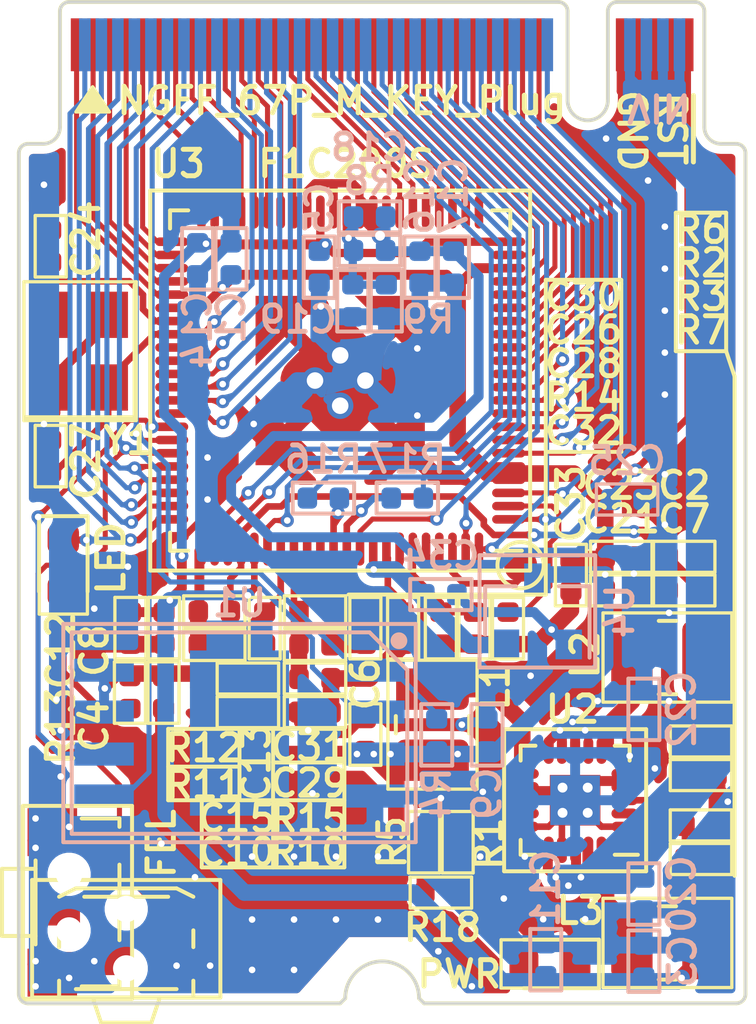
<source format=kicad_pcb>
(kicad_pcb (version 20171130) (host pcbnew "(5.1.9)-1")
  (layers (0 F.Cu signal) (31 B.Cu signal) (34 B.Paste user) (35 F.Paste user) (36 B.SilkS user) (37 F.SilkS user) (38 B.Mask user) (39 F.Mask user) (44 Edge.Cuts user))
  (net 0 "")
  (net 1 GND)
  (net 2 /HPVCC)
  (net 3 /VCC_DRAM)
  (net 4 /VDD_CORE)
  (net 5 /TV_VCC)
  (net 6 /SVREF)
  (net 7 /VCC_IN)
  (net 8 /OSCI)
  (net 9 /~RESET)
  (net 10 GNDA)
  (net 11 /VRA1)
  (net 12 /OSCO)
  (net 13 /VRA2)
  (net 14 /TV_GND)
  (net 15 /TV_VRP)
  (net 16 /TV_VRN)
  (net 17 /HPCOMFB)
  (net 18 /AVCC)
  (net 19 /LED)
  (net 20 /LCD_D21)
  (net 21 /LCD_D22)
  (net 22 /LCD_D20)
  (net 23 /LCD_D23)
  (net 24 /LCD_D19)
  (net 25 /LCD_CLK)
  (net 26 /LCD_DE)
  (net 27 /LCD_D15)
  (net 28 /LCD_HSYNC)
  (net 29 /LCD_D14)
  (net 30 /LCD_VSYNC)
  (net 31 /LCD_D13)
  (net 32 /PE12)
  (net 33 /LCD_D12)
  (net 34 /MPU_INT)
  (net 35 /LCD_D11)
  (net 36 /PE10)
  (net 37 /LCD_D10)
  (net 38 /PE9)
  (net 39 /LCD_D7)
  (net 40 /PE8)
  (net 41 /LCD_D6)
  (net 42 /PE7)
  (net 43 /LCD_D5)
  (net 44 /PE6)
  (net 45 /LCD_D4)
  (net 46 /PE5)
  (net 47 /LCD_D3)
  (net 48 /PE4)
  (net 49 /PE3)
  (net 50 /HPCOM)
  (net 51 /USB_DP)
  (net 52 /FLASH_DO)
  (net 53 /USB_DM)
  (net 54 /PA1)
  (net 55 /FLASH_~CS)
  (net 56 /FLASH_DI)
  (net 57 /PA2)
  (net 58 /PA3)
  (net 59 /HPL)
  (net 60 /FLASH_CLK)
  (net 61 /PF0)
  (net 62 /TV_OUT)
  (net 63 /PF1)
  (net 64 /TV_IN1)
  (net 65 /PF2)
  (net 66 /TV_IN0)
  (net 67 /PF3)
  (net 68 /LRADC)
  (net 69 /PF4)
  (net 70 /PF5)
  (net 71 /MICIN)
  (net 72 /LINL)
  (net 73 /PE0)
  (net 74 /HPR)
  (net 75 /PE2)
  (net 76 /PE1)
  (net 77 "Net-(L1-Pad2)")
  (net 78 "Net-(L2-Pad2)")
  (net 79 "Net-(L3-Pad2)")
  (net 80 "Net-(R1-Pad2)")
  (net 81 "Net-(R2-Pad2)")
  (net 82 "Net-(R3-Pad2)")
  (net 83 /FMINR)
  (net 84 /FMINL)
  (net 85 /TV_IN)
  (net 86 "Net-(D1-Pad2)")
  (net 87 "Net-(D2-Pad2)")
  (net 88 /PD12)
  (net 89 /PD0)
  (module My_Footprint:QFN-88_EP_10x10_Pitch0.4mm_Handsoldering (layer F.Cu) (at 127 108.15 180)
    (fp_text reference U3 (at 4.904 6.56 180) (layer F.SilkS) (effects (font (size 0.8 0.8))))
    (fp_text value F1C200s)
    (pad 89 thru_hole circle (at 0.762 0 180) (size 0.8 0.8) (drill 0.5) (layers *.Cu *.Mask) (net 1 GND))
    (pad 89 thru_hole circle (at 0 -0.762 180) (size 0.8 0.8) (drill 0.5) (layers *.Cu *.Mask) (net 1 GND))
    (pad 89 thru_hole circle (at -0.762 0 180) (size 0.8 0.8) (drill 0.5) (layers *.Cu *.Mask) (net 1 GND))
    (pad 89 thru_hole circle (at 0 0.762 180) (size 0.8 0.8) (drill 0.5) (layers *.Cu *.Mask) (net 1 GND))
    (pad 89 smd trapezoid (at 2.032 -2.032 225) (size 1.5001 1.5001) (rect_delta 1.5 0) (layers F.Cu F.Paste F.Mask) (net 1 GND))
    (pad 89 smd trapezoid (at -2.032 -2.032 225) (size 1.5001 1.5001) (rect_delta 0 1.5) (layers F.Cu F.Paste F.Mask) (net 1 GND))
    (pad 89 smd trapezoid (at -2.032 2.032 315) (size 1.5001 1.5001) (rect_delta 0 1.5) (layers F.Cu F.Paste F.Mask) (net 1 GND))
    (pad 89 smd trapezoid (at 2.032 2.032 135) (size 1.5001 1.5001) (rect_delta 1.5 0) (layers F.Cu F.Paste F.Mask) (net 1 GND))
    (pad 1 smd oval (at -5.1 -4.2 270) (size 0.26 1) (layers F.Cu F.Paste F.Mask) (net 59 /HPL))
    (pad 2 smd oval (at -5.1 -3.8 270) (size 0.26 1) (layers F.Cu F.Paste F.Mask) (net 17 /HPCOMFB))
    (pad 3 smd oval (at -5.1 -3.4 270) (size 0.26 1) (layers F.Cu F.Paste F.Mask) (net 50 /HPCOM))
    (pad 4 smd oval (at -5.1 -3 270) (size 0.26 1) (layers F.Cu F.Paste F.Mask) (net 2 /HPVCC))
    (pad 5 smd oval (at -5.1 -2.6 270) (size 0.26 1) (layers F.Cu F.Paste F.Mask) (net 2 /HPVCC))
    (pad 6 smd oval (at -5.1 -2.2 270) (size 0.26 1) (layers F.Cu F.Paste F.Mask) (net 89 /PD0))
    (pad 7 smd oval (at -5.1 -1.8 270) (size 0.26 1) (layers F.Cu F.Paste F.Mask) (net 47 /LCD_D3))
    (pad 8 smd oval (at -5.1 -1.4 270) (size 0.26 1) (layers F.Cu F.Paste F.Mask) (net 45 /LCD_D4))
    (pad 9 smd oval (at -5.1 -1 270) (size 0.26 1) (layers F.Cu F.Paste F.Mask) (net 43 /LCD_D5))
    (pad 10 smd oval (at -5.1 -0.6 270) (size 0.26 1) (layers F.Cu F.Paste F.Mask) (net 41 /LCD_D6))
    (pad 11 smd oval (at -5.1 -0.2 270) (size 0.26 1) (layers F.Cu F.Paste F.Mask) (net 39 /LCD_D7))
    (pad 12 smd oval (at -5.1 0.2 270) (size 0.26 1) (layers F.Cu F.Paste F.Mask) (net 37 /LCD_D10))
    (pad 13 smd oval (at -5.1 0.6 270) (size 0.26 1) (layers F.Cu F.Paste F.Mask) (net 35 /LCD_D11))
    (pad 14 smd oval (at -5.1 1 270) (size 0.26 1) (layers F.Cu F.Paste F.Mask) (net 33 /LCD_D12))
    (pad 15 smd oval (at -5.1 1.4 270) (size 0.26 1) (layers F.Cu F.Paste F.Mask) (net 31 /LCD_D13))
    (pad 16 smd oval (at -5.1 1.8 270) (size 0.26 1) (layers F.Cu F.Paste F.Mask) (net 29 /LCD_D14))
    (pad 17 smd oval (at -5.1 2.2 270) (size 0.26 1) (layers F.Cu F.Paste F.Mask) (net 27 /LCD_D15))
    (pad 18 smd oval (at -5.1 2.6 270) (size 0.26 1) (layers F.Cu F.Paste F.Mask) (net 88 /PD12))
    (pad 19 smd oval (at -5.1 3 270) (size 0.26 1) (layers F.Cu F.Paste F.Mask) (net 24 /LCD_D19))
    (pad 20 smd oval (at -5.1 3.4 270) (size 0.26 1) (layers F.Cu F.Paste F.Mask) (net 2 /HPVCC))
    (pad 21 smd oval (at -5.1 3.8 270) (size 0.26 1) (layers F.Cu F.Paste F.Mask) (net 22 /LCD_D20))
    (pad 22 smd oval (at -5.1 4.2 270) (size 0.26 1) (layers F.Cu F.Paste F.Mask) (net 4 /VDD_CORE))
    (pad 23 smd oval (at -4.2 5.1 180) (size 0.26 1) (layers F.Cu F.Paste F.Mask) (net 20 /LCD_D21))
    (pad 24 smd oval (at -3.8 5.1 180) (size 0.26 1) (layers F.Cu F.Paste F.Mask) (net 21 /LCD_D22))
    (pad 25 smd oval (at -3.4 5.1 180) (size 0.26 1) (layers F.Cu F.Paste F.Mask) (net 23 /LCD_D23))
    (pad 26 smd oval (at -3 5.1 180) (size 0.26 1) (layers F.Cu F.Paste F.Mask) (net 25 /LCD_CLK))
    (pad 27 smd oval (at -2.6 5.1 180) (size 0.26 1) (layers F.Cu F.Paste F.Mask) (net 26 /LCD_DE))
    (pad 28 smd oval (at -2.2 5.1 180) (size 0.26 1) (layers F.Cu F.Paste F.Mask) (net 28 /LCD_HSYNC))
    (pad 29 smd oval (at -1.8 5.1 180) (size 0.26 1) (layers F.Cu F.Paste F.Mask) (net 30 /LCD_VSYNC))
    (pad 30 smd oval (at -1.4 5.1 180) (size 0.26 1) (layers F.Cu F.Paste F.Mask) (net 3 /VCC_DRAM))
    (pad 31 smd oval (at -1 5.1 180) (size 0.26 1) (layers F.Cu F.Paste F.Mask) (net 3 /VCC_DRAM))
    (pad 32 smd oval (at -0.6 5.1 180) (size 0.26 1) (layers F.Cu F.Paste F.Mask) (net 3 /VCC_DRAM))
    (pad 33 smd oval (at -0.2 5.1 180) (size 0.26 1) (layers F.Cu F.Paste F.Mask) (net 6 /SVREF))
    (pad 34 smd oval (at 0.2 5.1 180) (size 0.26 1) (layers F.Cu F.Paste F.Mask) (net 3 /VCC_DRAM))
    (pad 35 smd oval (at 0.6 5.1 180) (size 0.26 1) (layers F.Cu F.Paste F.Mask) (net 4 /VDD_CORE))
    (pad 36 smd oval (at 1 5.1 180) (size 0.26 1) (layers F.Cu F.Paste F.Mask) (net 3 /VCC_DRAM))
    (pad 37 smd oval (at 1.4 5.1 180) (size 0.26 1) (layers F.Cu F.Paste F.Mask) (net 32 /PE12))
    (pad 38 smd oval (at 1.8 5.1 180) (size 0.26 1) (layers F.Cu F.Paste F.Mask) (net 34 /MPU_INT))
    (pad 39 smd oval (at 2.2 5.1 180) (size 0.26 1) (layers F.Cu F.Paste F.Mask) (net 36 /PE10))
    (pad 40 smd oval (at 2.6 5.1 180) (size 0.26 1) (layers F.Cu F.Paste F.Mask) (net 38 /PE9))
    (pad 41 smd oval (at 3 5.1 180) (size 0.26 1) (layers F.Cu F.Paste F.Mask) (net 40 /PE8))
    (pad 42 smd oval (at 3.4 5.1 180) (size 0.26 1) (layers F.Cu F.Paste F.Mask) (net 42 /PE7))
    (pad 43 smd oval (at 3.8 5.1 180) (size 0.26 1) (layers F.Cu F.Paste F.Mask) (net 44 /PE6))
    (pad 44 smd oval (at 4.2 5.1 180) (size 0.26 1) (layers F.Cu F.Paste F.Mask) (net 46 /PE5))
    (pad 45 smd oval (at 5.1 4.2 270) (size 0.26 1) (layers F.Cu F.Paste F.Mask) (net 48 /PE4))
    (pad 46 smd oval (at 5.1 3.8 270) (size 0.26 1) (layers F.Cu F.Paste F.Mask) (net 49 /PE3))
    (pad 47 smd oval (at 5.1 3.4 270) (size 0.26 1) (layers F.Cu F.Paste F.Mask) (net 75 /PE2))
    (pad 48 smd oval (at 5.1 3 270) (size 0.26 1) (layers F.Cu F.Paste F.Mask) (net 76 /PE1))
    (pad 49 smd oval (at 5.1 2.6 270) (size 0.26 1) (layers F.Cu F.Paste F.Mask) (net 73 /PE0))
    (pad 50 smd oval (at 5.1 2.2 270) (size 0.26 1) (layers F.Cu F.Paste F.Mask) (net 2 /HPVCC))
    (pad 51 smd oval (at 5.1 1.8 270) (size 0.26 1) (layers F.Cu F.Paste F.Mask) (net 8 /OSCI))
    (pad 52 smd oval (at 5.1 1.4 270) (size 0.26 1) (layers F.Cu F.Paste F.Mask) (net 12 /OSCO))
    (pad 53 smd oval (at 5.1 1 270) (size 0.26 1) (layers F.Cu F.Paste F.Mask) (net 70 /PF5))
    (pad 54 smd oval (at 5.1 0.6 270) (size 0.26 1) (layers F.Cu F.Paste F.Mask) (net 69 /PF4))
    (pad 55 smd oval (at 5.1 0.2 270) (size 0.26 1) (layers F.Cu F.Paste F.Mask) (net 67 /PF3))
    (pad 56 smd oval (at 5.1 -0.2 270) (size 0.26 1) (layers F.Cu F.Paste F.Mask) (net 65 /PF2))
    (pad 57 smd oval (at 5.1 -0.6 270) (size 0.26 1) (layers F.Cu F.Paste F.Mask) (net 63 /PF1))
    (pad 58 smd oval (at 5.1 -1 270) (size 0.26 1) (layers F.Cu F.Paste F.Mask) (net 61 /PF0))
    (pad 59 smd oval (at 5.1 -1.4 270) (size 0.26 1) (layers F.Cu F.Paste F.Mask) (net 60 /FLASH_CLK))
    (pad 60 smd oval (at 5.1 -1.8 270) (size 0.26 1) (layers F.Cu F.Paste F.Mask) (net 55 /FLASH_~CS))
    (pad 61 smd oval (at 5.1 -2.2 270) (size 0.26 1) (layers F.Cu F.Paste F.Mask) (net 52 /FLASH_DO))
    (pad 62 smd oval (at 5.1 -2.6 270) (size 0.26 1) (layers F.Cu F.Paste F.Mask) (net 56 /FLASH_DI))
    (pad 63 smd oval (at 5.1 -3 270) (size 0.26 1) (layers F.Cu F.Paste F.Mask) (net 58 /PA3))
    (pad 64 smd oval (at 5.1 -3.4 270) (size 0.26 1) (layers F.Cu F.Paste F.Mask) (net 57 /PA2))
    (pad 65 smd oval (at 5.1 -3.8 270) (size 0.26 1) (layers F.Cu F.Paste F.Mask) (net 54 /PA1))
    (pad 66 smd oval (at 5.1 -4.2 270) (size 0.26 1) (layers F.Cu F.Paste F.Mask) (net 19 /LED))
    (pad 67 smd oval (at 4.2 -5.1 180) (size 0.26 1) (layers F.Cu F.Paste F.Mask) (net 2 /HPVCC))
    (pad 68 smd oval (at 3.8 -5.1 180) (size 0.26 1) (layers F.Cu F.Paste F.Mask) (net 53 /USB_DM))
    (pad 69 smd oval (at 3.4 -5.1 180) (size 0.26 1) (layers F.Cu F.Paste F.Mask) (net 51 /USB_DP))
    (pad 70 smd oval (at 3 -5.1 180) (size 0.26 1) (layers F.Cu F.Paste F.Mask) (net 9 /~RESET))
    (pad 71 smd oval (at 2.6 -5.1 180) (size 0.26 1) (layers F.Cu F.Paste F.Mask) (net 4 /VDD_CORE))
    (pad 72 smd oval (at 2.2 -5.1 180) (size 0.26 1) (layers F.Cu F.Paste F.Mask) (net 62 /TV_OUT))
    (pad 73 smd oval (at 1.8 -5.1 180) (size 0.26 1) (layers F.Cu F.Paste F.Mask) (net 5 /TV_VCC))
    (pad 74 smd oval (at 1.4 -5.1 180) (size 0.26 1) (layers F.Cu F.Paste F.Mask) (net 14 /TV_GND))
    (pad 75 smd oval (at 1 -5.1 180) (size 0.26 1) (layers F.Cu F.Paste F.Mask) (net 16 /TV_VRN))
    (pad 76 smd oval (at 0.6 -5.1 180) (size 0.26 1) (layers F.Cu F.Paste F.Mask) (net 15 /TV_VRP))
    (pad 77 smd oval (at 0.2 -5.1 180) (size 0.26 1) (layers F.Cu F.Paste F.Mask) (net 64 /TV_IN1))
    (pad 78 smd oval (at -0.2 -5.1 180) (size 0.26 1) (layers F.Cu F.Paste F.Mask) (net 66 /TV_IN0))
    (pad 79 smd oval (at -0.6 -5.1 180) (size 0.26 1) (layers F.Cu F.Paste F.Mask) (net 68 /LRADC))
    (pad 80 smd oval (at -1 -5.1 180) (size 0.26 1) (layers F.Cu F.Paste F.Mask) (net 18 /AVCC))
    (pad 81 smd oval (at -1.4 -5.1 180) (size 0.26 1) (layers F.Cu F.Paste F.Mask) (net 11 /VRA1))
    (pad 82 smd oval (at -1.8 -5.1 180) (size 0.26 1) (layers F.Cu F.Paste F.Mask) (net 10 GNDA))
    (pad 83 smd oval (at -2.2 -5.1 180) (size 0.26 1) (layers F.Cu F.Paste F.Mask) (net 13 /VRA2))
    (pad 84 smd oval (at -2.6 -5.1 180) (size 0.26 1) (layers F.Cu F.Paste F.Mask) (net 84 /FMINL))
    (pad 85 smd oval (at -3 -5.1 180) (size 0.26 1) (layers F.Cu F.Paste F.Mask) (net 83 /FMINR))
    (pad 86 smd oval (at -3.4 -5.1 180) (size 0.26 1) (layers F.Cu F.Paste F.Mask) (net 72 /LINL))
    (pad 87 smd oval (at -3.8 -5.1 180) (size 0.26 1) (layers F.Cu F.Paste F.Mask) (net 71 /MICIN))
    (pad 88 smd oval (at -4.2 -5.1 180) (size 0.26 1) (layers F.Cu F.Paste F.Mask) (net 74 /HPR))
    (pad 89 smd roundrect (at 0 0 225) (size 3 3) (layers F.Cu F.Paste F.Mask) (net 1 GND))
  )
  (module My_Footprint:Key_Push_2x4x3.5_Side_4P (layer F.Cu) (at 118.794 123.942 90)
    (fp_text reference SW2 hide)
    (fp_text value FEL)
    (pad 3 smd rect (at -1.651 -0.889 180) (size 0.74 0.5) (layers F.Cu F.Paste F.Mask) (net 1 GND))
    (pad 3 smd rect (at 1.651 -0.889 180) (size 0.74 0.5) (layers F.Cu F.Paste F.Mask) (net 1 GND))
    (pad "" np_thru_hole circle (at -0.85 0 270) (size 0.8 0.8) (drill 0.8) (layers *.Mask F.Cu))
    (pad "" np_thru_hole circle (at 0.85 0 90) (size 0.8 0.8) (drill 0.8) (layers *.Mask F.Cu))
    (pad 3 smd rect (at -2.35 -0.508 90) (size 1 1.5) (layers F.Cu F.Paste F.Mask) (net 1 GND))
    (pad 3 smd rect (at 2.35 -0.508 90) (size 1 1.5) (layers F.Cu F.Paste F.Mask) (net 1 GND))
    (pad 1 smd rect (at -1.7 1.27 90) (size 1 1.3) (layers F.Cu F.Paste F.Mask) (net 1 GND))
    (pad 2 smd rect (at 1.7 1.27 90) (size 1 1.2) (layers F.Cu F.Paste F.Mask) (net 52 /FLASH_DO))
  )
  (module My_Footprint:NGFF_2230_67P_P0.5_M_KEY_Plug (layer F.Cu) (at 128.27 97.99)
    (fp_text reference J1 hide)
    (fp_text value NGFF_67P_M_KEY_Plug (at -1.221 1.695) (layer F.SilkS) (effects (font (size 0.8 0.8))))
    (fp_line (start 1.27 29.0068) (end 1.1176 28.8544) (layer Edge.Cuts) (width 0.1))
    (fp_line (start -1.27 29.0068) (end -1.1176 28.8544) (layer Edge.Cuts) (width 0.1))
    (fp_line (start 1.27 29.0068) (end 10.7188 29.0068) (layer Edge.Cuts) (width 0.1))
    (fp_line (start -10.7188 29.0068) (end -1.27 29.0068) (layer Edge.Cuts) (width 0.1))
    (fp_line (start -9.4742 -1.2954) (end 5.334 -1.2954) (layer Edge.Cuts) (width 0.1))
    (fp_line (start -9.7536 2.4892) (end -9.7536 -1.016) (layer Edge.Cuts) (width 0.1))
    (fp_line (start -10.7188 2.9972) (end -10.2616 2.9972) (layer Edge.Cuts) (width 0.1))
    (fp_line (start -10.9982 28.7274) (end -10.9982 3.2766) (layer Edge.Cuts) (width 0.1))
    (fp_line (start 10.9982 28.7274) (end 10.9982 3.2766) (layer Edge.Cuts) (width 0.1))
    (fp_line (start 10.7188 2.9972) (end 10.2616 2.9972) (layer Edge.Cuts) (width 0.1))
    (fp_line (start 9.7536 2.4892) (end 9.7536 -1.016) (layer Edge.Cuts) (width 0.1))
    (fp_line (start 5.6134 1.6764) (end 5.6134 -1.016) (layer Edge.Cuts) (width 0.1))
    (fp_line (start 6.8326 1.6764) (end 6.8326 -1.016) (layer Edge.Cuts) (width 0.1))
    (fp_arc (start -10.7188 28.7274) (end -10.7188 29.0068) (angle 90) (layer Edge.Cuts) (width 0.1))
    (fp_arc (start -10.2616 2.4892) (end -9.7536 2.4892) (angle 90) (layer Edge.Cuts) (width 0.1))
    (fp_arc (start -9.4742 -1.016) (end -9.7536 -1.016) (angle 90) (layer Edge.Cuts) (width 0.1))
    (fp_arc (start -10.7188 3.2766) (end -10.9982 3.2766) (angle 90) (layer Edge.Cuts) (width 0.1))
    (fp_arc (start 0 28.8544) (end -1.1176 28.8544) (angle 180) (layer Edge.Cuts) (width 0.1))
    (fp_arc (start 10.7188 28.7274) (end 10.9982 28.7274) (angle 90) (layer Edge.Cuts) (width 0.1))
    (fp_arc (start 10.7188 3.2766) (end 10.7188 2.9972) (angle 90) (layer Edge.Cuts) (width 0.1))
    (fp_arc (start 10.2616 2.4892) (end 10.2616 2.9972) (angle 90) (layer Edge.Cuts) (width 0.1))
    (fp_arc (start 9.4742 -1.016) (end 9.4742 -1.2954) (angle 90) (layer Edge.Cuts) (width 0.1))
    (fp_arc (start 7.112 -1.016) (end 6.8326 -1.016) (angle 90) (layer Edge.Cuts) (width 0.1))
    (fp_arc (start 5.334 -1.016) (end 5.334 -1.2954) (angle 90) (layer Edge.Cuts) (width 0.1))
    (fp_arc (start 6.223 1.6764) (end 6.8326 1.6764) (angle 180) (layer Edge.Cuts) (width 0.1))
    (pad 1 smd rect (at -9.25 0) (size 0.35 1.6) (layers F.Cu F.Paste F.Mask) (net 73 /PE0))
    (pad 2 smd rect (at -9 0) (size 0.35 1.6) (layers B.Cu B.Paste B.Mask) (net 19 /LED))
    (pad 3 smd rect (at -8.75 0) (size 0.35 1.6) (layers F.Cu F.Paste F.Mask) (net 76 /PE1))
    (pad 4 smd rect (at -8.5 0) (size 0.35 1.6) (layers B.Cu B.Paste B.Mask) (net 54 /PA1))
    (pad 5 smd rect (at -8.25 0) (size 0.35 1.6) (layers F.Cu F.Paste F.Mask) (net 75 /PE2))
    (pad 6 smd rect (at -8 0) (size 0.35 1.6) (layers B.Cu B.Paste B.Mask) (net 57 /PA2))
    (pad 7 smd rect (at -7.75 0) (size 0.35 1.6) (layers F.Cu F.Paste F.Mask) (net 49 /PE3))
    (pad 8 smd rect (at -7.5 0) (size 0.35 1.6) (layers B.Cu B.Paste B.Mask) (net 58 /PA3))
    (pad 9 smd rect (at -7.25 0) (size 0.35 1.6) (layers F.Cu F.Paste F.Mask) (net 48 /PE4))
    (pad 10 smd rect (at -7 0) (size 0.35 1.6) (layers B.Cu B.Paste B.Mask) (net 56 /FLASH_DI))
    (pad 11 smd rect (at -6.75 0) (size 0.35 1.6) (layers F.Cu F.Paste F.Mask) (net 46 /PE5))
    (pad 12 smd rect (at -6.5 0) (size 0.35 1.6) (layers B.Cu B.Paste B.Mask) (net 52 /FLASH_DO))
    (pad 13 smd rect (at -6.25 0) (size 0.35 1.6) (layers F.Cu F.Paste F.Mask) (net 44 /PE6))
    (pad 14 smd rect (at -6 0) (size 0.35 1.6) (layers B.Cu B.Paste B.Mask) (net 55 /FLASH_~CS))
    (pad 15 smd rect (at -5.75 0) (size 0.35 1.6) (layers F.Cu F.Paste F.Mask) (net 42 /PE7))
    (pad 16 smd rect (at -5.5 0) (size 0.35 1.6) (layers B.Cu B.Paste B.Mask) (net 60 /FLASH_CLK))
    (pad 17 smd rect (at -5.25 0) (size 0.35 1.6) (layers F.Cu F.Paste F.Mask) (net 40 /PE8))
    (pad 18 smd rect (at -5 0) (size 0.35 1.6) (layers B.Cu B.Paste B.Mask) (net 70 /PF5))
    (pad 19 smd rect (at -4.75 0) (size 0.35 1.6) (layers F.Cu F.Paste F.Mask) (net 38 /PE9))
    (pad 20 smd rect (at -4.5 0) (size 0.35 1.6) (layers B.Cu B.Paste B.Mask) (net 69 /PF4))
    (pad 21 smd rect (at -4.25 0) (size 0.35 1.6) (layers F.Cu F.Paste F.Mask) (net 36 /PE10))
    (pad 22 smd rect (at -4 0) (size 0.35 1.6) (layers B.Cu B.Paste B.Mask) (net 67 /PF3))
    (pad 23 smd rect (at -3.75 0) (size 0.35 1.6) (layers F.Cu F.Paste F.Mask) (net 34 /MPU_INT))
    (pad 24 smd rect (at -3.5 0) (size 0.35 1.6) (layers B.Cu B.Paste B.Mask) (net 65 /PF2))
    (pad 25 smd rect (at -3.25 0) (size 0.35 1.6) (layers F.Cu F.Paste F.Mask) (net 32 /PE12))
    (pad 26 smd rect (at -3 0) (size 0.35 1.6) (layers B.Cu B.Paste B.Mask) (net 63 /PF1))
    (pad 27 smd rect (at -2.75 0) (size 0.35 1.6) (layers F.Cu F.Paste F.Mask) (net 30 /LCD_VSYNC))
    (pad 28 smd rect (at -2.5 0) (size 0.35 1.6) (layers B.Cu B.Paste B.Mask) (net 61 /PF0))
    (pad 29 smd rect (at -2.25 0) (size 0.35 1.6) (layers F.Cu F.Paste F.Mask) (net 28 /LCD_HSYNC))
    (pad 30 smd rect (at -2 0) (size 0.35 1.6) (layers B.Cu B.Paste B.Mask) (net 53 /USB_DM))
    (pad 31 smd rect (at -1.75 0) (size 0.35 1.6) (layers F.Cu F.Paste F.Mask) (net 26 /LCD_DE))
    (pad 32 smd rect (at -1.5 0) (size 0.35 1.6) (layers B.Cu B.Paste B.Mask) (net 51 /USB_DP))
    (pad 33 smd rect (at -1.25 0) (size 0.35 1.6) (layers F.Cu F.Paste F.Mask) (net 25 /LCD_CLK))
    (pad 34 smd rect (at -1 0) (size 0.35 1.6) (layers B.Cu B.Paste B.Mask) (net 62 /TV_OUT))
    (pad 35 smd rect (at -0.75 0) (size 0.35 1.6) (layers F.Cu F.Paste F.Mask) (net 23 /LCD_D23))
    (pad 36 smd rect (at -0.5 0) (size 0.35 1.6) (layers B.Cu B.Paste B.Mask) (net 85 /TV_IN))
    (pad 37 smd rect (at -0.25 0) (size 0.35 1.6) (layers F.Cu F.Paste F.Mask) (net 21 /LCD_D22))
    (pad 38 smd rect (at 0 0) (size 0.35 1.6) (layers B.Cu B.Paste B.Mask) (net 68 /LRADC))
    (pad 39 smd rect (at 0.25 0) (size 0.35 1.6) (layers F.Cu F.Paste F.Mask) (net 20 /LCD_D21))
    (pad 67 smd rect (at 7.25 0) (size 0.35 1.6) (layers F.Cu F.Paste F.Mask) (net 1 GND))
    (pad 70 smd rect (at 8 0) (size 0.35 1.6) (layers B.Cu B.Paste B.Mask) (net 7 /VCC_IN))
    (pad 69 smd rect (at 7.75 0) (size 0.35 1.6) (layers F.Cu F.Paste F.Mask) (net 1 GND))
    (pad 71 smd rect (at 8.25 0) (size 0.35 1.6) (layers F.Cu F.Paste F.Mask) (net 1 GND))
    (pad 73 smd rect (at 8.75 0) (size 0.35 1.6) (layers F.Cu F.Paste F.Mask) (net 1 GND))
    (pad 68 smd rect (at 7.5 0) (size 0.35 1.6) (layers B.Cu B.Paste B.Mask) (net 7 /VCC_IN))
    (pad 72 smd rect (at 8.5 0) (size 0.35 1.6) (layers B.Cu B.Paste B.Mask) (net 7 /VCC_IN))
    (pad 75 smd rect (at 9.25 0) (size 0.35 1.6) (layers F.Cu F.Paste F.Mask) (net 9 /~RESET))
    (pad 74 smd rect (at 9 0) (size 0.35 1.6) (layers B.Cu B.Paste B.Mask) (net 7 /VCC_IN))
    (pad 41 smd rect (at 0.75 0) (size 0.35 1.6) (layers F.Cu F.Paste F.Mask) (net 22 /LCD_D20))
    (pad 58 smd rect (at 5 0) (size 0.35 1.6) (layers B.Cu B.Paste B.Mask) (net 59 /HPL))
    (pad 57 smd rect (at 4.75 0) (size 0.35 1.6) (layers F.Cu F.Paste F.Mask) (net 37 /LCD_D10))
    (pad 56 smd rect (at 4.5 0) (size 0.35 1.6) (layers B.Cu B.Paste B.Mask) (net 50 /HPCOM))
    (pad 55 smd rect (at 4.25 0) (size 0.35 1.6) (layers F.Cu F.Paste F.Mask) (net 35 /LCD_D11))
    (pad 54 smd rect (at 4 0) (size 0.35 1.6) (layers B.Cu B.Paste B.Mask) (net 89 /PD0))
    (pad 53 smd rect (at 3.75 0) (size 0.35 1.6) (layers F.Cu F.Paste F.Mask) (net 33 /LCD_D12))
    (pad 52 smd rect (at 3.5 0) (size 0.35 1.6) (layers B.Cu B.Paste B.Mask) (net 47 /LCD_D3))
    (pad 51 smd rect (at 3.25 0) (size 0.35 1.6) (layers F.Cu F.Paste F.Mask) (net 31 /LCD_D13))
    (pad 50 smd rect (at 3 0) (size 0.35 1.6) (layers B.Cu B.Paste B.Mask) (net 45 /LCD_D4))
    (pad 49 smd rect (at 2.75 0) (size 0.35 1.6) (layers F.Cu F.Paste F.Mask) (net 29 /LCD_D14))
    (pad 48 smd rect (at 2.5 0) (size 0.35 1.6) (layers B.Cu B.Paste B.Mask) (net 43 /LCD_D5))
    (pad 46 smd rect (at 2 0) (size 0.35 1.6) (layers B.Cu B.Paste B.Mask) (net 41 /LCD_D6))
    (pad 45 smd rect (at 1.75 0) (size 0.35 1.6) (layers F.Cu F.Paste F.Mask) (net 88 /PD12))
    (pad 47 smd rect (at 2.25 0) (size 0.35 1.6) (layers F.Cu F.Paste F.Mask) (net 27 /LCD_D15))
    (pad 44 smd rect (at 1.5 0) (size 0.35 1.6) (layers B.Cu B.Paste B.Mask) (net 39 /LCD_D7))
    (pad 43 smd rect (at 1.25 0) (size 0.35 1.6) (layers F.Cu F.Paste F.Mask) (net 24 /LCD_D19))
    (pad 40 smd rect (at 0.5 0) (size 0.35 1.6) (layers B.Cu B.Paste B.Mask) (net 71 /MICIN))
    (pad 42 smd rect (at 1 0) (size 0.35 1.6) (layers B.Cu B.Paste B.Mask) (net 74 /HPR))
  )
  (module My_Footprint:Key_Push_3.5x5x1.5_Side_4P (layer F.Cu) (at 120.523 125.041 180)
    (fp_text reference SW1 hide)
    (fp_text value FEL (at -1.065 2.877 270) (layer F.SilkS) (effects (font (size 0.8 0.8))))
    (pad "" np_thru_hole circle (at 0 0.9) (size 0.8 0.8) (drill 0.8) (layers *.Cu *.Mask))
    (pad "" np_thru_hole circle (at 0 -0.9) (size 0.8 0.8) (drill 0.8) (layers *.Cu *.Mask))
    (pad 1 smd rect (at 2 -0.8 270) (size 0.8 1.2) (layers F.Cu F.Paste F.Mask) (net 1 GND))
    (pad 1 smd rect (at -2 -0.8 270) (size 0.8 1.2) (layers F.Cu F.Paste F.Mask) (net 1 GND))
    (pad 2 smd rect (at 2 0.8 270) (size 0.8 1.2) (layers F.Cu F.Paste F.Mask) (net 52 /FLASH_DO))
    (pad 2 smd rect (at -2 0.8 270) (size 0.8 1.2) (layers F.Cu F.Paste F.Mask) (net 52 /FLASH_DO))
  )
  (module My_Footprint:QFN-20_EP_3x3_Pitch0.4mm_ThermalVias (layer F.Cu) (at 134.112 120.85 180)
    (fp_text reference U2 (at 0.078 2.75) (layer F.SilkS) (effects (font (size 0.8 0.8))))
    (fp_text value EA3036)
    (pad 21 smd rect (at 0 0 180) (size 1.5 1.5) (layers B.Cu B.Mask) (net 1 GND))
    (pad 21 thru_hole circle (at 0.381 0.381 270) (size 0.5 0.5) (drill 0.3) (layers *.Cu *.Mask) (net 1 GND))
    (pad 21 thru_hole circle (at -0.381 0.381 270) (size 0.5 0.5) (drill 0.3) (layers *.Cu *.Mask) (net 1 GND))
    (pad 21 thru_hole circle (at -0.381 -0.381 270) (size 0.5 0.5) (drill 0.3) (layers *.Cu *.Mask) (net 1 GND))
    (pad 21 thru_hole circle (at 0.381 -0.381 270) (size 0.5 0.5) (drill 0.3) (layers *.Cu *.Mask) (net 1 GND))
    (pad 1 smd oval (at -1.5 -0.8 270) (size 0.3 0.8) (layers F.Cu F.Paste F.Mask) (net 1 GND))
    (pad 2 smd oval (at -1.5 -0.4 270) (size 0.3 0.8) (layers F.Cu F.Paste F.Mask) (net 82 "Net-(R3-Pad2)"))
    (pad 3 smd oval (at -1.5 0 270) (size 0.3 0.8) (layers F.Cu F.Paste F.Mask) (net 81 "Net-(R2-Pad2)"))
    (pad 4 smd oval (at -1.5 0.4 270) (size 0.3 0.8) (layers F.Cu F.Paste F.Mask) (net 1 GND))
    (pad 5 smd oval (at -1.5 0.8 270) (size 0.3 0.8) (layers F.Cu F.Paste F.Mask) (net 1 GND))
    (pad 6 smd oval (at -0.8 1.5 180) (size 0.3 0.8) (layers F.Cu F.Paste F.Mask) (net 78 "Net-(L2-Pad2)"))
    (pad 7 smd oval (at -0.4 1.5 180) (size 0.3 0.8) (layers F.Cu F.Paste F.Mask) (net 7 /VCC_IN))
    (pad 8 smd oval (at 0 1.5 180) (size 0.3 0.8) (layers F.Cu F.Paste F.Mask) (net 7 /VCC_IN))
    (pad 9 smd oval (at 0.4 1.5 180) (size 0.3 0.8) (layers F.Cu F.Paste F.Mask) (net 7 /VCC_IN))
    (pad 10 smd oval (at 0.8 1.5 180) (size 0.3 0.8) (layers F.Cu F.Paste F.Mask) (net 7 /VCC_IN))
    (pad 11 smd oval (at 1.5 0.8 270) (size 0.3 0.8) (layers F.Cu F.Paste F.Mask) (net 77 "Net-(L1-Pad2)"))
    (pad 12 smd oval (at 1.5 0.4 270) (size 0.3 0.8) (layers F.Cu F.Paste F.Mask) (net 1 GND))
    (pad 13 smd oval (at 1.5 0 270) (size 0.3 0.8) (layers F.Cu F.Paste F.Mask) (net 1 GND))
    (pad 14 smd oval (at 1.5 -0.4 270) (size 0.3 0.8) (layers F.Cu F.Paste F.Mask) (net 80 "Net-(R1-Pad2)"))
    (pad 15 smd oval (at 1.5 -0.8 270) (size 0.3 0.8) (layers F.Cu F.Paste F.Mask) (net 1 GND))
    (pad 16 smd oval (at 0.8 -1.5 180) (size 0.3 0.8) (layers F.Cu F.Paste F.Mask) (net 7 /VCC_IN))
    (pad 17 smd oval (at 0.4 -1.5 180) (size 0.3 0.8) (layers F.Cu F.Paste F.Mask) (net 1 GND))
    (pad 18 smd oval (at 0 -1.5 180) (size 0.3 0.8) (layers F.Cu F.Paste F.Mask) (net 7 /VCC_IN))
    (pad 19 smd oval (at -0.4 -1.5 180) (size 0.3 0.8) (layers F.Cu F.Paste F.Mask) (net 7 /VCC_IN))
    (pad 20 smd oval (at -0.8 -1.5 180) (size 0.3 0.8) (layers F.Cu F.Paste F.Mask) (net 79 "Net-(L3-Pad2)"))
    (pad 21 smd rect (at -0.381 -0.381 180) (size 0.77 0.77) (layers F.Cu F.Paste F.Mask) (net 1 GND))
    (pad 21 smd rect (at -0.381 0.381 180) (size 0.77 0.77) (layers F.Cu F.Paste F.Mask) (net 1 GND))
    (pad 21 smd rect (at 0.381 -0.381 180) (size 0.77 0.77) (layers F.Cu F.Paste F.Mask) (net 1 GND))
    (pad 21 smd rect (at 0.381 0.381 180) (size 0.77 0.77) (layers F.Cu F.Paste F.Mask) (net 1 GND))
  )
  (module TestPoint:TestPoint_Pad_D1.0mm (layer F.Cu) (at 132.461 113.738 180)
    (fp_text reference TP2 hide)
    (fp_text value LINL)
    (pad 1 smd circle (at 0 0 180) (size 1 1) (layers F.Cu F.Mask) (net 72 /LINL))
  )
  (module Resistor_SMD:R_0402_1005Metric (layer F.Cu) (at 130.048 123.644 180)
    (fp_text reference R18 (at -0.049 -1.06) (layer F.SilkS) (effects (font (size 0.8 0.8))))
    (fp_text value 10K)
    (pad 1 smd roundrect (at -0.485 0 180) (size 0.59 0.64) (layers F.Cu F.Paste F.Mask) (net 87 "Net-(D2-Pad2)"))
    (pad 2 smd roundrect (at 0.485 0 180) (size 0.59 0.64) (layers F.Cu F.Paste F.Mask) (net 2 /HPVCC))
  )
  (module LED_SMD:LED_0603_1608Metric (layer F.Cu) (at 133.35 125.803 180)
    (fp_text reference D2 hide)
    (fp_text value PWR (at 2.745 -0.308) (layer F.SilkS) (effects (font (size 0.8 0.8))))
    (pad 1 smd roundrect (at -0.7875 0 180) (size 0.875 0.95) (layers F.Cu F.Paste F.Mask) (net 1 GND))
    (pad 2 smd roundrect (at 0.7875 0 180) (size 0.875 0.95) (layers F.Cu F.Paste F.Mask) (net 87 "Net-(D2-Pad2)"))
  )
  (module LED_SMD:LED_0603_1608Metric (layer F.Cu) (at 118.618 113.738 270)
    (fp_text reference D1 hide)
    (fp_text value LED (at -0.21 -1.446 90) (layer F.SilkS) (effects (font (size 0.8 0.8))))
    (pad 1 smd roundrect (at -0.7875 0 270) (size 0.875 0.95) (layers F.Cu F.Paste F.Mask) (net 19 /LED))
    (pad 2 smd roundrect (at 0.7875 0 270) (size 0.875 0.95) (layers F.Cu F.Paste F.Mask) (net 86 "Net-(D1-Pad2)"))
  )
  (module Resistor_SMD:R_0402_1005Metric (layer B.Cu) (at 129.032 111.706 180)
    (fp_text reference R17 (at 0 1.17 180) (layer B.SilkS) (effects (font (size 0.8 0.8)) (justify mirror)))
    (fp_text value 0R)
    (pad 1 smd roundrect (at -0.485 0 180) (size 0.59 0.64) (layers B.Cu B.Paste B.Mask) (net 85 /TV_IN))
    (pad 2 smd roundrect (at 0.485 0 180) (size 0.59 0.64) (layers B.Cu B.Paste B.Mask) (net 66 /TV_IN0))
  )
  (module Resistor_SMD:R_0402_1005Metric (layer B.Cu) (at 126.492 111.706 180)
    (fp_text reference R16 (at 0 1.17) (layer B.SilkS) (effects (font (size 0.8 0.8)) (justify mirror)))
    (fp_text value 0R)
    (pad 1 smd roundrect (at -0.485 0 180) (size 0.59 0.64) (layers B.Cu B.Paste B.Mask) (net 64 /TV_IN1))
    (pad 2 smd roundrect (at 0.485 0 180) (size 0.59 0.64) (layers B.Cu B.Paste B.Mask) (net 85 /TV_IN))
  )
  (module Crystal:Crystal_SMD_3225-4Pin_3.2x2.5mm (layer F.Cu) (at 119.126 107.261 90)
    (fp_text reference Y1 (at -2.711 1.446 180) (layer F.SilkS) (effects (font (size 0.8 0.8))))
    (fp_text value 24MHz)
    (pad 1 smd rect (at -1.1 0.85 90) (size 1.4 1.2) (layers F.Cu F.Paste F.Mask) (net 12 /OSCO))
    (pad 2 smd rect (at 1.1 0.85 90) (size 1.4 1.2) (layers F.Cu F.Paste F.Mask) (net 1 GND))
    (pad 3 smd rect (at 1.1 -0.85 90) (size 1.4 1.2) (layers F.Cu F.Paste F.Mask) (net 8 /OSCI))
    (pad 4 smd rect (at -1.1 -0.85 90) (size 1.4 1.2) (layers F.Cu F.Paste F.Mask) (net 1 GND))
  )
  (module Package_TO_SOT_SMD:SOT-23 (layer B.Cu) (at 132.969 115.135 90)
    (fp_text reference U4 (at 0 2.5 90) (layer B.SilkS) (effects (font (size 0.8 0.8)) (justify mirror)))
    (fp_text value XC6206PxxxMR)
    (pad 1 smd rect (at -1 0.95 90) (size 0.9 0.8) (layers B.Cu B.Paste B.Mask) (net 10 GNDA))
    (pad 2 smd rect (at -1 -0.95 90) (size 0.9 0.8) (layers B.Cu B.Paste B.Mask) (net 18 /AVCC))
    (pad 3 smd rect (at 1 0 90) (size 0.9 0.8) (layers B.Cu B.Paste B.Mask) (net 2 /HPVCC))
  )
  (module My_Footprint:WSON-8_8x6mm (layer B.Cu) (at 123.952 118.818 180)
    (fp_text reference U1 (at 0 3.937) (layer B.SilkS) (effects (font (size 0.8 0.8)) (justify mirror)))
    (fp_text value W25Q128JVS)
    (pad 9 smd rect (at 0 1.905 180) (size 2 3) (layers B.Cu B.Paste B.Mask))
    (pad 9 smd rect (at 0 0 180) (size 3 5) (layers B.Cu B.Paste B.Mask))
    (pad 4 smd rect (at -4.1 -1.905 270) (size 0.7 1.8) (layers B.Cu B.Paste B.Mask) (net 1 GND))
    (pad 5 smd rect (at 4.1 -1.905 270) (size 0.7 1.8) (layers B.Cu B.Paste B.Mask) (net 56 /FLASH_DI))
    (pad 3 smd rect (at -4.1 -0.635 270) (size 0.7 1.8) (layers B.Cu B.Paste B.Mask) (net 2 /HPVCC))
    (pad 6 smd rect (at 4.1 -0.635 270) (size 0.7 1.8) (layers B.Cu B.Paste B.Mask) (net 60 /FLASH_CLK))
    (pad 2 smd rect (at -4.1 0.635 270) (size 0.7 1.8) (layers B.Cu B.Paste B.Mask) (net 52 /FLASH_DO))
    (pad 7 smd rect (at 4.1 0.635 270) (size 0.7 1.8) (layers B.Cu B.Paste B.Mask) (net 2 /HPVCC))
    (pad 1 smd rect (at -4.1 1.905 270) (size 0.7 1.8) (layers B.Cu B.Paste B.Mask) (net 55 /FLASH_~CS))
    (pad 8 smd rect (at 4.1 1.905 270) (size 0.7 1.8) (layers B.Cu B.Paste B.Mask) (net 2 /HPVCC))
  )
  (module Resistor_SMD:R_0402_1005Metric (layer F.Cu) (at 126.238 117.167)
    (fp_text reference R15 (at -0.1796 4.235) (layer F.SilkS) (effects (font (size 0.8 0.8))))
    (fp_text value 0R)
    (pad 1 smd roundrect (at -0.485 0) (size 0.59 0.64) (layers F.Cu F.Paste F.Mask) (net 14 /TV_GND))
    (pad 2 smd roundrect (at 0.485 0) (size 0.59 0.64) (layers F.Cu F.Paste F.Mask) (net 10 GNDA))
  )
  (module Resistor_SMD:R_0402_1005Metric (layer F.Cu) (at 131.064 115.643 270)
    (fp_text reference R14 (at -6.985 -3.302) (layer F.SilkS) (effects (font (size 0.8 0.8))))
    (fp_text value 200K)
    (pad 1 smd roundrect (at -0.485 0 270) (size 0.59 0.64) (layers F.Cu F.Paste F.Mask) (net 13 /VRA2))
    (pad 2 smd roundrect (at 0.485 0 270) (size 0.59 0.64) (layers F.Cu F.Paste F.Mask) (net 10 GNDA))
  )
  (module Resistor_SMD:R_0402_1005Metric (layer F.Cu) (at 120.6355 117.592 90)
    (fp_text reference R13 (at -1.016 -2.0955 90) (layer F.SilkS) (effects (font (size 0.8 0.8))))
    (fp_text value 10K)
    (pad 1 smd roundrect (at -0.485 0 90) (size 0.59 0.64) (layers F.Cu F.Paste F.Mask) (net 86 "Net-(D1-Pad2)"))
    (pad 2 smd roundrect (at 0.485 0 90) (size 0.59 0.64) (layers F.Cu F.Paste F.Mask) (net 2 /HPVCC))
  )
  (module Resistor_SMD:R_0402_1005Metric (layer F.Cu) (at 123.19 115.135)
    (fp_text reference R12 (at -0.3066 4.1334) (layer F.SilkS) (effects (font (size 0.8 0.8))))
    (fp_text value 10K)
    (pad 1 smd roundrect (at -0.485 0) (size 0.59 0.64) (layers F.Cu F.Paste F.Mask) (net 2 /HPVCC))
    (pad 2 smd roundrect (at 0.485 0) (size 0.59 0.64) (layers F.Cu F.Paste F.Mask) (net 9 /~RESET))
  )
  (module Resistor_SMD:R_0402_1005Metric (layer F.Cu) (at 123.19 116.151 180)
    (fp_text reference R11 (at 0.3066 -4.235) (layer F.SilkS) (effects (font (size 0.8 0.8))))
    (fp_text value 0R)
    (pad 1 smd roundrect (at -0.485 0 180) (size 0.59 0.64) (layers F.Cu F.Paste F.Mask) (net 5 /TV_VCC))
    (pad 2 smd roundrect (at 0.485 0 180) (size 0.59 0.64) (layers F.Cu F.Paste F.Mask) (net 2 /HPVCC))
  )
  (module Resistor_SMD:R_0402_1005Metric (layer F.Cu) (at 126.238 118.183)
    (fp_text reference R10 (at -0.205 4.235) (layer F.SilkS) (effects (font (size 0.8 0.8))))
    (fp_text value 0R)
    (pad 1 smd roundrect (at -0.485 0) (size 0.59 0.64) (layers F.Cu F.Paste F.Mask) (net 1 GND))
    (pad 2 smd roundrect (at 0.485 0) (size 0.59 0.64) (layers F.Cu F.Paste F.Mask) (net 10 GNDA))
  )
  (module Resistor_SMD:R_0402_1005Metric (layer B.Cu) (at 128.397 105.737 90)
    (fp_text reference R9 (at -0.562 1.27 180) (layer B.SilkS) (effects (font (size 0.8 0.8)) (justify mirror)))
    (fp_text value 2K)
    (pad 1 smd roundrect (at -0.485 0 90) (size 0.59 0.64) (layers B.Cu B.Paste B.Mask) (net 1 GND))
    (pad 2 smd roundrect (at 0.485 0 90) (size 0.59 0.64) (layers B.Cu B.Paste B.Mask) (net 6 /SVREF))
  )
  (module Resistor_SMD:R_0402_1005Metric (layer B.Cu) (at 127.889 104.213)
    (fp_text reference R8 (at 0 -2.105) (layer B.SilkS) (effects (font (size 0.8 0.8)) (justify mirror)))
    (fp_text value 2K)
    (pad 1 smd roundrect (at -0.485 0) (size 0.59 0.64) (layers B.Cu B.Paste B.Mask) (net 6 /SVREF))
    (pad 2 smd roundrect (at 0.485 0) (size 0.59 0.64) (layers B.Cu B.Paste B.Mask) (net 3 /VCC_DRAM))
  )
  (module Resistor_SMD:R_0402_1005Metric (layer F.Cu) (at 137.922 122.628)
    (fp_text reference R7 (at 0 -16.002) (layer F.SilkS) (effects (font (size 0.8 0.8))))
    (fp_text value 150K)
    (pad 1 smd roundrect (at -0.485 0) (size 0.59 0.64) (layers F.Cu F.Paste F.Mask) (net 82 "Net-(R3-Pad2)"))
    (pad 2 smd roundrect (at 0.485 0) (size 0.59 0.64) (layers F.Cu F.Paste F.Mask) (net 4 /VDD_CORE))
  )
  (module Resistor_SMD:R_0402_1005Metric (layer F.Cu) (at 137.922 119.072)
    (fp_text reference R6 (at 0 -15.494) (layer F.SilkS) (effects (font (size 0.8 0.8))))
    (fp_text value 470K)
    (pad 1 smd roundrect (at -0.485 0) (size 0.59 0.64) (layers F.Cu F.Paste F.Mask) (net 81 "Net-(R2-Pad2)"))
    (pad 2 smd roundrect (at 0.485 0) (size 0.59 0.64) (layers F.Cu F.Paste F.Mask) (net 3 /VCC_DRAM))
  )
  (module Resistor_SMD:R_0402_1005Metric (layer F.Cu) (at 129.54 122.12 270)
    (fp_text reference R5 (at 0 0.967 90) (layer F.SilkS) (effects (font (size 0.8 0.8))))
    (fp_text value 680K)
    (pad 1 smd roundrect (at -0.485 0 270) (size 0.59 0.64) (layers F.Cu F.Paste F.Mask) (net 80 "Net-(R1-Pad2)"))
    (pad 2 smd roundrect (at 0.485 0 270) (size 0.59 0.64) (layers F.Cu F.Paste F.Mask) (net 2 /HPVCC))
  )
  (module Resistor_SMD:R_0402_1005Metric (layer B.Cu) (at 129.921 118.872 270)
    (fp_text reference R4 (at 1.778 0 90) (layer B.SilkS) (effects (font (size 0.8 0.8)) (justify mirror)))
    (fp_text value 10K)
    (pad 1 smd roundrect (at -0.485 0 270) (size 0.59 0.64) (layers B.Cu B.Paste B.Mask) (net 55 /FLASH_~CS))
    (pad 2 smd roundrect (at 0.485 0 270) (size 0.59 0.64) (layers B.Cu B.Paste B.Mask) (net 2 /HPVCC))
  )
  (module Resistor_SMD:R_0402_1005Metric (layer F.Cu) (at 137.922 121.612 180)
    (fp_text reference R3 (at 0 16.002) (layer F.SilkS) (effects (font (size 0.8 0.8))))
    (fp_text value 150K)
    (pad 1 smd roundrect (at -0.485 0 180) (size 0.59 0.64) (layers F.Cu F.Paste F.Mask) (net 1 GND))
    (pad 2 smd roundrect (at 0.485 0 180) (size 0.59 0.64) (layers F.Cu F.Paste F.Mask) (net 82 "Net-(R3-Pad2)"))
  )
  (module Resistor_SMD:R_0402_1005Metric (layer F.Cu) (at 137.922 120.088 180)
    (fp_text reference R2 (at 0 15.494) (layer F.SilkS) (effects (font (size 0.8 0.8))))
    (fp_text value 150K)
    (pad 1 smd roundrect (at -0.485 0 180) (size 0.59 0.64) (layers F.Cu F.Paste F.Mask) (net 1 GND))
    (pad 2 smd roundrect (at 0.485 0 180) (size 0.59 0.64) (layers F.Cu F.Paste F.Mask) (net 81 "Net-(R2-Pad2)"))
  )
  (module Resistor_SMD:R_0402_1005Metric (layer F.Cu) (at 130.556 122.12 90)
    (fp_text reference R1 (at -0.044 0.938 90) (layer F.SilkS) (effects (font (size 0.8 0.8))))
    (fp_text value 150K)
    (pad 1 smd roundrect (at -0.485 0 90) (size 0.59 0.64) (layers F.Cu F.Paste F.Mask) (net 1 GND))
    (pad 2 smd roundrect (at 0.485 0 90) (size 0.59 0.64) (layers F.Cu F.Paste F.Mask) (net 80 "Net-(R1-Pad2)"))
  )
  (module Inductor_SMD:L_1008_2520Metric (layer F.Cu) (at 136.906 125.168 180)
    (fp_text reference L3 (at 2.636 0.978) (layer F.SilkS) (effects (font (size 0.8 0.8))))
    (fp_text value 2.2uH)
    (pad 1 smd roundrect (at -1.075 0 180) (size 1.25 2.2) (layers F.Cu F.Paste F.Mask) (roundrect_rratio 0.2) (net 4 /VDD_CORE))
    (pad 2 smd roundrect (at 1.075 0 180) (size 1.25 2.2) (layers F.Cu F.Paste F.Mask) (roundrect_rratio 0.2) (net 79 "Net-(L3-Pad2)"))
  )
  (module Inductor_SMD:L_1008_2520Metric (layer F.Cu) (at 136.906 116.532 180)
    (fp_text reference L2 (at 2.491 0.083 90) (layer F.SilkS) (effects (font (size 0.8 0.8))))
    (fp_text value 2.2uH)
    (pad 1 smd roundrect (at -1.075 0 180) (size 1.25 2.2) (layers F.Cu F.Paste F.Mask) (roundrect_rratio 0.2) (net 3 /VCC_DRAM))
    (pad 2 smd roundrect (at 1.075 0 180) (size 1.25 2.2) (layers F.Cu F.Paste F.Mask) (roundrect_rratio 0.2) (net 78 "Net-(L2-Pad2)"))
  )
  (module Inductor_SMD:L_1008_2520Metric (layer F.Cu) (at 129.794 118.564 90)
    (fp_text reference L1 (at 1.143 1.905 90) (layer F.SilkS) (effects (font (size 0.8 0.8))))
    (fp_text value 2.2uH)
    (pad 1 smd roundrect (at -1.075 0 90) (size 1.25 2.2) (layers F.Cu F.Paste F.Mask) (roundrect_rratio 0.2) (net 2 /HPVCC))
    (pad 2 smd roundrect (at 1.075 0 90) (size 1.25 2.2) (layers F.Cu F.Paste F.Mask) (roundrect_rratio 0.2) (net 77 "Net-(L1-Pad2)"))
  )
  (module Capacitor_SMD:C_0402_1005Metric (layer B.Cu) (at 130.048 114.627 180)
    (fp_text reference C34 (at 0 1.17) (layer B.SilkS) (effects (font (size 0.8 0.8)) (justify mirror)))
    (fp_text value 1uF)
    (pad 1 smd roundrect (at -0.485 0 180) (size 0.59 0.64) (layers B.Cu B.Paste B.Mask) (net 10 GNDA))
    (pad 2 smd roundrect (at 0.485 0 180) (size 0.59 0.64) (layers B.Cu B.Paste B.Mask) (net 18 /AVCC))
  )
  (module Capacitor_SMD:C_0402_1005Metric (layer F.Cu) (at 133.985 114.036 270)
    (fp_text reference C33 (at -2.159 0 90) (layer F.SilkS) (effects (font (size 0.8 0.8))))
    (fp_text value 0.1uF)
    (pad 1 smd roundrect (at -0.485 0 270) (size 0.59 0.64) (layers F.Cu F.Paste F.Mask) (net 2 /HPVCC))
    (pad 2 smd roundrect (at 0.485 0 270) (size 0.59 0.64) (layers F.Cu F.Paste F.Mask) (net 10 GNDA))
  )
  (module Capacitor_SMD:C_0402_1005Metric (layer F.Cu) (at 132.08 115.643 270)
    (fp_text reference C32 (at -5.969 -2.286 180) (layer F.SilkS) (effects (font (size 0.8 0.8))))
    (fp_text value 1uF)
    (pad 1 smd roundrect (at -0.485 0 270) (size 0.59 0.64) (layers F.Cu F.Paste F.Mask) (net 17 /HPCOMFB))
    (pad 2 smd roundrect (at 0.485 0 270) (size 0.59 0.64) (layers F.Cu F.Paste F.Mask) (net 10 GNDA))
  )
  (module Capacitor_SMD:C_0402_1005Metric (layer F.Cu) (at 126.238 115.135 180)
    (fp_text reference C31 (at 0.1796 -4.108) (layer F.SilkS) (effects (font (size 0.8 0.8))))
    (fp_text value 4.7uF)
    (pad 1 smd roundrect (at -0.485 0 180) (size 0.59 0.64) (layers F.Cu F.Paste F.Mask) (net 16 /TV_VRN))
    (pad 2 smd roundrect (at 0.485 0 180) (size 0.59 0.64) (layers F.Cu F.Paste F.Mask) (net 14 /TV_GND))
  )
  (module Capacitor_SMD:C_0402_1005Metric (layer F.Cu) (at 127.762 115.643 270)
    (fp_text reference C30 (at -10.033 -6.604 180) (layer F.SilkS) (effects (font (size 0.8 0.8))))
    (fp_text value 10uF)
    (pad 1 smd roundrect (at -0.485 0 270) (size 0.59 0.64) (layers F.Cu F.Paste F.Mask) (net 16 /TV_VRN))
    (pad 2 smd roundrect (at 0.485 0 270) (size 0.59 0.64) (layers F.Cu F.Paste F.Mask) (net 15 /TV_VRP))
  )
  (module Capacitor_SMD:C_0402_1005Metric (layer F.Cu) (at 126.238 116.151 180)
    (fp_text reference C29 (at 0.1796 -4.1842) (layer F.SilkS) (effects (font (size 0.8 0.8))))
    (fp_text value 4.7uF)
    (pad 1 smd roundrect (at -0.485 0 180) (size 0.59 0.64) (layers F.Cu F.Paste F.Mask) (net 15 /TV_VRP))
    (pad 2 smd roundrect (at 0.485 0 180) (size 0.59 0.64) (layers F.Cu F.Paste F.Mask) (net 14 /TV_GND))
  )
  (module Capacitor_SMD:C_0402_1005Metric (layer F.Cu) (at 130.048 115.643 270)
    (fp_text reference C28 (at -8.001 -4.318) (layer F.SilkS) (effects (font (size 0.8 0.8))))
    (fp_text value 4.7uF)
    (pad 1 smd roundrect (at -0.485 0 270) (size 0.59 0.64) (layers F.Cu F.Paste F.Mask) (net 13 /VRA2))
    (pad 2 smd roundrect (at 0.485 0 270) (size 0.59 0.64) (layers F.Cu F.Paste F.Mask) (net 10 GNDA))
  )
  (module Capacitor_SMD:C_0402_1005Metric (layer F.Cu) (at 118.237 110.436 90)
    (fp_text reference C27 (at -0.154 1.065 90) (layer F.SilkS) (effects (font (size 0.8 0.8))))
    (fp_text value 12pF)
    (pad 1 smd roundrect (at -0.485 0 90) (size 0.59 0.64) (layers F.Cu F.Paste F.Mask) (net 12 /OSCO))
    (pad 2 smd roundrect (at 0.485 0 90) (size 0.59 0.64) (layers F.Cu F.Paste F.Mask) (net 1 GND))
  )
  (module Capacitor_SMD:C_0402_1005Metric (layer F.Cu) (at 128.905 115.643 270)
    (fp_text reference C26 (at -9.017 -5.461 180) (layer F.SilkS) (effects (font (size 0.8 0.8))))
    (fp_text value 1uF)
    (pad 1 smd roundrect (at -0.485 0 270) (size 0.59 0.64) (layers F.Cu F.Paste F.Mask) (net 11 /VRA1))
    (pad 2 smd roundrect (at 0.485 0 270) (size 0.59 0.64) (layers F.Cu F.Paste F.Mask) (net 10 GNDA))
  )
  (module Capacitor_SMD:C_0402_1005Metric (layer B.Cu) (at 135.685 111.75 180)
    (fp_text reference C25 (at 0 1.17) (layer B.SilkS) (effects (font (size 0.8 0.8)) (justify mirror)))
    (fp_text value 1uF)
    (pad 1 smd roundrect (at -0.485 0 180) (size 0.59 0.64) (layers B.Cu B.Paste B.Mask) (net 1 GND))
    (pad 2 smd roundrect (at 0.485 0 180) (size 0.59 0.64) (layers B.Cu B.Paste B.Mask) (net 9 /~RESET))
  )
  (module Capacitor_SMD:C_0402_1005Metric (layer F.Cu) (at 118.237 104.086 90)
    (fp_text reference C24 (at 0.21 1.065 90) (layer F.SilkS) (effects (font (size 0.8 0.8))))
    (fp_text value 12pF)
    (pad 1 smd roundrect (at -0.485 0 90) (size 0.59 0.64) (layers F.Cu F.Paste F.Mask) (net 8 /OSCI))
    (pad 2 smd roundrect (at 0.485 0 90) (size 0.59 0.64) (layers F.Cu F.Paste F.Mask) (net 1 GND))
  )
  (module Capacitor_SMD:C_0402_1005Metric (layer F.Cu) (at 135.509 113.484)
    (fp_text reference C23 (at 0 -2.159) (layer F.SilkS) (effects (font (size 0.8 0.8))))
    (fp_text value 0.1uF)
    (pad 1 smd roundrect (at -0.485 0) (size 0.59 0.64) (layers F.Cu F.Paste F.Mask) (net 2 /HPVCC))
    (pad 2 smd roundrect (at 0.485 0) (size 0.59 0.64) (layers F.Cu F.Paste F.Mask) (net 1 GND))
  )
  (module Capacitor_SMD:C_0402_1005Metric (layer B.Cu) (at 136.193 118.1 90)
    (fp_text reference C22 (at 0 1.143 90) (layer B.SilkS) (effects (font (size 0.8 0.8)) (justify mirror)))
    (fp_text value 10uF)
    (pad 1 smd roundrect (at -0.485 0 90) (size 0.59 0.64) (layers B.Cu B.Paste B.Mask) (net 7 /VCC_IN))
    (pad 2 smd roundrect (at 0.485 0 90) (size 0.59 0.64) (layers B.Cu B.Paste B.Mask) (net 1 GND))
  )
  (module Capacitor_SMD:C_0402_1005Metric (layer F.Cu) (at 135.509 114.5)
    (fp_text reference C21 (at 0 -2.159) (layer F.SilkS) (effects (font (size 0.8 0.8))))
    (fp_text value 10uF)
    (pad 1 smd roundrect (at -0.485 0) (size 0.59 0.64) (layers F.Cu F.Paste F.Mask) (net 2 /HPVCC))
    (pad 2 smd roundrect (at 0.485 0) (size 0.59 0.64) (layers F.Cu F.Paste F.Mask) (net 1 GND))
  )
  (module Capacitor_SMD:C_0402_1005Metric (layer B.Cu) (at 136.193 123.688 270)
    (fp_text reference C20 (at 0 -1.143 90) (layer B.SilkS) (effects (font (size 0.8 0.8)) (justify mirror)))
    (fp_text value 10uF)
    (pad 1 smd roundrect (at -0.485 0 270) (size 0.59 0.64) (layers B.Cu B.Paste B.Mask) (net 7 /VCC_IN))
    (pad 2 smd roundrect (at 0.485 0 270) (size 0.59 0.64) (layers B.Cu B.Paste B.Mask) (net 1 GND))
  )
  (module Capacitor_SMD:C_0402_1005Metric (layer B.Cu) (at 127.381 105.737 270)
    (fp_text reference C19 (at 0.562 1.651 180) (layer B.SilkS) (effects (font (size 0.8 0.8)) (justify mirror)))
    (fp_text value 0.1uF)
    (pad 1 smd roundrect (at -0.485 0 270) (size 0.59 0.64) (layers B.Cu B.Paste B.Mask) (net 6 /SVREF))
    (pad 2 smd roundrect (at 0.485 0 270) (size 0.59 0.64) (layers B.Cu B.Paste B.Mask) (net 1 GND))
  )
  (module Capacitor_SMD:C_0402_1005Metric (layer B.Cu) (at 127.889 103.197 180)
    (fp_text reference C18 (at 0 2.105) (layer B.SilkS) (effects (font (size 0.8 0.8)) (justify mirror)))
    (fp_text value 0.1uF)
    (pad 1 smd roundrect (at -0.485 0 180) (size 0.59 0.64) (layers B.Cu B.Paste B.Mask) (net 3 /VCC_DRAM))
    (pad 2 smd roundrect (at 0.485 0 180) (size 0.59 0.64) (layers B.Cu B.Paste B.Mask) (net 6 /SVREF))
  )
  (module Capacitor_SMD:C_0402_1005Metric (layer B.Cu) (at 130.429 104.721 270)
    (fp_text reference C17 (at -2.159 0 90) (layer B.SilkS) (effects (font (size 0.8 0.8)) (justify mirror)))
    (fp_text value 0.1uF)
    (pad 1 smd roundrect (at -0.485 0 270) (size 0.59 0.64) (layers B.Cu B.Paste B.Mask) (net 3 /VCC_DRAM))
    (pad 2 smd roundrect (at 0.485 0 270) (size 0.59 0.64) (layers B.Cu B.Paste B.Mask) (net 1 GND))
  )
  (module Capacitor_SMD:C_0402_1005Metric (layer B.Cu) (at 129.413 104.721 270)
    (fp_text reference C16 (at -2.159 0 90) (layer B.SilkS) (effects (font (size 0.8 0.8)) (justify mirror)))
    (fp_text value 10uF)
    (pad 1 smd roundrect (at -0.485 0 270) (size 0.59 0.64) (layers B.Cu B.Paste B.Mask) (net 3 /VCC_DRAM))
    (pad 2 smd roundrect (at 0.485 0 270) (size 0.59 0.64) (layers B.Cu B.Paste B.Mask) (net 1 GND))
  )
  (module Capacitor_SMD:C_0402_1005Metric (layer F.Cu) (at 124.206 117.167)
    (fp_text reference C15 (at -0.332 4.235) (layer F.SilkS) (effects (font (size 0.8 0.8))))
    (fp_text value 0.1uF)
    (pad 1 smd roundrect (at -0.485 0) (size 0.59 0.64) (layers F.Cu F.Paste F.Mask) (net 5 /TV_VCC))
    (pad 2 smd roundrect (at 0.485 0) (size 0.59 0.64) (layers F.Cu F.Paste F.Mask) (net 1 GND))
  )
  (module Capacitor_SMD:C_0402_1005Metric (layer B.Cu) (at 122.682 104.467 270)
    (fp_text reference C14 (at 2.159 0 270) (layer B.SilkS) (effects (font (size 0.8 0.8)) (justify mirror)))
    (fp_text value 0.1uF)
    (pad 1 smd roundrect (at -0.485 0 270) (size 0.59 0.64) (layers B.Cu B.Paste B.Mask) (net 4 /VDD_CORE))
    (pad 2 smd roundrect (at 0.485 0 270) (size 0.59 0.64) (layers B.Cu B.Paste B.Mask) (net 1 GND))
  )
  (module Capacitor_SMD:C_0402_1005Metric (layer F.Cu) (at 124.714 115.643 270)
    (fp_text reference C13 (at 4.064 0.254 90) (layer F.SilkS) (effects (font (size 0.8 0.8))))
    (fp_text value 10uF)
    (pad 1 smd roundrect (at -0.485 0 270) (size 0.59 0.64) (layers F.Cu F.Paste F.Mask) (net 5 /TV_VCC))
    (pad 2 smd roundrect (at 0.485 0 270) (size 0.59 0.64) (layers F.Cu F.Paste F.Mask) (net 1 GND))
  )
  (module Capacitor_SMD:C_0402_1005Metric (layer F.Cu) (at 120.65 115.643 270)
    (fp_text reference C12 (at 0.679 2.11 270) (layer F.SilkS) (effects (font (size 0.8 0.8))))
    (fp_text value 0.1uF)
    (pad 1 smd roundrect (at -0.485 0 270) (size 0.59 0.64) (layers F.Cu F.Paste F.Mask) (net 4 /VDD_CORE))
    (pad 2 smd roundrect (at 0.485 0 270) (size 0.59 0.64) (layers F.Cu F.Paste F.Mask) (net 1 GND))
  )
  (module Capacitor_SMD:C_0402_1005Metric (layer B.Cu) (at 133.223 125.676 90)
    (fp_text reference C11 (at 2.159 0 90) (layer B.SilkS) (effects (font (size 0.8 0.8)) (justify mirror)))
    (fp_text value 0.1uF)
    (pad 1 smd roundrect (at -0.485 0 90) (size 0.59 0.64) (layers B.Cu B.Paste B.Mask) (net 4 /VDD_CORE))
    (pad 2 smd roundrect (at 0.485 0 90) (size 0.59 0.64) (layers B.Cu B.Paste B.Mask) (net 1 GND))
  )
  (module Capacitor_SMD:C_0402_1005Metric (layer F.Cu) (at 124.206 118.183)
    (fp_text reference C10 (at -0.332 4.235) (layer F.SilkS) (effects (font (size 0.8 0.8))))
    (fp_text value 0.1uF)
    (pad 1 smd roundrect (at -0.485 0) (size 0.59 0.64) (layers F.Cu F.Paste F.Mask) (net 2 /HPVCC))
    (pad 2 smd roundrect (at 0.485 0) (size 0.59 0.64) (layers F.Cu F.Paste F.Mask) (net 1 GND))
  )
  (module Capacitor_SMD:C_0402_1005Metric (layer B.Cu) (at 131.445 118.872 90)
    (fp_text reference C9 (at -1.778 0 90) (layer B.SilkS) (effects (font (size 0.8 0.8)) (justify mirror)))
    (fp_text value 0.1uF)
    (pad 1 smd roundrect (at -0.485 0 90) (size 0.59 0.64) (layers B.Cu B.Paste B.Mask) (net 2 /HPVCC))
    (pad 2 smd roundrect (at 0.485 0 90) (size 0.59 0.64) (layers B.Cu B.Paste B.Mask) (net 1 GND))
  )
  (module Capacitor_SMD:C_0402_1005Metric (layer F.Cu) (at 121.666 115.643 270)
    (fp_text reference C8 (at 0.679 2.11 90) (layer F.SilkS) (effects (font (size 0.8 0.8))))
    (fp_text value 0.1uF)
    (pad 1 smd roundrect (at -0.485 0 270) (size 0.59 0.64) (layers F.Cu F.Paste F.Mask) (net 4 /VDD_CORE))
    (pad 2 smd roundrect (at 0.485 0 270) (size 0.59 0.64) (layers F.Cu F.Paste F.Mask) (net 1 GND))
  )
  (module Capacitor_SMD:C_0402_1005Metric (layer F.Cu) (at 137.414 114.5 180)
    (fp_text reference C7 (at 0 2.159) (layer F.SilkS) (effects (font (size 0.8 0.8))))
    (fp_text value 0.1uF)
    (pad 1 smd roundrect (at -0.485 0 180) (size 0.59 0.64) (layers F.Cu F.Paste F.Mask) (net 3 /VCC_DRAM))
    (pad 2 smd roundrect (at 0.485 0 180) (size 0.59 0.64) (layers F.Cu F.Paste F.Mask) (net 1 GND))
  )
  (module Capacitor_SMD:C_0402_1005Metric (layer F.Cu) (at 127.762 118.862 90)
    (fp_text reference C6 (at 1.524 0 90) (layer F.SilkS) (effects (font (size 0.8 0.8))))
    (fp_text value 0.1uF)
    (pad 1 smd roundrect (at -0.485 0 90) (size 0.59 0.64) (layers F.Cu F.Paste F.Mask) (net 2 /HPVCC))
    (pad 2 smd roundrect (at 0.485 0 90) (size 0.59 0.64) (layers F.Cu F.Paste F.Mask) (net 1 GND))
  )
  (module Capacitor_SMD:C_0402_1005Metric (layer B.Cu) (at 126.365 104.721 270)
    (fp_text reference C5 (at -1.778 0 90) (layer B.SilkS) (effects (font (size 0.8 0.8)) (justify mirror)))
    (fp_text value 10uF)
    (pad 1 smd roundrect (at -0.485 0 270) (size 0.59 0.64) (layers B.Cu B.Paste B.Mask) (net 4 /VDD_CORE))
    (pad 2 smd roundrect (at 0.485 0 270) (size 0.59 0.64) (layers B.Cu B.Paste B.Mask) (net 1 GND))
  )
  (module Capacitor_SMD:C_0402_1005Metric (layer F.Cu) (at 121.6515 117.592 270)
    (fp_text reference C4 (at 1.016 2.0955 90) (layer F.SilkS) (effects (font (size 0.8 0.8))))
    (fp_text value 10uF)
    (pad 1 smd roundrect (at -0.485 0 270) (size 0.59 0.64) (layers F.Cu F.Paste F.Mask) (net 2 /HPVCC))
    (pad 2 smd roundrect (at 0.485 0 270) (size 0.59 0.64) (layers F.Cu F.Paste F.Mask) (net 1 GND))
  )
  (module Capacitor_SMD:C_0402_1005Metric (layer B.Cu) (at 136.193 125.72 90)
    (fp_text reference C3 (at 0 1.17 90) (layer B.SilkS) (effects (font (size 0.8 0.8)) (justify mirror)))
    (fp_text value 10uF)
    (pad 1 smd roundrect (at -0.485 0 90) (size 0.59 0.64) (layers B.Cu B.Paste B.Mask) (net 4 /VDD_CORE))
    (pad 2 smd roundrect (at 0.485 0 90) (size 0.59 0.64) (layers B.Cu B.Paste B.Mask) (net 1 GND))
  )
  (module Capacitor_SMD:C_0402_1005Metric (layer F.Cu) (at 137.414 113.484)
    (fp_text reference C2 (at 0 -2.159) (layer F.SilkS) (effects (font (size 0.8 0.8))))
    (fp_text value 10uF)
    (pad 1 smd roundrect (at -0.485 0) (size 0.59 0.64) (layers F.Cu F.Paste F.Mask) (net 3 /VCC_DRAM))
    (pad 2 smd roundrect (at 0.485 0) (size 0.59 0.64) (layers F.Cu F.Paste F.Mask) (net 1 GND))
  )
  (module Capacitor_SMD:C_0402_1005Metric (layer B.Cu) (at 123.698 104.467 90)
    (fp_text reference C1 (at -1.778 0 90) (layer B.SilkS) (effects (font (size 0.8 0.8)) (justify mirror)))
    (fp_text value 10uF)
    (pad 1 smd roundrect (at -0.485 0 90) (size 0.59 0.64) (layers B.Cu B.Paste B.Mask) (net 2 /HPVCC))
    (pad 2 smd roundrect (at 0.485 0 90) (size 0.59 0.64) (layers B.Cu B.Paste B.Mask) (net 1 GND))
  )
  (gr_line (start 135.382 96.6946) (end 137.7442 96.6946) (layer Edge.Cuts) (width 0.1))
  (gr_text ~RST (at 137.033 100.53 270) (layer F.SilkS) (effects (font (size 0.8 0.8))))
  (gr_text VIN (at 136.652 99.895 180) (layer B.SilkS) (effects (font (size 0.8 0.8)) (justify mirror)))
  (gr_text GND (at 135.8265 100.5935 270) (layer F.SilkS) (effects (font (size 0.8 0.8))))
  (gr_text F1C200S (at 127.176 101.59) (layer F.SilkS) (effects (font (size 0.8 0.8))))
  (gr_line (start 133.223 114.627) (end 133.223 110.309) (layer F.SilkS) (width 0.12))
  (gr_line (start 132.715 114.627) (end 133.223 114.627) (layer F.SilkS) (width 0.12))
  (gr_line (start 135.509 110.309) (end 135.509 110.182) (layer F.SilkS) (width 0.12))
  (gr_line (start 133.223 110.309) (end 135.509 110.309) (layer F.SilkS) (width 0.12))
  (gr_line (start 133.223 105.102) (end 133.223 110.309) (layer F.SilkS) (width 0.12))
  (gr_line (start 135.509 105.102) (end 133.223 105.102) (layer F.SilkS) (width 0.12))
  (gr_line (start 135.509 105.229) (end 135.509 105.102) (layer F.SilkS) (width 0.12))
  (gr_line (start 137.16 103.07) (end 138.684 103.07) (layer F.SilkS) (width 0.12))
  (gr_line (start 137.16 107.261) (end 137.16 103.07) (layer F.SilkS) (width 0.12))
  (gr_line (start 138.684 107.261) (end 137.16 107.261) (layer F.SilkS) (width 0.12))
  (gr_line (start 138.684 107.261) (end 138.684 103.07) (layer F.SilkS) (width 0.12))
  (gr_line (start 138.938 108.023) (end 138.684 107.261) (layer F.SilkS) (width 0.12))
  (gr_line (start 138.938 123.136) (end 138.938 108.023) (layer F.SilkS) (width 0.12))
  (gr_line (start 135.509 110.182) (end 135.509 105.229) (layer F.SilkS) (width 0.12))
  (gr_line (start 127.254 114.627) (end 132.715 114.627) (layer F.SilkS) (width 0.12))
  (gr_line (start 127.127 119.707) (end 124.968 119.707) (layer F.SilkS) (width 0.12))
  (gr_line (start 124.968 121.866) (end 127.127 121.866) (layer F.SilkS) (width 0.12))
  (gr_line (start 122.809 121.866) (end 124.968 121.866) (layer F.SilkS) (width 0.12))
  (gr_line (start 121.793 119.834) (end 123.952 119.834) (layer F.SilkS) (width 0.12))
  (gr_line (start 121.793 118.691) (end 123.952 118.691) (layer F.SilkS) (width 0.12))
  (gr_line (start 121.793 120.85) (end 121.793 118.691) (layer F.SilkS) (width 0.12))
  (gr_line (start 122.809 120.85) (end 121.793 120.85) (layer F.SilkS) (width 0.12))
  (gr_line (start 123.952 118.691) (end 123.952 120.85) (layer F.SilkS) (width 0.12))
  (gr_line (start 124.968 118.691) (end 123.952 118.691) (layer F.SilkS) (width 0.12))
  (gr_line (start 124.968 120.85) (end 127.127 120.85) (layer F.SilkS) (width 0.12))
  (gr_line (start 122.809 120.85) (end 124.968 120.85) (layer F.SilkS) (width 0.12))
  (gr_line (start 122.809 122.882) (end 122.809 120.85) (layer F.SilkS) (width 0.12))
  (gr_line (start 124.968 122.882) (end 122.809 122.882) (layer F.SilkS) (width 0.12))
  (gr_line (start 124.968 122.882) (end 127.127 122.882) (layer F.SilkS) (width 0.12))
  (gr_line (start 124.968 118.691) (end 124.968 122.882) (layer F.SilkS) (width 0.12))
  (gr_line (start 127.127 118.691) (end 124.968 118.691) (layer F.SilkS) (width 0.12))
  (gr_line (start 127.127 122.882) (end 127.127 118.691) (layer F.SilkS) (width 0.12))
  (via (at 118.794 126.228) (size 0.4) (drill 0.2) (layers F.Cu B.Cu) (net 1))
  (via (at 117.778 125.72) (size 0.4) (drill 0.2) (layers F.Cu B.Cu) (net 1))
  (via (at 117.778 126.482) (size 0.4) (drill 0.2) (layers F.Cu B.Cu) (net 1))
  (via (at 118.794 121.656) (size 0.4) (drill 0.2) (layers F.Cu B.Cu) (net 1))
  (via (at 117.778 121.402) (size 0.4) (drill 0.2) (layers F.Cu B.Cu) (net 1))
  (via (at 129.335 107.178) (size 0.4) (drill 0.2) (layers F.Cu B.Cu) (net 1))
  (via (at 124.382 109.464) (size 0.4) (drill 0.2) (layers F.Cu B.Cu) (net 1))
  (via (at 126.414 105.908) (size 0.4) (drill 0.2) (layers F.Cu B.Cu) (net 1))
  (via (at 129.335 109.21) (size 0.4) (drill 0.2) (layers F.Cu B.Cu) (net 1))
  (segment (start 133.712 121.25) (end 134.112 120.85) (width 0.2) (layer F.Cu) (net 1))
  (segment (start 133.712 122.45) (end 133.712 121.25) (width 0.2) (layer F.Cu) (net 1))
  (segment (start 124.714 117.144) (end 124.691 117.167) (width 0.5) (layer F.Cu) (net 1))
  (segment (start 124.714 116.128) (end 124.714 117.144) (width 0.5) (layer F.Cu) (net 1))
  (segment (start 138.407 121.612) (end 138.407 121.612) (width 0.5) (layer F.Cu) (net 1))
  (segment (start 132.512 120.672) (end 133.934 120.672) (width 0.5) (layer F.Cu) (net 1))
  (segment (start 133.934 120.672) (end 134.112 120.85) (width 0.5) (layer F.Cu) (net 1))
  (segment (start 132.512 120.672) (end 132.512 120.85) (width 0.2) (layer F.Cu) (net 1))
  (segment (start 132.512 120.45) (end 132.512 120.672) (width 0.2) (layer F.Cu) (net 1))
  (segment (start 134.912 121.65) (end 134.112 120.85) (width 0.2) (layer F.Cu) (net 1))
  (segment (start 135.712 121.65) (end 134.912 121.65) (width 0.2) (layer F.Cu) (net 1))
  (segment (start 133.312 121.65) (end 134.112 120.85) (width 0.2) (layer F.Cu) (net 1))
  (segment (start 132.512 121.65) (end 133.312 121.65) (width 0.2) (layer F.Cu) (net 1))
  (via (at 138.733 120.894) (size 0.4) (drill 0.2) (layers F.Cu B.Cu) (net 1))
  (segment (start 124.691 118.183) (end 125.753 118.183) (width 0.5) (layer F.Cu) (net 1))
  (segment (start 124.691 117.167) (end 124.691 118.183) (width 0.5) (layer F.Cu) (net 1))
  (segment (start 129.413 106.222) (end 129.436 106.245) (width 0.5) (layer B.Cu) (net 1))
  (segment (start 129.413 105.206) (end 129.413 106.222) (width 0.5) (layer B.Cu) (net 1))
  (segment (start 118.276 108.111) (end 118.276 108.361) (width 0.3) (layer F.Cu) (net 1))
  (segment (start 119.976 106.161) (end 119.976 106.411) (width 0.3) (layer F.Cu) (net 1))
  (segment (start 118.276 109.912) (end 118.237 109.951) (width 0.3) (layer F.Cu) (net 1))
  (via (at 126.033 118.735) (size 0.4) (drill 0.2) (layers F.Cu B.Cu) (net 1))
  (via (at 131.318 120.596) (size 0.4) (drill 0.2) (layers F.Cu B.Cu) (net 1))
  (via (at 126.16 120.64) (size 0.4) (drill 0.2) (layers F.Cu B.Cu) (net 1))
  (via (at 120.572 113.782) (size 0.4) (drill 0.2) (layers F.Cu B.Cu) (net 1))
  (via (at 118.413 117.802) (size 0.4) (drill 0.2) (layers F.Cu B.Cu) (net 1))
  (via (at 119.556 115.052) (size 0.4) (drill 0.2) (layers F.Cu B.Cu) (net 1))
  (via (at 118.54 118.735) (size 0.4) (drill 0.2) (layers F.Cu B.Cu) (net 1))
  (via (at 118.032 102.225) (size 0.4) (drill 0.2) (layers F.Cu B.Cu) (net 1))
  (via (at 118.032 109.464) (size 0.4) (drill 0.2) (layers F.Cu B.Cu) (net 1))
  (segment (start 118.11 108.195) (end 118.276 108.361) (width 0.5) (layer F.Cu) (net 1))
  (segment (start 118.11 109.824) (end 118.237 109.951) (width 0.5) (layer F.Cu) (net 1))
  (segment (start 118.11 109.3565) (end 118.11 109.824) (width 0.5) (layer F.Cu) (net 1))
  (segment (start 118.11 108.527) (end 118.276 108.361) (width 0.5) (layer F.Cu) (net 1))
  (segment (start 118.11 109.3565) (end 118.11 108.527) (width 0.5) (layer F.Cu) (net 1))
  (segment (start 119.976 106.411) (end 118.90375 107.48325) (width 0.3) (layer F.Cu) (net 1))
  (segment (start 118.745 107.642) (end 118.276 108.111) (width 0.3) (layer F.Cu) (net 1))
  (segment (start 118.90375 107.48325) (end 118.745 107.642) (width 0.3) (layer F.Cu) (net 1))
  (via (at 130.048 120.7865) (size 0.4) (drill 0.2) (layers F.Cu B.Cu) (net 1))
  (via (at 122.985 110.48) (size 0.4) (drill 0.2) (layers F.Cu B.Cu) (net 1))
  (via (at 122.985 111.75) (size 0.4) (drill 0.2) (layers F.Cu B.Cu) (net 1))
  (segment (start 128.397 106.753) (end 128.397 106.753) (width 0.5) (layer B.Cu) (net 1))
  (segment (start 128.397 106.222) (end 128.397 106.753) (width 0.5) (layer B.Cu) (net 1))
  (segment (start 128.397 106.753) (end 127 108.15) (width 0.5) (layer B.Cu) (net 1))
  (via (at 130.683 118.564) (size 0.4) (drill 0.2) (layers F.Cu B.Cu) (net 1))
  (via (at 136.955 117.846) (size 0.4) (drill 0.2) (layers F.Cu B.Cu) (net 1))
  (via (at 136.955 115.179) (size 0.4) (drill 0.2) (layers F.Cu B.Cu) (net 1))
  (via (at 136.828 110.988) (size 0.4) (drill 0.2) (layers F.Cu B.Cu) (net 1))
  (via (at 136.828 112.512) (size 0.4) (drill 0.2) (layers F.Cu B.Cu) (net 1))
  (via (at 136.32 102.098) (size 0.4) (drill 0.2) (layers F.Cu B.Cu) (net 1))
  (via (at 136.828 107.305) (size 0.4) (drill 0.2) (layers F.Cu B.Cu) (net 1))
  (via (at 136.828 106.035) (size 0.4) (drill 0.2) (layers F.Cu B.Cu) (net 1))
  (via (at 136.828 104.765) (size 0.4) (drill 0.2) (layers F.Cu B.Cu) (net 1))
  (via (at 135.05 100.828) (size 0.4) (drill 0.2) (layers F.Cu B.Cu) (net 1))
  (via (at 136.828 103.495) (size 0.4) (drill 0.2) (layers F.Cu B.Cu) (net 1))
  (via (at 132.764 117.084) (size 0.4) (drill 0.2) (layers F.Cu B.Cu) (net 1))
  (via (at 134.796 117.846) (size 0.4) (drill 0.2) (layers F.Cu B.Cu) (net 1))
  (via (at 132.588 122.555) (size 0.4) (drill 0.2) (layers F.Cu B.Cu) (net 1))
  (via (at 131.24 122.555) (size 0.4) (drill 0.2) (layers F.Cu B.Cu) (net 1))
  (via (at 131.953 123.825) (size 0.4) (drill 0.2) (layers F.Cu B.Cu) (net 1))
  (via (at 133.145 124.45) (size 0.4) (drill 0.2) (layers F.Cu B.Cu) (net 1))
  (via (at 134.415 124.45) (size 0.4) (drill 0.2) (layers F.Cu B.Cu) (net 1))
  (via (at 122.604 123.18) (size 0.4) (drill 0.2) (layers F.Cu B.Cu) (net 1))
  (via (at 121.588 122.164) (size 0.4) (drill 0.2) (layers F.Cu B.Cu) (net 1))
  (via (at 119.556 125.72) (size 0.4) (drill 0.2) (layers F.Cu B.Cu) (net 1))
  (via (at 122.047 125.857) (size 0.4) (drill 0.2) (layers F.Cu B.Cu) (net 1))
  (via (at 124.333 125.984) (size 0.4) (drill 0.2) (layers F.Cu B.Cu) (net 1))
  (via (at 125.603 125.984) (size 0.4) (drill 0.2) (layers F.Cu B.Cu) (net 1))
  (via (at 129.97 125.422) (size 0.4) (drill 0.2) (layers F.Cu B.Cu) (net 1))
  (via (at 130.986 126.482) (size 0.4) (drill 0.2) (layers F.Cu B.Cu) (net 1))
  (via (at 123.063 125.857) (size 0.4) (drill 0.2) (layers F.Cu B.Cu) (net 1))
  (via (at 118.54 120.132) (size 0.4) (drill 0.2) (layers F.Cu B.Cu) (net 1))
  (segment (start 131.394 120.672) (end 131.318 120.596) (width 0.5) (layer F.Cu) (net 1))
  (segment (start 132.512 120.672) (end 131.394 120.672) (width 0.5) (layer F.Cu) (net 1))
  (segment (start 122.936 112.214) (end 122.301 112.849) (width 0.2) (layer F.Cu) (net 1))
  (segment (start 121.793 112.849) (end 120.65 113.992) (width 0.2) (layer F.Cu) (net 1))
  (segment (start 122.301 112.849) (end 121.793 112.849) (width 0.2) (layer F.Cu) (net 1))
  (via (at 135.89 113.992) (size 0.4) (drill 0.2) (layers F.Cu B.Cu) (net 1))
  (via (at 124.333 122.555) (size 0.4) (drill 0.2) (layers F.Cu B.Cu) (net 1))
  (via (at 125.603 122.555) (size 0.4) (drill 0.2) (layers F.Cu B.Cu) (net 1))
  (via (at 126.873 122.555) (size 0.4) (drill 0.2) (layers F.Cu B.Cu) (net 1))
  (via (at 128.143 122.555) (size 0.4) (drill 0.2) (layers F.Cu B.Cu) (net 1))
  (via (at 124.333 124.46) (size 0.4) (drill 0.2) (layers F.Cu B.Cu) (net 1))
  (via (at 125.603 124.46) (size 0.4) (drill 0.2) (layers F.Cu B.Cu) (net 1))
  (via (at 126.873 124.46) (size 0.4) (drill 0.2) (layers F.Cu B.Cu) (net 1))
  (via (at 128.143 124.46) (size 0.4) (drill 0.2) (layers F.Cu B.Cu) (net 1))
  (via (at 136.525 119.888) (size 0.4) (drill 0.2) (layers F.Cu B.Cu) (net 1))
  (segment (start 122.6964 104.952) (end 122.682 104.952) (width 0.3) (layer B.Cu) (net 1))
  (segment (start 123.6664 103.982) (end 122.6964 104.952) (width 0.3) (layer B.Cu) (net 1))
  (segment (start 123.698 103.982) (end 123.6664 103.982) (width 0.3) (layer B.Cu) (net 1))
  (segment (start 135.52 99.393) (end 135.685 99.558) (width 0.3) (layer F.Cu) (net 1))
  (segment (start 135.52 97.99) (end 135.52 99.393) (width 0.3) (layer F.Cu) (net 1))
  (segment (start 136.02 99.512) (end 136.066 99.558) (width 0.3) (layer F.Cu) (net 1))
  (segment (start 136.02 97.99) (end 136.02 99.512) (width 0.3) (layer F.Cu) (net 1))
  (segment (start 136.52 97.99) (end 136.52 99.431) (width 0.3) (layer F.Cu) (net 1))
  (segment (start 137.02 99.493) (end 136.955 99.558) (width 0.3) (layer F.Cu) (net 1))
  (segment (start 137.02 97.99) (end 137.02 99.493) (width 0.3) (layer F.Cu) (net 1))
  (segment (start 118.523 125.841) (end 118.661 125.841) (width 0.3) (layer F.Cu) (net 1))
  (segment (start 122.523 125.841) (end 122.229 125.841) (width 0.3) (layer F.Cu) (net 1))
  (segment (start 125.178 105.908) (end 124.968 106.118) (width 0.5) (layer F.Cu) (net 1))
  (segment (start 126.414 105.908) (end 125.178 105.908) (width 0.5) (layer F.Cu) (net 1))
  (segment (start 123.664 110.182) (end 124.382 109.464) (width 0.5) (layer F.Cu) (net 1))
  (segment (start 123.444 110.182) (end 123.664 110.182) (width 0.5) (layer F.Cu) (net 1))
  (via (at 136.828 108.575) (size 0.4) (drill 0.2) (layers F.Cu B.Cu) (net 1))
  (segment (start 125.696 108.15) (end 127 108.15) (width 0.5) (layer B.Cu) (net 1))
  (segment (start 124.382 109.464) (end 125.696 108.15) (width 0.5) (layer B.Cu) (net 1))
  (segment (start 138.733 120.894) (end 138.407 120.568) (width 0.5) (layer F.Cu) (net 1))
  (segment (start 138.407 120.568) (end 138.407 120.088) (width 0.5) (layer F.Cu) (net 1))
  (segment (start 138.407 121.22) (end 138.733 120.894) (width 0.5) (layer F.Cu) (net 1))
  (segment (start 138.407 121.612) (end 138.407 121.22) (width 0.5) (layer F.Cu) (net 1))
  (segment (start 136.724 117.615) (end 136.955 117.846) (width 0.5) (layer B.Cu) (net 1))
  (segment (start 136.193 117.615) (end 136.724 117.615) (width 0.5) (layer B.Cu) (net 1))
  (segment (start 136.828 111.877) (end 136.828 112.512) (width 0.5) (layer B.Cu) (net 1))
  (segment (start 136.701 111.75) (end 136.828 111.877) (width 0.5) (layer B.Cu) (net 1))
  (segment (start 136.17 111.75) (end 136.701 111.75) (width 0.5) (layer B.Cu) (net 1))
  (segment (start 136.828 111.623) (end 136.828 110.988) (width 0.5) (layer B.Cu) (net 1))
  (segment (start 136.701 111.75) (end 136.828 111.623) (width 0.5) (layer B.Cu) (net 1))
  (segment (start 135.1135 115.1155) (end 134.796 115.433) (width 0.2) (layer F.Cu) (net 1))
  (segment (start 135.6215 115.1155) (end 135.1135 115.1155) (width 0.2) (layer F.Cu) (net 1))
  (segment (start 135.994 114.743) (end 135.6215 115.1155) (width 0.2) (layer F.Cu) (net 1))
  (segment (start 135.994 114.5) (end 135.994 114.743) (width 0.2) (layer F.Cu) (net 1))
  (segment (start 127.648 118.377) (end 127.762 118.377) (width 0.3) (layer F.Cu) (net 1))
  (segment (start 127.207 118.818) (end 127.648 118.377) (width 0.3) (layer F.Cu) (net 1))
  (segment (start 126.068 118.818) (end 127.207 118.818) (width 0.3) (layer F.Cu) (net 1))
  (segment (start 125.753 118.503) (end 126.068 118.818) (width 0.3) (layer F.Cu) (net 1))
  (segment (start 125.753 118.183) (end 125.753 118.503) (width 0.3) (layer F.Cu) (net 1))
  (segment (start 132.029 120.672) (end 132.512 120.672) (width 0.3) (layer F.Cu) (net 1))
  (segment (start 131.445 120.088) (end 132.029 120.672) (width 0.3) (layer F.Cu) (net 1))
  (segment (start 131.445 119.072) (end 131.445 120.088) (width 0.3) (layer F.Cu) (net 1))
  (segment (start 128.55 118.608) (end 130.981 118.608) (width 0.3) (layer F.Cu) (net 1))
  (segment (start 130.981 118.608) (end 131.445 119.072) (width 0.3) (layer F.Cu) (net 1))
  (segment (start 128.319 118.377) (end 128.55 118.608) (width 0.3) (layer F.Cu) (net 1))
  (segment (start 128.319 118.377) (end 127.762 118.377) (width 0.3) (layer F.Cu) (net 1))
  (segment (start 118.159 121.973) (end 118.54 121.592) (width 0.2) (layer F.Cu) (net 1))
  (segment (start 118.159 122.291) (end 118.159 122.291) (width 0.2) (layer F.Cu) (net 1))
  (segment (start 118.54 121.592) (end 118.54 120.132) (width 0.2) (layer F.Cu) (net 1))
  (segment (start 118.159 122.291) (end 118.159 121.973) (width 0.2) (layer F.Cu) (net 1))
  (via (at 117.778 122.291) (size 0.4) (drill 0.2) (layers F.Cu B.Cu) (net 1))
  (segment (start 119.435 125.841) (end 119.556 125.72) (width 0.3) (layer F.Cu) (net 1))
  (segment (start 118.523 125.841) (end 119.435 125.841) (width 0.3) (layer F.Cu) (net 1))
  (segment (start 134.112 120.85) (end 134.112 119.673) (width 0.3) (layer B.Cu) (net 1))
  (segment (start 134.112 120.85) (end 135.387 120.85) (width 0.3) (layer B.Cu) (net 1))
  (segment (start 134.112 120.85) (end 132.681 120.85) (width 0.3) (layer B.Cu) (net 1))
  (segment (start 134.112 120.85) (end 134.112 122.086) (width 0.3) (layer B.Cu) (net 1))
  (segment (start 131.341 118.491) (end 131.445 118.387) (width 0.3) (layer B.Cu) (net 1))
  (segment (start 130.756 118.491) (end 131.341 118.491) (width 0.3) (layer B.Cu) (net 1))
  (segment (start 130.683 118.564) (end 130.756 118.491) (width 0.3) (layer B.Cu) (net 1))
  (via (at 135.763 119.507) (size 0.4) (drill 0.2) (layers F.Cu B.Cu) (net 1))
  (segment (start 136.363 120.05) (end 136.525 119.888) (width 0.3) (layer F.Cu) (net 1))
  (segment (start 135.612 120.05) (end 136.363 120.05) (width 0.3) (layer F.Cu) (net 1))
  (segment (start 135.612 120.166) (end 135.612 120.05) (width 0.3) (layer F.Cu) (net 1))
  (segment (start 135.509 120.269) (end 135.612 120.166) (width 0.3) (layer F.Cu) (net 1))
  (segment (start 134.693 120.269) (end 135.509 120.269) (width 0.3) (layer F.Cu) (net 1))
  (segment (start 134.493 120.469) (end 134.693 120.269) (width 0.3) (layer F.Cu) (net 1))
  (segment (start 135.963 120.45) (end 136.525 119.888) (width 0.2) (layer F.Cu) (net 1))
  (segment (start 135.612 120.45) (end 135.963 120.45) (width 0.2) (layer F.Cu) (net 1))
  (segment (start 135.763 119.899) (end 135.612 120.05) (width 0.2) (layer F.Cu) (net 1))
  (segment (start 135.763 119.507) (end 135.763 119.899) (width 0.2) (layer F.Cu) (net 1))
  (via (at 128.016 119.453) (size 0.4) (drill 0.2) (layers F.Cu B.Cu) (net 2))
  (segment (start 119.852 118.183) (end 119.852 116.913) (width 0.3) (layer B.Cu) (net 2))
  (via (at 119.8735 117.465) (size 0.4) (drill 0.2) (layers F.Cu B.Cu) (net 2))
  (segment (start 122.8 113.25) (end 122.737999 113.187999) (width 0.25) (layer F.Cu) (net 2))
  (segment (start 122.705 115.135) (end 122.737999 115.102001) (width 0.3) (layer F.Cu) (net 2))
  (segment (start 122.737999 113.312001) (end 122.79299 113.25701) (width 0.3) (layer F.Cu) (net 2))
  (segment (start 122.737999 115.102001) (end 122.737999 113.312001) (width 0.3) (layer F.Cu) (net 2))
  (segment (start 122.79299 113.25701) (end 122.79299 113.25) (width 0.3) (layer F.Cu) (net 2))
  (segment (start 132.1 111.15) (end 132.1 110.964) (width 0.25) (layer F.Cu) (net 2))
  (segment (start 132.1 110.964) (end 132.1 110.75) (width 0.25) (layer F.Cu) (net 2))
  (segment (start 131.41298 104.75) (end 132.1 104.75) (width 0.25) (layer F.Cu) (net 2))
  (segment (start 128.052 119.453) (end 130.556 119.453) (width 0.5) (layer B.Cu) (net 2))
  (segment (start 128.71 119.639) (end 128.524 119.453) (width 0.5) (layer F.Cu) (net 2))
  (segment (start 129.794 119.639) (end 128.71 119.639) (width 0.5) (layer F.Cu) (net 2))
  (segment (start 122.705 117.017) (end 122.705 115.135) (width 0.5) (layer F.Cu) (net 2))
  (segment (start 128.524 119.453) (end 127.508 119.453) (width 0.5) (layer F.Cu) (net 2))
  (segment (start 128.524 119.453) (end 128.524 119.453) (width 0.5) (layer F.Cu) (net 2))
  (via (at 128.524 119.453) (size 0.4) (drill 0.2) (layers F.Cu B.Cu) (net 2))
  (via (at 127.508 119.453) (size 0.4) (drill 0.2) (layers F.Cu B.Cu) (net 2))
  (via (at 130.556 119.453) (size 0.4) (drill 0.2) (layers F.Cu B.Cu) (net 2))
  (segment (start 129.563 122.628) (end 129.54 122.605) (width 0.5) (layer F.Cu) (net 2))
  (segment (start 129.563 123.644) (end 129.563 122.628) (width 0.5) (layer F.Cu) (net 2))
  (segment (start 127.508 119.453) (end 124.714 119.453) (width 0.5) (layer F.Cu) (net 2))
  (segment (start 122.705 117.444) (end 122.705 117.017) (width 0.5) (layer F.Cu) (net 2))
  (segment (start 124.714 119.453) (end 122.705 117.444) (width 0.5) (layer F.Cu) (net 2))
  (segment (start 135.024 113.484) (end 135.024 113.99186) (width 0.5) (layer F.Cu) (net 2))
  (segment (start 135.024 113.99186) (end 135.00862 114.00724) (width 0.5) (layer F.Cu) (net 2))
  (segment (start 135.02132 114.01994) (end 135.02132 114.01994) (width 0.5) (layer B.Cu) (net 2))
  (via (at 135.02132 114.01994) (size 0.4) (drill 0.2) (layers F.Cu B.Cu) (net 2))
  (segment (start 135.024 114.02262) (end 135.02132 114.01994) (width 0.5) (layer F.Cu) (net 2))
  (segment (start 135.024 114.5) (end 135.024 114.02262) (width 0.5) (layer F.Cu) (net 2))
  (segment (start 120.7255 117.017) (end 120.6355 117.107) (width 0.5) (layer F.Cu) (net 2))
  (segment (start 122.705 117.017) (end 120.7255 117.017) (width 0.5) (layer F.Cu) (net 2))
  (segment (start 120.2315 117.107) (end 119.8735 117.465) (width 0.3) (layer F.Cu) (net 2))
  (segment (start 120.6355 117.107) (end 120.2315 117.107) (width 0.3) (layer F.Cu) (net 2))
  (segment (start 133.16106 114.01994) (end 133.046 114.135) (width 0.5) (layer B.Cu) (net 2))
  (segment (start 135.02132 114.01994) (end 133.16106 114.01994) (width 0.5) (layer B.Cu) (net 2))
  (segment (start 134.957 113.551) (end 135.024 113.484) (width 0.5) (layer F.Cu) (net 2))
  (segment (start 133.985 113.551) (end 134.957 113.551) (width 0.5) (layer F.Cu) (net 2))
  (segment (start 135.024 111.9145) (end 135.024 113.484) (width 0.5) (layer F.Cu) (net 2))
  (segment (start 134.0735 110.964) (end 135.024 111.9145) (width 0.5) (layer F.Cu) (net 2))
  (segment (start 132.1 110.964) (end 134.0735 110.964) (width 0.5) (layer F.Cu) (net 2))
  (segment (start 135.02132 116.73168) (end 135.02132 114.01994) (width 0.5) (layer B.Cu) (net 2))
  (segment (start 134.542 117.211) (end 135.02132 116.73168) (width 0.5) (layer B.Cu) (net 2))
  (segment (start 133.907 117.211) (end 134.542 117.211) (width 0.5) (layer B.Cu) (net 2))
  (segment (start 131.665 119.453) (end 133.907 117.211) (width 0.5) (layer B.Cu) (net 2))
  (segment (start 130.556 119.453) (end 131.665 119.453) (width 0.5) (layer B.Cu) (net 2))
  (segment (start 127.817 119.347) (end 128.524 120.054) (width 0.5) (layer F.Cu) (net 2))
  (segment (start 127.762 119.347) (end 127.817 119.347) (width 0.5) (layer F.Cu) (net 2))
  (segment (start 128.524 120.054) (end 128.524 119.453) (width 0.5) (layer F.Cu) (net 2))
  (segment (start 128.7 120.23) (end 128.524 120.054) (width 0.5) (layer F.Cu) (net 2))
  (segment (start 128.7 122.0395) (end 128.7 120.23) (width 0.5) (layer F.Cu) (net 2))
  (segment (start 129.2655 122.605) (end 128.7 122.0395) (width 0.5) (layer F.Cu) (net 2))
  (segment (start 129.54 122.605) (end 129.2655 122.605) (width 0.5) (layer F.Cu) (net 2))
  (segment (start 130.556 110.055) (end 130.556 105.283) (width 0.5) (layer F.Cu) (net 2))
  (segment (start 131.465 110.964) (end 130.556 110.055) (width 0.5) (layer F.Cu) (net 2))
  (segment (start 132.1 110.964) (end 131.465 110.964) (width 0.5) (layer F.Cu) (net 2))
  (segment (start 130.556 105.283) (end 131.089 104.75) (width 0.3) (layer F.Cu) (net 2))
  (segment (start 131.089 104.75) (end 131.554401 104.75) (width 0.3) (layer F.Cu) (net 2))
  (via (at 123.4397 105.3263) (size 0.4) (drill 0.2) (layers F.Cu B.Cu) (net 2))
  (segment (start 122.816 105.95) (end 123.4397 105.3263) (width 0.25) (layer F.Cu) (net 2))
  (segment (start 121.9 105.95) (end 122.816 105.95) (width 0.25) (layer F.Cu) (net 2))
  (segment (start 123.8164 104.9496) (end 123.4397 105.3263) (width 0.3) (layer F.Cu) (net 2))
  (segment (start 130.2226 104.9496) (end 123.8164 104.9496) (width 0.3) (layer F.Cu) (net 2))
  (segment (start 130.556 105.283) (end 130.2226 104.9496) (width 0.3) (layer F.Cu) (net 2))
  (segment (start 123.698 105.068) (end 123.4397 105.3263) (width 0.25) (layer B.Cu) (net 2))
  (segment (start 123.698 104.952) (end 123.698 105.068) (width 0.25) (layer B.Cu) (net 2))
  (segment (start 128.4 103.05) (end 127.6 103.05) (width 0.25) (layer F.Cu) (net 3))
  (segment (start 127.6 103.05) (end 127.615 103.05) (width 0.25) (layer F.Cu) (net 3))
  (segment (start 128.4 103.05) (end 128.385 103.05) (width 0.25) (layer F.Cu) (net 3))
  (segment (start 128.397 104.236) (end 128.374 104.213) (width 0.3) (layer B.Cu) (net 3))
  (segment (start 129.413 104.236) (end 128.397 104.236) (width 0.3) (layer B.Cu) (net 3))
  (segment (start 128.374 103.116) (end 128.42 103.07) (width 0.3) (layer B.Cu) (net 3))
  (segment (start 128.374 104.213) (end 128.374 103.116) (width 0.3) (layer B.Cu) (net 3))
  (segment (start 128.385 103.05) (end 128 103.435) (width 0.25) (layer F.Cu) (net 3))
  (segment (start 127.615 103.05) (end 128 103.435) (width 0.25) (layer F.Cu) (net 3))
  (segment (start 128 103.05) (end 128 103.308) (width 0.3) (layer F.Cu) (net 3))
  (segment (start 128 103.308) (end 128.143 103.451) (width 0.3) (layer F.Cu) (net 3))
  (segment (start 129.413 104.236) (end 130.429 104.236) (width 0.3) (layer B.Cu) (net 3))
  (segment (start 126.8 102.235) (end 126.746 102.181) (width 0.25) (layer F.Cu) (net 3))
  (segment (start 126.8 103.05) (end 126.8 102.235) (width 0.25) (layer F.Cu) (net 3))
  (segment (start 127.58201 102.63601) (end 127.58201 102.38201) (width 0.25) (layer F.Cu) (net 3))
  (segment (start 127.381 102.181) (end 126.746 102.181) (width 0.25) (layer F.Cu) (net 3))
  (segment (start 128 103.05) (end 127.996 103.05) (width 0.25) (layer F.Cu) (net 3))
  (segment (start 127.58201 102.38201) (end 127.381 102.181) (width 0.25) (layer F.Cu) (net 3))
  (segment (start 127.996 103.05) (end 127.58201 102.63601) (width 0.25) (layer F.Cu) (net 3))
  (segment (start 126 102.419) (end 126 103.05) (width 0.25) (layer F.Cu) (net 3))
  (segment (start 126.746 102.181) (end 126.238 102.181) (width 0.25) (layer F.Cu) (net 3))
  (segment (start 126.238 102.181) (end 126 102.419) (width 0.25) (layer F.Cu) (net 3))
  (segment (start 138.407 116.958) (end 137.981 116.532) (width 0.5) (layer F.Cu) (net 3))
  (segment (start 138.407 119.072) (end 138.407 116.958) (width 0.5) (layer F.Cu) (net 3))
  (segment (start 137.981 114.582) (end 137.899 114.5) (width 0.5) (layer F.Cu) (net 3))
  (segment (start 137.981 116.532) (end 137.981 114.582) (width 0.5) (layer F.Cu) (net 3))
  (via (at 128.206491 103.768509) (size 0.5) (drill 0.3) (layers F.Cu B.Cu) (net 3))
  (segment (start 127.60701 103.169028) (end 128.206491 103.768509) (width 0.3) (layer F.Cu) (net 3))
  (segment (start 127.60701 103.05) (end 127.60701 103.169028) (width 0.3) (layer F.Cu) (net 3))
  (segment (start 128.206491 103.256491) (end 128.206491 103.768509) (width 0.3) (layer F.Cu) (net 3))
  (segment (start 128.397 104.213) (end 128.397 103.959018) (width 0.25) (layer B.Cu) (net 3))
  (segment (start 128 103.05) (end 128.206491 103.256491) (width 0.3) (layer F.Cu) (net 3))
  (segment (start 128.397 103.959018) (end 128.206491 103.768509) (width 0.25) (layer B.Cu) (net 3))
  (segment (start 137.899 114.5) (end 136.92882 113.52982) (width 0.3) (layer F.Cu) (net 3))
  (segment (start 136.92882 113.52982) (end 136.92882 113.484) (width 0.3) (layer F.Cu) (net 3))
  (segment (start 136.929 113.484) (end 136.167 112.722) (width 0.3) (layer F.Cu) (net 3))
  (segment (start 136.167 112.722) (end 135.89 112.722) (width 0.3) (layer F.Cu) (net 3))
  (via (at 135.89 112.722) (size 0.4) (drill 0.2) (layers F.Cu B.Cu) (net 3))
  (segment (start 134.84 112.722) (end 135.89 112.722) (width 0.3) (layer B.Cu) (net 3))
  (segment (start 130.429 104.236) (end 131.191 104.998) (width 0.3) (layer B.Cu) (net 3))
  (segment (start 128.695 112.893) (end 129.529001 113.727001) (width 0.3) (layer B.Cu) (net 3))
  (segment (start 131.191 104.998) (end 131.191 108.624) (width 0.3) (layer B.Cu) (net 3))
  (segment (start 124.885 112.893) (end 128.695 112.893) (width 0.3) (layer B.Cu) (net 3))
  (segment (start 132.190962 113.357) (end 134.205 113.357) (width 0.3) (layer B.Cu) (net 3))
  (segment (start 129.529001 113.727001) (end 131.820961 113.727001) (width 0.3) (layer B.Cu) (net 3))
  (segment (start 129.986211 109.828789) (end 124.986711 109.828789) (width 0.3) (layer B.Cu) (net 3))
  (segment (start 131.191 108.624) (end 129.986211 109.828789) (width 0.3) (layer B.Cu) (net 3))
  (segment (start 134.205 113.357) (end 134.84 112.722) (width 0.3) (layer B.Cu) (net 3))
  (segment (start 123.698 111.1175) (end 123.698 111.706) (width 0.3) (layer B.Cu) (net 3))
  (segment (start 124.986711 109.828789) (end 123.698 111.1175) (width 0.3) (layer B.Cu) (net 3))
  (segment (start 123.698 111.706) (end 124.885 112.893) (width 0.3) (layer B.Cu) (net 3))
  (segment (start 131.820961 113.727001) (end 132.190962 113.357) (width 0.3) (layer B.Cu) (net 3))
  (segment (start 137.981 125.168) (end 137.981 125.168) (width 0.5) (layer F.Cu) (net 4))
  (via (at 126.547 104.031) (size 0.4) (drill 0.2) (layers F.Cu B.Cu) (net 4))
  (segment (start 126.4 103.05) (end 126.4 103.884) (width 0.25) (layer F.Cu) (net 4))
  (segment (start 126.365 104.236) (end 126.365 104.213) (width 0.25) (layer B.Cu) (net 4))
  (segment (start 126.4 103.884) (end 126.547 104.031) (width 0.25) (layer F.Cu) (net 4))
  (segment (start 126.365 104.213) (end 126.547 104.031) (width 0.25) (layer B.Cu) (net 4))
  (segment (start 121.666 115.158) (end 120.65 115.158) (width 0.3) (layer F.Cu) (net 4))
  (segment (start 133.39202 126.33002) (end 133.223 126.161) (width 0.5) (layer B.Cu) (net 4))
  (via (at 121.842 114.798) (size 0.4) (drill 0.2) (layers F.Cu B.Cu) (net 4))
  (via (at 124.206 114.64921) (size 0.4) (drill 0.2) (layers F.Cu B.Cu) (net 4))
  (segment (start 124.4 113.25) (end 124.4 114.45521) (width 0.2) (layer F.Cu) (net 4))
  (segment (start 124.4 114.45521) (end 124.206 114.64921) (width 0.2) (layer F.Cu) (net 4))
  (via (at 122.205106 113.452894) (size 0.4) (drill 0.2) (layers F.Cu B.Cu) (net 4))
  (via (at 137.336 126.22799) (size 0.4) (drill 0.2) (layers F.Cu B.Cu) (net 4))
  (segment (start 138.407 122.628) (end 138.407 125.15699) (width 0.5) (layer F.Cu) (net 4))
  (segment (start 138.407 125.15699) (end 137.336 126.22799) (width 0.5) (layer F.Cu) (net 4))
  (segment (start 133.39202 126.33002) (end 137.23397 126.33002) (width 0.5) (layer B.Cu) (net 4))
  (segment (start 137.23397 126.33002) (end 137.336 126.22799) (width 0.5) (layer B.Cu) (net 4))
  (segment (start 121.666 114.974) (end 121.842 114.798) (width 0.3) (layer F.Cu) (net 4))
  (segment (start 121.666 115.158) (end 121.666 114.974) (width 0.3) (layer F.Cu) (net 4))
  (segment (start 122.205106 114.434894) (end 122.205106 113.452894) (width 0.3) (layer F.Cu) (net 4))
  (segment (start 121.842 114.798) (end 122.205106 114.434894) (width 0.3) (layer F.Cu) (net 4))
  (segment (start 121.99079 114.64921) (end 124.206 114.64921) (width 0.3) (layer B.Cu) (net 4))
  (segment (start 121.842 114.798) (end 121.99079 114.64921) (width 0.3) (layer B.Cu) (net 4))
  (segment (start 131.910418 126.33002) (end 133.39202 126.33002) (width 0.5) (layer B.Cu) (net 4))
  (segment (start 129.224398 123.644) (end 131.910418 126.33002) (width 0.5) (layer B.Cu) (net 4))
  (segment (start 124.099398 123.644) (end 129.224398 123.644) (width 0.5) (layer B.Cu) (net 4))
  (segment (start 121.715 121.259602) (end 124.099398 123.644) (width 0.5) (layer B.Cu) (net 4))
  (segment (start 121.715 114.925) (end 121.715 121.259602) (width 0.5) (layer B.Cu) (net 4))
  (segment (start 121.842 114.798) (end 121.715 114.925) (width 0.5) (layer B.Cu) (net 4))
  (segment (start 126.547 104.031) (end 122.957 104.031) (width 0.3) (layer F.Cu) (net 4))
  (via (at 122.937202 104.011202) (size 0.4) (drill 0.2) (layers F.Cu B.Cu) (net 4))
  (segment (start 122.65436 104.011202) (end 122.937202 104.011202) (width 0.3) (layer B.Cu) (net 4))
  (segment (start 122.957 104.031) (end 122.937202 104.011202) (width 0.3) (layer F.Cu) (net 4))
  (segment (start 122.205106 113.452894) (end 122.205106 109.705106) (width 0.3) (layer B.Cu) (net 4))
  (segment (start 121.666 104.999562) (end 122.65436 104.011202) (width 0.3) (layer B.Cu) (net 4))
  (segment (start 122.205106 109.705106) (end 121.666 109.166) (width 0.3) (layer B.Cu) (net 4))
  (segment (start 121.666 109.166) (end 121.666 104.999562) (width 0.3) (layer B.Cu) (net 4))
  (segment (start 126.806473 104.290473) (end 126.547 104.031) (width 0.25) (layer F.Cu) (net 4))
  (segment (start 129.309473 104.290473) (end 126.806473 104.290473) (width 0.25) (layer F.Cu) (net 4))
  (segment (start 129.649946 103.95) (end 129.309473 104.290473) (width 0.25) (layer F.Cu) (net 4))
  (segment (start 132.1 103.95) (end 129.649946 103.95) (width 0.25) (layer F.Cu) (net 4))
  (segment (start 125.2 114.672) (end 124.714 115.158) (width 0.2) (layer F.Cu) (net 5))
  (segment (start 125.2 113.25) (end 125.2 114.672) (width 0.2) (layer F.Cu) (net 5))
  (segment (start 123.721 116.197) (end 123.675 116.151) (width 0.3) (layer F.Cu) (net 5))
  (segment (start 123.721 117.167) (end 123.721 116.197) (width 0.3) (layer F.Cu) (net 5))
  (segment (start 123.721 116.151) (end 124.714 115.158) (width 0.3) (layer F.Cu) (net 5))
  (segment (start 123.675 116.151) (end 123.721 116.151) (width 0.3) (layer F.Cu) (net 5))
  (segment (start 127.2 103.05) (end 127.2 103.786462) (width 0.25) (layer F.Cu) (net 6))
  (segment (start 127.2 103.786462) (end 127.25201 103.838472) (width 0.25) (layer F.Cu) (net 6))
  (via (at 127.25201 103.838472) (size 0.4) (drill 0.2) (layers F.Cu B.Cu) (net 6))
  (segment (start 127.404 105.252) (end 128.143 105.252) (width 0.25) (layer B.Cu) (net 6))
  (segment (start 127.381 105.229) (end 127.404 105.252) (width 0.25) (layer B.Cu) (net 6))
  (segment (start 127.381 104.086) (end 127.381 105.229) (width 0.25) (layer B.Cu) (net 6))
  (segment (start 127.25201 103.838472) (end 127.25201 103.95701) (width 0.25) (layer B.Cu) (net 6))
  (segment (start 127.25201 103.95701) (end 127.381 104.086) (width 0.25) (layer B.Cu) (net 6))
  (segment (start 127.404 103.990462) (end 127.25201 103.838472) (width 0.3) (layer B.Cu) (net 6))
  (segment (start 127.404 104.213) (end 127.404 103.990462) (width 0.3) (layer B.Cu) (net 6))
  (segment (start 127.25201 103.838472) (end 127.25201 103.70699) (width 0.3) (layer B.Cu) (net 6))
  (segment (start 127.404 103.555) (end 127.404 103.197) (width 0.3) (layer B.Cu) (net 6))
  (segment (start 127.25201 103.70699) (end 127.404 103.555) (width 0.3) (layer B.Cu) (net 6))
  (via (at 134.034 118.481) (size 0.4) (drill 0.2) (layers F.Cu B.Cu) (net 7))
  (via (at 133.907 123.434) (size 0.4) (drill 0.2) (layers F.Cu B.Cu) (net 7))
  (via (at 133.653 118.735) (size 0.4) (drill 0.2) (layers F.Cu B.Cu) (net 7))
  (via (at 134.415 118.735) (size 0.4) (drill 0.2) (layers F.Cu B.Cu) (net 7))
  (segment (start 136.27 97.99) (end 136.27 99.254) (width 0.3) (layer B.Cu) (net 7))
  (segment (start 136.77 97.99) (end 136.77 99.362) (width 0.3) (layer B.Cu) (net 7))
  (segment (start 134.48499 122.98301) (end 134.48499 122.35) (width 0.3) (layer F.Cu) (net 7))
  (segment (start 134.288 123.18) (end 134.48499 122.98301) (width 0.3) (layer F.Cu) (net 7))
  (segment (start 134.13901 123.03101) (end 134.13901 122.35) (width 0.3) (layer F.Cu) (net 7))
  (segment (start 134.288 123.18) (end 134.13901 123.03101) (width 0.3) (layer F.Cu) (net 7))
  (via (at 134.288 123.179914) (size 0.4) (drill 0.2) (layers F.Cu B.Cu) (net 7))
  (segment (start 134.288 123.18) (end 134.288 123.179914) (width 0.3) (layer F.Cu) (net 7))
  (segment (start 133.28499 122.93899) (end 133.526 123.18) (width 0.3) (layer F.Cu) (net 7))
  (segment (start 133.28499 122.35) (end 133.28499 122.93899) (width 0.3) (layer F.Cu) (net 7))
  (via (at 133.526 123.18) (size 0.4) (drill 0.2) (layers F.Cu B.Cu) (net 7))
  (segment (start 133.526086 123.179914) (end 133.526 123.18) (width 0.3) (layer F.Cu) (net 7))
  (segment (start 133.907086 123.433914) (end 133.907 123.434) (width 0.3) (layer F.Cu) (net 7))
  (segment (start 133.907086 123.179914) (end 133.907086 123.433914) (width 0.3) (layer F.Cu) (net 7))
  (segment (start 134.288 123.179914) (end 133.907086 123.179914) (width 0.3) (layer F.Cu) (net 7))
  (segment (start 133.907086 123.179914) (end 133.526086 123.179914) (width 0.3) (layer F.Cu) (net 7))
  (segment (start 133.653 123.18) (end 133.907 123.434) (width 0.3) (layer F.Cu) (net 7))
  (segment (start 133.526 123.18) (end 133.653 123.18) (width 0.3) (layer F.Cu) (net 7))
  (segment (start 134.161086 123.179914) (end 133.907 123.434) (width 0.3) (layer F.Cu) (net 7))
  (segment (start 134.288 123.179914) (end 134.161086 123.179914) (width 0.3) (layer F.Cu) (net 7))
  (segment (start 133.312 119.076) (end 133.653 118.735) (width 0.3) (layer F.Cu) (net 7))
  (segment (start 133.312 119.35) (end 133.312 119.076) (width 0.3) (layer F.Cu) (net 7))
  (segment (start 133.712 118.794) (end 133.653 118.735) (width 0.3) (layer F.Cu) (net 7))
  (segment (start 133.712 119.35) (end 133.712 118.794) (width 0.3) (layer F.Cu) (net 7))
  (segment (start 134.112 118.559) (end 134.034 118.481) (width 0.3) (layer F.Cu) (net 7))
  (segment (start 134.112 119.35) (end 134.112 118.559) (width 0.3) (layer F.Cu) (net 7))
  (segment (start 134.50999 118.933483) (end 134.50999 119.35) (width 0.25) (layer F.Cu) (net 7))
  (segment (start 134.512 118.931473) (end 134.50999 118.933483) (width 0.25) (layer F.Cu) (net 7))
  (segment (start 134.512 118.832) (end 134.512 118.931473) (width 0.25) (layer F.Cu) (net 7))
  (segment (start 134.415 118.735) (end 134.512 118.832) (width 0.25) (layer F.Cu) (net 7))
  (segment (start 133.78 118.735) (end 134.034 118.481) (width 0.25) (layer F.Cu) (net 7))
  (segment (start 133.653 118.735) (end 133.78 118.735) (width 0.25) (layer F.Cu) (net 7))
  (segment (start 134.288 118.735) (end 134.034 118.481) (width 0.25) (layer F.Cu) (net 7))
  (segment (start 134.415 118.735) (end 134.288 118.735) (width 0.25) (layer F.Cu) (net 7))
  (segment (start 135.77 99.008) (end 135.77 97.99) (width 0.3) (layer B.Cu) (net 7))
  (segment (start 136.32 99.558) (end 135.77 99.008) (width 0.3) (layer B.Cu) (net 7))
  (segment (start 137.27 99.116) (end 136.828 99.558) (width 0.3) (layer B.Cu) (net 7))
  (segment (start 137.27 97.99) (end 137.27 99.116) (width 0.3) (layer B.Cu) (net 7))
  (segment (start 118.276 106.288) (end 118.276 106.161) (width 0.2) (layer F.Cu) (net 8))
  (segment (start 118.276 106.161) (end 118.237 106.122) (width 0.2) (layer F.Cu) (net 8))
  (segment (start 118.276 104.61) (end 118.237 104.571) (width 0.3) (layer F.Cu) (net 8))
  (segment (start 118.276 106.161) (end 118.276 104.61) (width 0.3) (layer F.Cu) (net 8))
  (segment (start 118.32 105.146) (end 118.276 105.19) (width 0.2) (layer F.Cu) (net 8))
  (segment (start 120.62296 105.146) (end 118.32 105.146) (width 0.2) (layer F.Cu) (net 8))
  (segment (start 121.031 105.55404) (end 120.62296 105.146) (width 0.2) (layer F.Cu) (net 8))
  (segment (start 121.031 105.991) (end 121.031 105.55404) (width 0.2) (layer F.Cu) (net 8))
  (segment (start 121.39 106.35) (end 121.031 105.991) (width 0.2) (layer F.Cu) (net 8))
  (segment (start 121.9 106.35) (end 121.39 106.35) (width 0.2) (layer F.Cu) (net 8))
  (segment (start 124 113.25) (end 124 112.801) (width 0.1524) (layer F.Cu) (net 9))
  (via (at 132.868001 112.822999) (size 0.4) (drill 0.2) (layers F.Cu B.Cu) (net 9))
  (segment (start 124 113.820038) (end 123.675 114.145038) (width 0.2) (layer F.Cu) (net 9))
  (segment (start 123.675 114.145038) (end 123.675 115.135) (width 0.2) (layer F.Cu) (net 9))
  (segment (start 124 113.25) (end 124 113.820038) (width 0.2) (layer F.Cu) (net 9))
  (segment (start 131.347878 112.373916) (end 131.347878 112.52299) (width 0.2) (layer F.Cu) (net 9))
  (segment (start 125.518965 111.659999) (end 130.633961 111.659999) (width 0.2) (layer F.Cu) (net 9))
  (segment (start 131.647887 112.822999) (end 132.868001 112.822999) (width 0.2) (layer F.Cu) (net 9))
  (segment (start 131.347878 112.52299) (end 131.647887 112.822999) (width 0.2) (layer F.Cu) (net 9))
  (segment (start 125.218964 111.96) (end 125.518965 111.659999) (width 0.2) (layer F.Cu) (net 9))
  (segment (start 124.815112 111.96) (end 125.218964 111.96) (width 0.2) (layer F.Cu) (net 9))
  (segment (start 124 112.775112) (end 124.815112 111.96) (width 0.2) (layer F.Cu) (net 9))
  (segment (start 130.633961 111.659999) (end 131.347878 112.373916) (width 0.2) (layer F.Cu) (net 9))
  (segment (start 124 113.25) (end 124 112.775112) (width 0.2) (layer F.Cu) (net 9))
  (segment (start 132.868001 112.822999) (end 133.977001 112.822999) (width 0.2) (layer B.Cu) (net 9))
  (segment (start 137.52 97.99) (end 137.52 109.28) (width 0.2) (layer F.Cu) (net 9))
  (segment (start 137.52 109.28) (end 135.939 110.861) (width 0.2) (layer F.Cu) (net 9))
  (via (at 135.939 110.861) (size 0.4) (drill 0.2) (layers F.Cu B.Cu) (net 9))
  (segment (start 135.2 111.75) (end 135.177 111.75) (width 0.25) (layer B.Cu) (net 9))
  (segment (start 135.177 111.75) (end 135.1135 111.6865) (width 0.25) (layer B.Cu) (net 9))
  (segment (start 135.1135 111.6865) (end 135.939 110.861) (width 0.2) (layer B.Cu) (net 9))
  (segment (start 133.977001 112.822999) (end 135.1135 111.6865) (width 0.2) (layer B.Cu) (net 9))
  (segment (start 126.723 117.167) (end 126.723 117.213) (width 0.2) (layer F.Cu) (net 10))
  (segment (start 126.723 117.167) (end 126.723 118.183) (width 0.5) (layer F.Cu) (net 10))
  (segment (start 128.928 116.128) (end 128.966 116.128) (width 0.5) (layer F.Cu) (net 10))
  (segment (start 126.723 117.167) (end 127.889 117.167) (width 0.5) (layer F.Cu) (net 10))
  (segment (start 127.889 117.167) (end 128.928 116.128) (width 0.5) (layer F.Cu) (net 10))
  (segment (start 129.309 116.128) (end 128.778 116.128) (width 0.5) (layer F.Cu) (net 10))
  (segment (start 129.4765 115.9605) (end 129.309 116.128) (width 0.2) (layer F.Cu) (net 10))
  (segment (start 129.4765 114.8175) (end 129.4765 115.9605) (width 0.2) (layer F.Cu) (net 10))
  (segment (start 128.8 113.25) (end 128.8 114.141) (width 0.2) (layer F.Cu) (net 10))
  (segment (start 128.8 114.141) (end 129.4765 114.8175) (width 0.2) (layer F.Cu) (net 10))
  (via (at 133.399 115.687) (size 0.4) (drill 0.2) (layers F.Cu B.Cu) (net 10))
  (segment (start 129.309 116.128) (end 132.958 116.128) (width 0.5) (layer F.Cu) (net 10))
  (segment (start 132.958 116.128) (end 133.399 115.687) (width 0.5) (layer F.Cu) (net 10))
  (segment (start 131.064 115.158) (end 130.533 114.627) (width 0.3) (layer B.Cu) (net 10))
  (segment (start 132.87 115.158) (end 131.064 115.158) (width 0.3) (layer B.Cu) (net 10))
  (segment (start 133.847 116.135) (end 132.87 115.158) (width 0.3) (layer B.Cu) (net 10))
  (segment (start 133.919 116.135) (end 133.847 116.135) (width 0.3) (layer B.Cu) (net 10))
  (segment (start 133.985 115.101) (end 133.399 115.687) (width 0.5) (layer F.Cu) (net 10))
  (segment (start 133.985 114.521) (end 133.985 115.101) (width 0.5) (layer F.Cu) (net 10))
  (segment (start 128.4 113.481) (end 128.441736 113.522736) (width 0.2) (layer F.Cu) (net 11))
  (segment (start 128.4 113.25) (end 128.4 113.481) (width 0.2) (layer F.Cu) (net 11))
  (segment (start 128.441736 113.522736) (end 128.441736 114.417736) (width 0.2) (layer F.Cu) (net 11))
  (segment (start 128.441736 114.417736) (end 128.905 114.881) (width 0.2) (layer F.Cu) (net 11))
  (segment (start 128.905 114.881) (end 128.905 115.158) (width 0.2) (layer F.Cu) (net 11))
  (segment (start 119.976 109.309) (end 118.237 111.048) (width 0.2) (layer F.Cu) (net 12))
  (segment (start 119.976 108.488) (end 119.976 109.309) (width 0.2) (layer F.Cu) (net 12))
  (segment (start 119.976 108.145) (end 119.976 108.488) (width 0.2) (layer F.Cu) (net 12))
  (segment (start 121.9 106.75) (end 121.371 106.75) (width 0.2) (layer F.Cu) (net 12))
  (segment (start 121.371 106.75) (end 119.976 108.145) (width 0.2) (layer F.Cu) (net 12))
  (segment (start 130.048 115.158) (end 131.064 115.158) (width 0.2) (layer F.Cu) (net 13))
  (segment (start 130.048 114.881) (end 130.048 115.158) (width 0.2) (layer F.Cu) (net 13))
  (segment (start 129.2 113.25) (end 129.2 114.033) (width 0.2) (layer F.Cu) (net 13))
  (segment (start 129.2 114.033) (end 130.048 114.881) (width 0.2) (layer F.Cu) (net 13))
  (segment (start 125.6 114.982) (end 125.753 115.135) (width 0.2) (layer F.Cu) (net 14))
  (segment (start 125.6 113.25) (end 125.6 114.982) (width 0.2) (layer F.Cu) (net 14))
  (segment (start 125.753 115.135) (end 125.753 117.167) (width 0.5) (layer F.Cu) (net 14))
  (segment (start 127.739 116.151) (end 127.762 116.128) (width 0.5) (layer F.Cu) (net 15))
  (segment (start 126.723 116.151) (end 127.739 116.151) (width 0.5) (layer F.Cu) (net 15))
  (segment (start 126.4 113.95) (end 126.95 114.5) (width 0.2) (layer F.Cu) (net 15))
  (segment (start 126.95 114.5) (end 128.016 114.5) (width 0.2) (layer F.Cu) (net 15))
  (segment (start 126.4 113.25) (end 126.4 113.95) (width 0.2) (layer F.Cu) (net 15))
  (segment (start 128.323989 115.566011) (end 127.762 116.128) (width 0.2) (layer F.Cu) (net 15))
  (segment (start 128.323989 114.807989) (end 128.323989 115.566011) (width 0.2) (layer F.Cu) (net 15))
  (segment (start 128.016 114.5) (end 128.323989 114.807989) (width 0.2) (layer F.Cu) (net 15))
  (segment (start 126 114.412) (end 126.723 115.135) (width 0.2) (layer F.Cu) (net 16))
  (segment (start 126 113.25) (end 126 114.412) (width 0.2) (layer F.Cu) (net 16))
  (segment (start 126.746 115.158) (end 126.723 115.135) (width 0.5) (layer F.Cu) (net 16))
  (segment (start 127.762 115.158) (end 126.746 115.158) (width 0.5) (layer F.Cu) (net 16))
  (segment (start 133.35 114.373) (end 132.565 115.158) (width 0.1524) (layer F.Cu) (net 17))
  (segment (start 133.617201 112.801799) (end 133.35 113.069) (width 0.1524) (layer F.Cu) (net 17))
  (segment (start 132.565 115.158) (end 132.08 115.158) (width 0.1524) (layer F.Cu) (net 17))
  (segment (start 133.617201 112.156463) (end 133.617201 112.801799) (width 0.1524) (layer F.Cu) (net 17))
  (segment (start 133.35 113.069) (end 133.35 114.373) (width 0.1524) (layer F.Cu) (net 17))
  (segment (start 133.407537 111.946799) (end 133.617201 112.156463) (width 0.1524) (layer F.Cu) (net 17))
  (segment (start 132.103201 111.946799) (end 133.407537 111.946799) (width 0.1524) (layer F.Cu) (net 17))
  (segment (start 132.1 111.95) (end 132.103201 111.946799) (width 0.1524) (layer F.Cu) (net 17))
  (via (at 128.014735 113.865807) (size 0.4) (drill 0.2) (layers F.Cu B.Cu) (net 18))
  (segment (start 128 113.25) (end 128 113.851072) (width 0.2) (layer F.Cu) (net 18))
  (segment (start 128 113.851072) (end 128.014735 113.865807) (width 0.2) (layer F.Cu) (net 18))
  (segment (start 128.653072 113.867072) (end 128.016 113.867072) (width 0.5) (layer B.Cu) (net 18))
  (segment (start 130.937 116.151) (end 128.653072 113.867072) (width 0.5) (layer B.Cu) (net 18))
  (segment (start 128.016 113.867072) (end 128.014735 113.865807) (width 0.5) (layer B.Cu) (net 18))
  (segment (start 132.019 116.008) (end 131.876 116.151) (width 0.5) (layer B.Cu) (net 18))
  (segment (start 131.876 116.151) (end 130.937 116.151) (width 0.5) (layer B.Cu) (net 18))
  (via (at 120.65 112.976) (size 0.4) (drill 0.2) (layers F.Cu B.Cu) (net 19))
  (segment (start 118.821131 111.429973) (end 120.367158 112.976) (width 0.1524) (layer B.Cu) (net 19))
  (segment (start 118.821131 100.072869) (end 118.821131 111.429973) (width 0.1524) (layer B.Cu) (net 19))
  (segment (start 119.27 97.99) (end 119.27 99.624) (width 0.1524) (layer B.Cu) (net 19))
  (segment (start 120.367158 112.976) (end 120.65 112.976) (width 0.1524) (layer B.Cu) (net 19))
  (segment (start 119.27 99.624) (end 118.821131 100.072869) (width 0.1524) (layer B.Cu) (net 19))
  (segment (start 120.904 112.976) (end 120.65 112.976) (width 0.2) (layer F.Cu) (net 19))
  (segment (start 121.9 112.35) (end 121.53 112.35) (width 0.2) (layer F.Cu) (net 19))
  (segment (start 121.53 112.35) (end 120.904 112.976) (width 0.2) (layer F.Cu) (net 19))
  (via (at 119.3165 112.976) (size 0.4) (drill 0.2) (layers F.Cu B.Cu) (net 19))
  (segment (start 120.65 112.976) (end 119.3165 112.976) (width 0.2) (layer B.Cu) (net 19))
  (segment (start 118.6435 112.976) (end 118.618 112.9505) (width 0.2) (layer F.Cu) (net 19))
  (segment (start 119.3165 112.976) (end 118.6435 112.976) (width 0.2) (layer F.Cu) (net 19))
  (segment (start 128.52 99.510314) (end 131.2 102.190314) (width 0.1524) (layer F.Cu) (net 20))
  (segment (start 128.52 97.99) (end 128.52 99.510314) (width 0.1524) (layer F.Cu) (net 20))
  (segment (start 131.2 102.190314) (end 131.2 103.05) (width 0.1524) (layer F.Cu) (net 20))
  (segment (start 128.02 99.40546) (end 130.8 102.18546) (width 0.1524) (layer F.Cu) (net 21))
  (segment (start 130.8 102.18546) (end 130.8 103.05) (width 0.1524) (layer F.Cu) (net 21))
  (segment (start 128.02 97.99) (end 128.02 99.40546) (width 0.1524) (layer F.Cu) (net 21))
  (segment (start 129.02 97.99) (end 129.02 99.615168) (width 0.1524) (layer F.Cu) (net 22))
  (segment (start 132.941712 103.53688) (end 132.941712 104.160688) (width 0.1524) (layer F.Cu) (net 22))
  (segment (start 132.941712 104.160688) (end 132.7524 104.35) (width 0.1524) (layer F.Cu) (net 22))
  (segment (start 132.7524 104.35) (end 132.1 104.35) (width 0.1524) (layer F.Cu) (net 22))
  (segment (start 129.02 99.615168) (end 132.941712 103.53688) (width 0.1524) (layer F.Cu) (net 22))
  (segment (start 127.52 97.99) (end 127.52 99.300606) (width 0.1524) (layer F.Cu) (net 23))
  (segment (start 127.52 99.300606) (end 130.4 102.180606) (width 0.1524) (layer F.Cu) (net 23))
  (segment (start 130.4 102.180606) (end 130.4 103.05) (width 0.1524) (layer F.Cu) (net 23))
  (segment (start 133.221123 103.421145) (end 133.221123 104.470107) (width 0.1524) (layer F.Cu) (net 24))
  (segment (start 129.52 97.99) (end 129.52 99.720022) (width 0.1524) (layer F.Cu) (net 24))
  (segment (start 129.52 99.720022) (end 133.221123 103.421145) (width 0.1524) (layer F.Cu) (net 24))
  (segment (start 133.221123 104.470107) (end 132.54123 105.15) (width 0.1524) (layer F.Cu) (net 24))
  (segment (start 132.54123 105.15) (end 132.1 105.15) (width 0.1524) (layer F.Cu) (net 24))
  (segment (start 130 103.05) (end 130 102.217562) (width 0.1524) (layer F.Cu) (net 25))
  (segment (start 130 102.217562) (end 127.02 99.237562) (width 0.1524) (layer F.Cu) (net 25))
  (segment (start 127.02 99.237562) (end 127.02 97.99) (width 0.1524) (layer F.Cu) (net 25))
  (segment (start 126.52 99.132708) (end 129.6 102.212708) (width 0.1524) (layer F.Cu) (net 26))
  (segment (start 129.6 102.212708) (end 129.6 103.05) (width 0.1524) (layer F.Cu) (net 26))
  (segment (start 126.52 97.99) (end 126.52 99.132708) (width 0.1524) (layer F.Cu) (net 26))
  (segment (start 130.52 97.99) (end 130.52 99.92973) (width 0.1524) (layer F.Cu) (net 27))
  (segment (start 133.779945 103.189675) (end 133.779945 104.831357) (width 0.1524) (layer F.Cu) (net 27))
  (segment (start 132.661302 105.95) (end 132.1 105.95) (width 0.1524) (layer F.Cu) (net 27))
  (segment (start 133.779945 104.831357) (end 132.661302 105.95) (width 0.1524) (layer F.Cu) (net 27))
  (segment (start 130.52 99.92973) (end 133.779945 103.189675) (width 0.1524) (layer F.Cu) (net 27))
  (segment (start 126.02 99.027854) (end 129.2 102.207854) (width 0.1524) (layer F.Cu) (net 28))
  (segment (start 126.02 97.99) (end 126.02 99.027854) (width 0.1524) (layer F.Cu) (net 28))
  (segment (start 129.2 102.207854) (end 129.2 103.05) (width 0.1524) (layer F.Cu) (net 28))
  (segment (start 134.059356 103.07394) (end 134.059356 104.947092) (width 0.1524) (layer F.Cu) (net 29))
  (segment (start 131.02 100.034584) (end 134.059356 103.07394) (width 0.1524) (layer F.Cu) (net 29))
  (segment (start 132.656448 106.35) (end 132.1 106.35) (width 0.1524) (layer F.Cu) (net 29))
  (segment (start 134.059356 104.947092) (end 132.656448 106.35) (width 0.1524) (layer F.Cu) (net 29))
  (segment (start 131.02 97.99) (end 131.02 100.034584) (width 0.1524) (layer F.Cu) (net 29))
  (segment (start 125.52 98.923) (end 128.8 102.203) (width 0.1524) (layer F.Cu) (net 30))
  (segment (start 125.52 97.99) (end 125.52 98.923) (width 0.1524) (layer F.Cu) (net 30))
  (segment (start 128.8 102.203) (end 128.8 103.05) (width 0.1524) (layer F.Cu) (net 30))
  (segment (start 132.651594 106.75) (end 132.1 106.75) (width 0.1524) (layer F.Cu) (net 31))
  (segment (start 134.338767 102.958205) (end 134.338767 105.062827) (width 0.1524) (layer F.Cu) (net 31))
  (segment (start 134.338767 105.062827) (end 132.651594 106.75) (width 0.1524) (layer F.Cu) (net 31))
  (segment (start 131.52 100.139438) (end 134.338767 102.958205) (width 0.1524) (layer F.Cu) (net 31))
  (segment (start 131.52 97.99) (end 131.52 100.139438) (width 0.1524) (layer F.Cu) (net 31))
  (segment (start 125.02 97.99) (end 125.02 99.185001) (width 0.1524) (layer F.Cu) (net 32))
  (segment (start 125.02 99.185001) (end 125.6 99.765001) (width 0.1524) (layer F.Cu) (net 32))
  (segment (start 125.6 99.765001) (end 125.6 103.05) (width 0.1524) (layer F.Cu) (net 32))
  (segment (start 132.02 97.99) (end 132.02 100.244292) (width 0.1524) (layer F.Cu) (net 33))
  (segment (start 134.618178 105.178562) (end 132.64674 107.15) (width 0.1524) (layer F.Cu) (net 33))
  (segment (start 132.64674 107.15) (end 132.1 107.15) (width 0.1524) (layer F.Cu) (net 33))
  (segment (start 134.618178 102.84247) (end 134.618178 105.178562) (width 0.1524) (layer F.Cu) (net 33))
  (segment (start 132.02 100.244292) (end 134.618178 102.84247) (width 0.1524) (layer F.Cu) (net 33))
  (segment (start 125.2 99.760147) (end 124.52 99.080147) (width 0.1524) (layer F.Cu) (net 34))
  (segment (start 124.52 99.080147) (end 124.52 97.99) (width 0.1524) (layer F.Cu) (net 34))
  (segment (start 125.2 103.05) (end 125.2 99.760147) (width 0.1524) (layer F.Cu) (net 34))
  (segment (start 134.897589 102.726735) (end 134.897589 105.294297) (width 0.1524) (layer F.Cu) (net 35))
  (segment (start 132.52 100.349146) (end 134.897589 102.726735) (width 0.1524) (layer F.Cu) (net 35))
  (segment (start 132.641886 107.55) (end 132.1 107.55) (width 0.1524) (layer F.Cu) (net 35))
  (segment (start 134.897589 105.294297) (end 132.641886 107.55) (width 0.1524) (layer F.Cu) (net 35))
  (segment (start 132.52 97.99) (end 132.52 100.349146) (width 0.1524) (layer F.Cu) (net 35))
  (segment (start 124.02 99.074) (end 124.02 97.99) (width 0.1524) (layer F.Cu) (net 36))
  (segment (start 124.8 103.05) (end 124.8 99.854) (width 0.1524) (layer F.Cu) (net 36))
  (segment (start 124.8 99.854) (end 124.02 99.074) (width 0.1524) (layer F.Cu) (net 36))
  (segment (start 135.177 105.410032) (end 132.637032 107.95) (width 0.1524) (layer F.Cu) (net 37))
  (segment (start 133.02 97.99) (end 133.02 100.454) (width 0.1524) (layer F.Cu) (net 37))
  (segment (start 132.637032 107.95) (end 132.1 107.95) (width 0.1524) (layer F.Cu) (net 37))
  (segment (start 133.02 100.454) (end 135.177 102.611) (width 0.1524) (layer F.Cu) (net 37))
  (segment (start 135.177 102.611) (end 135.177 105.410032) (width 0.1524) (layer F.Cu) (net 37))
  (segment (start 123.52 99.336) (end 123.52 97.99) (width 0.1524) (layer F.Cu) (net 38))
  (segment (start 124.4 103.05) (end 124.4 100.216) (width 0.1524) (layer F.Cu) (net 38))
  (segment (start 124.4 100.216) (end 123.52 99.336) (width 0.1524) (layer F.Cu) (net 38))
  (segment (start 132.1 108.35) (end 132.896 108.35) (width 0.1524) (layer F.Cu) (net 39))
  (via (at 133.731 107.515) (size 0.4) (drill 0.2) (layers F.Cu B.Cu) (net 39))
  (segment (start 132.896 108.35) (end 133.731 107.515) (width 0.1524) (layer F.Cu) (net 39))
  (segment (start 133.731 103.478978) (end 133.731 107.232158) (width 0.1524) (layer B.Cu) (net 39))
  (segment (start 129.77 97.99) (end 129.77 99.517978) (width 0.1524) (layer B.Cu) (net 39))
  (segment (start 133.731 107.232158) (end 133.731 107.515) (width 0.1524) (layer B.Cu) (net 39))
  (segment (start 129.77 99.517978) (end 133.731 103.478978) (width 0.1524) (layer B.Cu) (net 39))
  (segment (start 123.02 99.598) (end 123.02 97.99) (width 0.1524) (layer F.Cu) (net 40))
  (segment (start 124 103.05) (end 124 100.578) (width 0.1524) (layer F.Cu) (net 40))
  (segment (start 124 100.578) (end 123.02 99.598) (width 0.1524) (layer F.Cu) (net 40))
  (segment (start 132.1 108.75) (end 133.131002 108.75) (width 0.1524) (layer F.Cu) (net 41))
  (via (at 133.731001 108.150001) (size 0.4) (drill 0.2) (layers F.Cu B.Cu) (net 41))
  (segment (start 133.131002 108.75) (end 133.731001 108.150001) (width 0.1524) (layer F.Cu) (net 41))
  (segment (start 130.27 97.99) (end 130.27 99.622832) (width 0.1524) (layer B.Cu) (net 41))
  (segment (start 130.27 99.622832) (end 134.168504 103.521336) (width 0.1524) (layer B.Cu) (net 41))
  (segment (start 134.168504 103.521336) (end 134.168504 107.712498) (width 0.1524) (layer B.Cu) (net 41))
  (segment (start 134.168504 107.712498) (end 133.731001 108.150001) (width 0.1524) (layer B.Cu) (net 41))
  (segment (start 123.6 103.05) (end 123.6 100.686) (width 0.1524) (layer F.Cu) (net 42))
  (segment (start 122.52 99.606) (end 122.52 97.99) (width 0.1524) (layer F.Cu) (net 42))
  (segment (start 123.6 100.686) (end 122.52 99.606) (width 0.1524) (layer F.Cu) (net 42))
  (segment (start 133.366008 109.15) (end 133.731004 108.785004) (width 0.1524) (layer F.Cu) (net 43))
  (segment (start 132.1 109.15) (end 133.366008 109.15) (width 0.1524) (layer F.Cu) (net 43))
  (via (at 133.731004 108.785004) (size 0.4) (drill 0.2) (layers F.Cu B.Cu) (net 43))
  (segment (start 130.77 99.727686) (end 130.77 97.99) (width 0.1524) (layer B.Cu) (net 43))
  (segment (start 134.492945 108.023063) (end 134.492945 103.450631) (width 0.1524) (layer B.Cu) (net 43))
  (segment (start 133.731004 108.785004) (end 134.492945 108.023063) (width 0.1524) (layer B.Cu) (net 43))
  (segment (start 134.492945 103.450631) (end 130.77 99.727686) (width 0.1524) (layer B.Cu) (net 43))
  (segment (start 122.02 99.868) (end 122.02 97.99) (width 0.1524) (layer F.Cu) (net 44))
  (segment (start 123.2 103.05) (end 123.2 101.048) (width 0.1524) (layer F.Cu) (net 44))
  (segment (start 123.2 101.048) (end 122.02 99.868) (width 0.1524) (layer F.Cu) (net 44))
  (via (at 133.718295 109.407295) (size 0.4) (drill 0.2) (layers F.Cu B.Cu) (net 45))
  (segment (start 133.57559 109.55) (end 133.718295 109.407295) (width 0.1524) (layer F.Cu) (net 45))
  (segment (start 132.1 109.55) (end 133.57559 109.55) (width 0.1524) (layer F.Cu) (net 45))
  (segment (start 134.772356 108.353234) (end 133.718295 109.407295) (width 0.1524) (layer B.Cu) (net 45))
  (segment (start 134.772356 103.334896) (end 134.772356 108.353234) (width 0.1524) (layer B.Cu) (net 45))
  (segment (start 131.27 99.83254) (end 134.772356 103.334896) (width 0.1524) (layer B.Cu) (net 45))
  (segment (start 131.27 97.99) (end 131.27 99.83254) (width 0.1524) (layer B.Cu) (net 45))
  (segment (start 121.52 100.13) (end 121.52 97.99) (width 0.1524) (layer F.Cu) (net 46))
  (segment (start 122.8 103.05) (end 122.8 101.41) (width 0.1524) (layer F.Cu) (net 46))
  (segment (start 122.8 101.41) (end 121.52 100.13) (width 0.1524) (layer F.Cu) (net 46))
  (via (at 133.731149 109.934141) (size 0.4) (drill 0.2) (layers F.Cu B.Cu) (net 47))
  (segment (start 132.1 109.95) (end 133.71529 109.95) (width 0.1524) (layer F.Cu) (net 47))
  (segment (start 133.71529 109.95) (end 133.731149 109.934141) (width 0.1524) (layer F.Cu) (net 47))
  (segment (start 135.051767 103.219161) (end 135.051767 108.772495) (width 0.1524) (layer B.Cu) (net 47))
  (segment (start 131.77 99.937394) (end 135.051767 103.219161) (width 0.1524) (layer B.Cu) (net 47))
  (segment (start 131.77 97.99) (end 131.77 99.937394) (width 0.1524) (layer B.Cu) (net 47))
  (segment (start 135.051767 108.772495) (end 133.890121 109.934141) (width 0.1524) (layer B.Cu) (net 47))
  (segment (start 133.890121 109.934141) (end 133.731149 109.934141) (width 0.1524) (layer B.Cu) (net 47))
  (segment (start 121.461 103.95) (end 121.9 103.95) (width 0.1524) (layer F.Cu) (net 48))
  (segment (start 121.02 97.99) (end 121.02 103.509) (width 0.1524) (layer F.Cu) (net 48))
  (segment (start 121.02 103.509) (end 121.461 103.95) (width 0.1524) (layer F.Cu) (net 48))
  (segment (start 120.52 103.4288) (end 121.4412 104.35) (width 0.1524) (layer F.Cu) (net 49))
  (segment (start 120.52 97.99) (end 120.52 103.4288) (width 0.1524) (layer F.Cu) (net 49))
  (segment (start 121.4412 104.35) (end 121.9 104.35) (width 0.1524) (layer F.Cu) (net 49))
  (segment (start 133.702 111.55) (end 133.731 111.579) (width 0.1524) (layer F.Cu) (net 50))
  (segment (start 132.1 111.55) (end 133.702 111.55) (width 0.1524) (layer F.Cu) (net 50))
  (via (at 133.731 111.579) (size 0.4) (drill 0.2) (layers F.Cu B.Cu) (net 50))
  (segment (start 132.77 100.147102) (end 135.610589 102.987691) (width 0.1524) (layer B.Cu) (net 50))
  (segment (start 135.610589 102.987691) (end 135.610589 109.699411) (width 0.1524) (layer B.Cu) (net 50))
  (segment (start 132.77 97.99) (end 132.77 100.147102) (width 0.1524) (layer B.Cu) (net 50))
  (segment (start 135.610589 109.699411) (end 133.731 111.579) (width 0.1524) (layer B.Cu) (net 50))
  (segment (start 123.6 113.25) (end 123.6 112.74631) (width 0.1524) (layer F.Cu) (net 51))
  (segment (start 123.6 112.74631) (end 124.81332 111.53299) (width 0.1524) (layer F.Cu) (net 51))
  (segment (start 124.81332 111.53299) (end 124.844059 111.53299) (width 0.1524) (layer F.Cu) (net 51))
  (via (at 124.844059 111.53299) (size 0.4) (drill 0.2) (layers F.Cu B.Cu) (net 51))
  (segment (start 125.866442 110.505412) (end 124.844059 111.527795) (width 0.1524) (layer B.Cu) (net 51))
  (segment (start 130.557005 110.505411) (end 125.866442 110.505412) (width 0.1524) (layer B.Cu) (net 51))
  (segment (start 131.851407 109.211009) (end 130.557005 110.505411) (width 0.1524) (layer B.Cu) (net 51))
  (segment (start 131.851408 104.023808) (end 131.851407 109.211009) (width 0.1524) (layer B.Cu) (net 51))
  (segment (start 126.77 98.9424) (end 131.851408 104.023808) (width 0.1524) (layer B.Cu) (net 51))
  (segment (start 124.844059 111.527795) (end 124.844059 111.53299) (width 0.1524) (layer B.Cu) (net 51))
  (segment (start 126.77 97.99) (end 126.77 98.9424) (width 0.1524) (layer B.Cu) (net 51))
  (via (at 120.517497 110.187087) (size 0.4) (drill 0.2) (layers F.Cu B.Cu) (net 52))
  (segment (start 121.9 110.35) (end 120.68041 110.35) (width 0.1524) (layer F.Cu) (net 52))
  (segment (start 120.68041 110.35) (end 120.517497 110.187087) (width 0.1524) (layer F.Cu) (net 52))
  (segment (start 120.317498 101.116502) (end 120.317498 109.987088) (width 0.1524) (layer B.Cu) (net 52))
  (segment (start 121.77 97.99) (end 121.77 99.664) (width 0.1524) (layer B.Cu) (net 52))
  (segment (start 120.317498 109.987088) (end 120.517497 110.187087) (width 0.1524) (layer B.Cu) (net 52))
  (segment (start 121.77 99.664) (end 120.317498 101.116502) (width 0.1524) (layer B.Cu) (net 52))
  (segment (start 118.331 124.241) (end 118.523 124.241) (width 0.1524) (layer F.Cu) (net 52))
  (segment (start 127.5103 118.183) (end 128.052 118.183) (width 0.1524) (layer B.Cu) (net 52))
  (segment (start 126.16 116.8327) (end 127.5103 118.183) (width 0.1524) (layer B.Cu) (net 52))
  (segment (start 124.445854 114.246) (end 126.16 115.960146) (width 0.1524) (layer B.Cu) (net 52))
  (segment (start 121.851927 114.246) (end 124.445854 114.246) (width 0.1524) (layer B.Cu) (net 52))
  (segment (start 121.51359 113.907663) (end 121.851927 114.246) (width 0.1524) (layer B.Cu) (net 52))
  (segment (start 121.51359 110.900338) (end 121.51359 113.907663) (width 0.1524) (layer B.Cu) (net 52))
  (segment (start 126.16 115.960146) (end 126.16 116.8327) (width 0.1524) (layer B.Cu) (net 52))
  (segment (start 120.800339 110.187087) (end 121.51359 110.900338) (width 0.1524) (layer B.Cu) (net 52))
  (segment (start 120.517497 110.187087) (end 120.800339 110.187087) (width 0.1524) (layer B.Cu) (net 52))
  (segment (start 117.856 118.94) (end 118.286 119.37) (width 0.1524) (layer F.Cu) (net 52))
  (segment (start 118.11 113.738) (end 117.856 113.992) (width 0.1524) (layer F.Cu) (net 52))
  (segment (start 119.38 113.738) (end 118.11 113.738) (width 0.1524) (layer F.Cu) (net 52))
  (segment (start 117.856 113.992) (end 117.856 118.94) (width 0.1524) (layer F.Cu) (net 52))
  (segment (start 119.888 113.23) (end 119.38 113.738) (width 0.1524) (layer F.Cu) (net 52))
  (segment (start 119.888 110.816584) (end 119.888 113.23) (width 0.1524) (layer F.Cu) (net 52))
  (segment (start 120.517497 110.187087) (end 119.888 110.816584) (width 0.1524) (layer F.Cu) (net 52))
  (segment (start 120.318 122.242) (end 120.318 120.386) (width 0.1524) (layer F.Cu) (net 52))
  (segment (start 119.302 119.37) (end 118.286 119.37) (width 0.1524) (layer F.Cu) (net 52))
  (segment (start 120.318 120.386) (end 119.302 119.37) (width 0.1524) (layer F.Cu) (net 52))
  (segment (start 120.318 122.926) (end 120.318 122.242) (width 0.1524) (layer F.Cu) (net 52))
  (segment (start 118.758463 124.188799) (end 119.055201 124.188799) (width 0.1524) (layer F.Cu) (net 52))
  (segment (start 119.055201 124.188799) (end 120.318 122.926) (width 0.1524) (layer F.Cu) (net 52))
  (segment (start 118.706262 124.241) (end 118.758463 124.188799) (width 0.1524) (layer F.Cu) (net 52))
  (segment (start 118.523 124.241) (end 118.706262 124.241) (width 0.1524) (layer F.Cu) (net 52))
  (segment (start 121.633 124.241) (end 122.523 124.241) (width 0.1524) (layer F.Cu) (net 52))
  (segment (start 120.318 122.926) (end 121.633 124.241) (width 0.1524) (layer F.Cu) (net 52))
  (via (at 124.215137 111.548542) (size 0.4) (drill 0.2) (layers F.Cu B.Cu) (net 53))
  (segment (start 123.2 113.25) (end 123.2 112.563679) (width 0.1524) (layer F.Cu) (net 53))
  (segment (start 123.2 112.563679) (end 124.215137 111.548542) (width 0.1524) (layer F.Cu) (net 53))
  (segment (start 125.537679 110.226) (end 124.215137 111.548542) (width 0.1524) (layer B.Cu) (net 53))
  (segment (start 131.571997 109.095273) (end 130.44127 110.226) (width 0.1524) (layer B.Cu) (net 53))
  (segment (start 126.27 98.9424) (end 131.571997 104.244397) (width 0.1524) (layer B.Cu) (net 53))
  (segment (start 131.571997 104.244397) (end 131.571997 109.095273) (width 0.1524) (layer B.Cu) (net 53))
  (segment (start 126.27 97.99) (end 126.27 98.9424) (width 0.1524) (layer B.Cu) (net 53))
  (segment (start 130.44127 110.226) (end 125.537679 110.226) (width 0.1524) (layer B.Cu) (net 53))
  (segment (start 121.9 111.95) (end 121.2476 111.95) (width 0.1524) (layer F.Cu) (net 54))
  (segment (start 121.2476 111.95) (end 120.760713 112.436887) (width 0.1524) (layer F.Cu) (net 54))
  (segment (start 120.760713 112.436887) (end 120.681113 112.436887) (width 0.1524) (layer F.Cu) (net 54))
  (via (at 120.681113 112.436887) (size 0.4) (drill 0.2) (layers F.Cu B.Cu) (net 54))
  (segment (start 119.100539 100.287315) (end 119.77 99.617854) (width 0.1524) (layer B.Cu) (net 54))
  (segment (start 119.100539 111.139155) (end 119.100539 100.287315) (width 0.1524) (layer B.Cu) (net 54))
  (segment (start 120.681113 112.436887) (end 120.398271 112.436887) (width 0.1524) (layer B.Cu) (net 54))
  (segment (start 119.77 99.617854) (end 119.77 97.99) (width 0.1524) (layer B.Cu) (net 54))
  (segment (start 120.398271 112.436887) (end 119.100539 111.139155) (width 0.1524) (layer B.Cu) (net 54))
  (segment (start 121.025298 109.959302) (end 120.825299 109.759303) (width 0.1524) (layer F.Cu) (net 55))
  (via (at 120.825299 109.759303) (size 0.4) (drill 0.2) (layers F.Cu B.Cu) (net 55))
  (segment (start 121.9 109.95) (end 121.890698 109.959302) (width 0.1524) (layer F.Cu) (net 55))
  (segment (start 120.825299 103.261555) (end 120.825299 109.759303) (width 0.1524) (layer B.Cu) (net 55))
  (segment (start 121.890698 109.959302) (end 121.025298 109.959302) (width 0.1524) (layer F.Cu) (net 55))
  (segment (start 122.27 97.99) (end 122.27 99.672) (width 0.1524) (layer B.Cu) (net 55))
  (segment (start 120.825299 101.116701) (end 120.825299 103.261555) (width 0.1524) (layer B.Cu) (net 55))
  (segment (start 122.27 99.672) (end 120.825299 101.116701) (width 0.1524) (layer B.Cu) (net 55))
  (segment (start 127.508 116.913) (end 128.052 116.913) (width 0.1524) (layer B.Cu) (net 55))
  (segment (start 124.561589 113.96659) (end 124.569999 113.975) (width 0.1524) (layer B.Cu) (net 55))
  (segment (start 127.513 116.913) (end 128.052 116.913) (width 0.1524) (layer B.Cu) (net 55))
  (segment (start 124.56659 113.96659) (end 127.513 116.913) (width 0.1524) (layer B.Cu) (net 55))
  (segment (start 124.561589 113.96659) (end 124.56659 113.96659) (width 0.1524) (layer B.Cu) (net 55))
  (segment (start 122.02659 113.96659) (end 124.561589 113.96659) (width 0.1524) (layer B.Cu) (net 55))
  (segment (start 121.793001 113.733001) (end 122.02659 113.96659) (width 0.1524) (layer B.Cu) (net 55))
  (segment (start 121.793001 110.727005) (end 121.793001 113.733001) (width 0.1524) (layer B.Cu) (net 55))
  (segment (start 120.825299 109.759303) (end 121.793001 110.727005) (width 0.1524) (layer B.Cu) (net 55))
  (segment (start 128.597 116.913) (end 130.048 118.364) (width 0.1524) (layer B.Cu) (net 55))
  (segment (start 128.052 116.913) (end 128.597 116.913) (width 0.1524) (layer B.Cu) (net 55))
  (segment (start 121.9 110.75) (end 120.825584 110.75) (width 0.1524) (layer F.Cu) (net 56))
  (via (at 120.777 110.798584) (size 0.4) (drill 0.2) (layers F.Cu B.Cu) (net 56))
  (segment (start 120.825584 110.75) (end 120.777 110.798584) (width 0.1524) (layer F.Cu) (net 56))
  (segment (start 120.32792 110.798584) (end 120.777 110.798584) (width 0.1524) (layer B.Cu) (net 56))
  (segment (start 119.938771 110.409435) (end 120.32792 110.798584) (width 0.1524) (layer B.Cu) (net 56))
  (segment (start 119.938771 100.987229) (end 119.938771 110.409435) (width 0.1524) (layer B.Cu) (net 56))
  (segment (start 121.27 97.99) (end 121.27 99.656) (width 0.1524) (layer B.Cu) (net 56))
  (segment (start 121.27 99.656) (end 119.938771 100.987229) (width 0.1524) (layer B.Cu) (net 56))
  (segment (start 121.212789 111.234373) (end 120.777 110.798584) (width 0.1524) (layer B.Cu) (net 56))
  (segment (start 121.212789 119.999211) (end 121.212789 111.234373) (width 0.1524) (layer B.Cu) (net 56))
  (segment (start 120.489 120.723) (end 121.212789 119.999211) (width 0.1524) (layer B.Cu) (net 56))
  (segment (start 119.852 120.723) (end 120.489 120.723) (width 0.1524) (layer B.Cu) (net 56))
  (segment (start 120.887723 111.909877) (end 120.679828 111.909877) (width 0.1524) (layer F.Cu) (net 57))
  (segment (start 121.9 111.55) (end 121.2476 111.55) (width 0.1524) (layer F.Cu) (net 57))
  (segment (start 121.2476 111.55) (end 120.887723 111.909877) (width 0.1524) (layer F.Cu) (net 57))
  (via (at 120.679828 111.909877) (size 0.4) (drill 0.2) (layers F.Cu B.Cu) (net 57))
  (segment (start 120.396986 111.909877) (end 120.679828 111.909877) (width 0.1524) (layer B.Cu) (net 57))
  (segment (start 119.37995 100.53005) (end 119.37995 110.892841) (width 0.1524) (layer B.Cu) (net 57))
  (segment (start 119.37995 110.892841) (end 120.396986 111.909877) (width 0.1524) (layer B.Cu) (net 57))
  (segment (start 120.27 97.99) (end 120.27 99.64) (width 0.1524) (layer B.Cu) (net 57))
  (segment (start 120.27 99.64) (end 119.37995 100.53005) (width 0.1524) (layer B.Cu) (net 57))
  (segment (start 121.028611 111.15) (end 120.78512 111.393491) (width 0.1524) (layer F.Cu) (net 58))
  (via (at 120.78512 111.393491) (size 0.4) (drill 0.2) (layers F.Cu B.Cu) (net 58))
  (segment (start 121.9 111.15) (end 121.028611 111.15) (width 0.1524) (layer F.Cu) (net 58))
  (segment (start 120.527681 111.393491) (end 120.78512 111.393491) (width 0.1524) (layer B.Cu) (net 58))
  (segment (start 119.659361 110.525171) (end 120.527681 111.393491) (width 0.1524) (layer B.Cu) (net 58))
  (segment (start 120.77 99.648) (end 119.659361 100.758639) (width 0.1524) (layer B.Cu) (net 58))
  (segment (start 120.77 97.99) (end 120.77 99.648) (width 0.1524) (layer B.Cu) (net 58))
  (segment (start 119.659361 100.758639) (end 119.659361 110.525171) (width 0.1524) (layer B.Cu) (net 58))
  (via (at 133.214 112.35) (size 0.4) (drill 0.2) (layers F.Cu B.Cu) (net 59))
  (segment (start 132.1 112.35) (end 133.214 112.35) (width 0.1524) (layer F.Cu) (net 59))
  (segment (start 133.623842 112.35) (end 133.214 112.35) (width 0.1524) (layer B.Cu) (net 59))
  (segment (start 133.27 100.196) (end 135.89 102.816) (width 0.1524) (layer B.Cu) (net 59))
  (segment (start 135.89 102.816) (end 135.89 110.083842) (width 0.1524) (layer B.Cu) (net 59))
  (segment (start 135.89 110.083842) (end 133.623842 112.35) (width 0.1524) (layer B.Cu) (net 59))
  (segment (start 133.27 97.99) (end 133.27 100.196) (width 0.1524) (layer B.Cu) (net 59))
  (segment (start 121.308971 109.55) (end 121.308967 109.550004) (width 0.1524) (layer F.Cu) (net 60))
  (via (at 121.308967 109.550004) (size 0.4) (drill 0.2) (layers F.Cu B.Cu) (net 60))
  (segment (start 121.9 109.55) (end 121.308971 109.55) (width 0.1524) (layer F.Cu) (net 60))
  (segment (start 121.308967 101.141033) (end 121.308967 109.550004) (width 0.1524) (layer B.Cu) (net 60))
  (segment (start 122.77 97.99) (end 122.77 99.68) (width 0.1524) (layer B.Cu) (net 60))
  (segment (start 122.77 99.68) (end 121.308967 101.141033) (width 0.1524) (layer B.Cu) (net 60))
  (segment (start 121.108968 109.350005) (end 120.627645 109.350005) (width 0.1524) (layer F.Cu) (net 60))
  (segment (start 117.856 118.818) (end 117.856 112.2775) (width 0.1524) (layer B.Cu) (net 60))
  (via (at 117.856 112.2775) (size 0.4) (drill 0.2) (layers F.Cu B.Cu) (net 60))
  (segment (start 121.308967 109.550004) (end 121.108968 109.350005) (width 0.1524) (layer F.Cu) (net 60))
  (segment (start 119.852 119.453) (end 118.491 119.453) (width 0.1524) (layer B.Cu) (net 60))
  (segment (start 118.491 119.453) (end 117.856 118.818) (width 0.1524) (layer B.Cu) (net 60))
  (segment (start 120.034825 110.098675) (end 120.034825 109.942825) (width 0.1524) (layer F.Cu) (net 60))
  (segment (start 117.856 112.2775) (end 120.034825 110.098675) (width 0.1524) (layer F.Cu) (net 60))
  (segment (start 120.627645 109.350005) (end 120.034825 109.942825) (width 0.1524) (layer F.Cu) (net 60))
  (via (at 123.444 109.42) (size 0.4) (drill 0.2) (layers F.Cu B.Cu) (net 61))
  (segment (start 125.77 107.094) (end 125.476 107.388) (width 0.1524) (layer B.Cu) (net 61))
  (segment (start 125.476 107.388) (end 123.444 109.42) (width 0.1524) (layer B.Cu) (net 61))
  (segment (start 125.77 97.99) (end 125.77 107.094) (width 0.1524) (layer B.Cu) (net 61))
  (segment (start 123.19 109.42) (end 123.444 109.42) (width 0.1524) (layer F.Cu) (net 61))
  (segment (start 121.9 109.15) (end 122.92 109.15) (width 0.1524) (layer F.Cu) (net 61))
  (segment (start 122.92 109.15) (end 123.19 109.42) (width 0.1524) (layer F.Cu) (net 61))
  (segment (start 125.982178 110.784822) (end 125.398 111.369) (width 0.1524) (layer B.Cu) (net 62))
  (segment (start 132.130817 109.326745) (end 130.67274 110.784822) (width 0.1524) (layer B.Cu) (net 62))
  (segment (start 125.398 111.369) (end 125.398 112.385) (width 0.1524) (layer B.Cu) (net 62))
  (segment (start 132.130819 103.854527) (end 132.130817 109.326745) (width 0.1524) (layer B.Cu) (net 62))
  (segment (start 127.27 98.993708) (end 132.130819 103.854527) (width 0.1524) (layer B.Cu) (net 62))
  (segment (start 127.27 97.99) (end 127.27 98.993708) (width 0.1524) (layer B.Cu) (net 62))
  (segment (start 130.67274 110.784822) (end 125.982178 110.784822) (width 0.1524) (layer B.Cu) (net 62))
  (segment (start 124.8 112.5976) (end 125.0126 112.385) (width 0.1524) (layer F.Cu) (net 62))
  (segment (start 124.8 113.25) (end 124.8 112.5976) (width 0.1524) (layer F.Cu) (net 62))
  (segment (start 125.0126 112.385) (end 125.398 112.385) (width 0.1524) (layer F.Cu) (net 62))
  (via (at 125.398 112.385) (size 0.4) (drill 0.2) (layers F.Cu B.Cu) (net 62))
  (segment (start 123.409 108.75) (end 123.444 108.785) (width 0.1524) (layer F.Cu) (net 63))
  (segment (start 121.9 108.75) (end 123.409 108.75) (width 0.1524) (layer F.Cu) (net 63))
  (via (at 123.444 108.785) (size 0.4) (drill 0.2) (layers F.Cu B.Cu) (net 63))
  (segment (start 123.571 108.785) (end 123.444 108.785) (width 0.1524) (layer B.Cu) (net 63))
  (segment (start 125.27 97.99) (end 125.2855 98.0055) (width 0.1524) (layer B.Cu) (net 63))
  (segment (start 125.2855 98.0055) (end 125.2855 99.387) (width 0.1524) (layer B.Cu) (net 63))
  (segment (start 125.2855 99.387) (end 125.49059 99.59209) (width 0.1524) (layer B.Cu) (net 63))
  (segment (start 125.49059 99.59209) (end 125.49059 106.86541) (width 0.1524) (layer B.Cu) (net 63))
  (segment (start 125.49059 106.86541) (end 123.571 108.785) (width 0.1524) (layer B.Cu) (net 63))
  (via (at 126.9365 112.1505) (size 0.4) (drill 0.2) (layers F.Cu B.Cu) (net 64))
  (segment (start 126.8 112.287) (end 126.9365 112.1505) (width 0.2) (layer F.Cu) (net 64))
  (segment (start 126.8 113.25) (end 126.8 112.287) (width 0.2) (layer F.Cu) (net 64))
  (segment (start 126.9365 111.7465) (end 126.977 111.706) (width 0.2) (layer B.Cu) (net 64))
  (segment (start 126.9365 112.1505) (end 126.9365 111.7465) (width 0.2) (layer B.Cu) (net 64))
  (segment (start 121.9 108.35) (end 123.351987 108.35) (width 0.1524) (layer F.Cu) (net 65))
  (via (at 123.444 108.257987) (size 0.4) (drill 0.2) (layers F.Cu B.Cu) (net 65))
  (segment (start 123.351987 108.35) (end 123.444 108.257987) (width 0.1524) (layer F.Cu) (net 65))
  (segment (start 125.17123 106.530757) (end 125.17123 99.84423) (width 0.1524) (layer B.Cu) (net 65))
  (segment (start 125.17123 99.84423) (end 124.77 99.443) (width 0.1524) (layer B.Cu) (net 65))
  (segment (start 124.77 99.443) (end 124.77 97.99) (width 0.1524) (layer B.Cu) (net 65))
  (segment (start 123.444 108.257987) (end 125.17123 106.530757) (width 0.1524) (layer B.Cu) (net 65))
  (via (at 127.635 112.087) (size 0.4) (drill 0.2) (layers F.Cu B.Cu) (net 66))
  (segment (start 127.2 112.522) (end 127.635 112.087) (width 0.2) (layer F.Cu) (net 66))
  (segment (start 127.2 113.25) (end 127.2 112.522) (width 0.2) (layer F.Cu) (net 66))
  (segment (start 128.016 111.706) (end 128.547 111.706) (width 0.2) (layer B.Cu) (net 66))
  (segment (start 127.635 112.087) (end 128.016 111.706) (width 0.2) (layer B.Cu) (net 66))
  (segment (start 121.9 107.95) (end 123.140089 107.95) (width 0.1524) (layer F.Cu) (net 67))
  (via (at 123.444821 107.645268) (size 0.4) (drill 0.2) (layers F.Cu B.Cu) (net 67))
  (segment (start 123.140089 107.95) (end 123.444821 107.645268) (width 0.1524) (layer F.Cu) (net 67))
  (segment (start 124.27 97.99) (end 124.27 99.994208) (width 0.1524) (layer B.Cu) (net 67))
  (segment (start 124.891821 106.198268) (end 123.444821 107.645268) (width 0.1524) (layer B.Cu) (net 67))
  (segment (start 124.891821 100.616031) (end 124.891821 106.198268) (width 0.1524) (layer B.Cu) (net 67))
  (segment (start 124.27 99.994208) (end 124.891821 100.616031) (width 0.1524) (layer B.Cu) (net 67))
  (segment (start 132.689641 103.623057) (end 132.689641 109.558213) (width 0.1524) (layer B.Cu) (net 68))
  (segment (start 128.27 99.203416) (end 132.689641 103.623057) (width 0.1524) (layer B.Cu) (net 68))
  (segment (start 129.921036 112.326818) (end 129.921036 112.341) (width 0.1524) (layer B.Cu) (net 68))
  (via (at 129.921036 112.341) (size 0.4) (drill 0.2) (layers F.Cu B.Cu) (net 68))
  (segment (start 128.27 97.99) (end 128.27 99.203416) (width 0.1524) (layer B.Cu) (net 68))
  (segment (start 132.689641 109.558213) (end 129.921036 112.326818) (width 0.1524) (layer B.Cu) (net 68))
  (segment (start 127.6 113.25) (end 127.6 112.71874) (width 0.1524) (layer F.Cu) (net 68))
  (segment (start 127.6 112.71874) (end 127.97774 112.341) (width 0.1524) (layer F.Cu) (net 68))
  (segment (start 127.97774 112.341) (end 129.921036 112.341) (width 0.1524) (layer F.Cu) (net 68))
  (via (at 123.444 107.007) (size 0.4) (drill 0.2) (layers F.Cu B.Cu) (net 69))
  (segment (start 121.9 107.55) (end 122.901 107.55) (width 0.1524) (layer F.Cu) (net 69))
  (segment (start 122.901 107.55) (end 123.444 107.007) (width 0.1524) (layer F.Cu) (net 69))
  (segment (start 124.612411 105.838589) (end 123.444 107.007) (width 0.1524) (layer B.Cu) (net 69))
  (segment (start 124.612411 100.731765) (end 124.612411 105.838589) (width 0.1524) (layer B.Cu) (net 69))
  (segment (start 123.77 99.889354) (end 124.612411 100.731765) (width 0.1524) (layer B.Cu) (net 69))
  (segment (start 123.77 97.99) (end 123.77 99.889354) (width 0.1524) (layer B.Cu) (net 69))
  (segment (start 122.412 107.15) (end 123.19 106.372) (width 0.1524) (layer F.Cu) (net 70))
  (segment (start 121.9 107.15) (end 122.412 107.15) (width 0.1524) (layer F.Cu) (net 70))
  (via (at 123.19 106.372) (size 0.4) (drill 0.2) (layers F.Cu B.Cu) (net 70))
  (segment (start 124.333 105.229) (end 123.19 106.372) (width 0.1524) (layer B.Cu) (net 70))
  (segment (start 124.333 100.8475) (end 124.333 105.229) (width 0.1524) (layer B.Cu) (net 70))
  (segment (start 123.317 99.8315) (end 124.333 100.8475) (width 0.1524) (layer B.Cu) (net 70))
  (segment (start 123.317 98.037) (end 123.317 99.8315) (width 0.1524) (layer B.Cu) (net 70))
  (segment (start 123.27 97.99) (end 123.317 98.037) (width 0.1524) (layer B.Cu) (net 70))
  (segment (start 130.8 113.25) (end 130.8 112.478) (width 0.1524) (layer F.Cu) (net 71))
  (via (at 130.81 112.468) (size 0.4) (drill 0.2) (layers F.Cu B.Cu) (net 71))
  (segment (start 130.8 112.478) (end 130.81 112.468) (width 0.1524) (layer F.Cu) (net 71))
  (segment (start 130.81 112.468) (end 130.81 111.833) (width 0.1524) (layer B.Cu) (net 71))
  (segment (start 128.77 99.30827) (end 128.77 97.99) (width 0.1524) (layer B.Cu) (net 71))
  (segment (start 130.81 111.833) (end 132.969052 109.673948) (width 0.1524) (layer B.Cu) (net 71))
  (segment (start 132.969052 109.673948) (end 132.969052 103.507322) (width 0.1524) (layer B.Cu) (net 71))
  (segment (start 132.969052 103.507322) (end 128.77 99.30827) (width 0.1524) (layer B.Cu) (net 71))
  (segment (start 130.4 113.95) (end 130.73664 114.28664) (width 0.2) (layer F.Cu) (net 72))
  (segment (start 130.4 113.25) (end 130.4 113.95) (width 0.2) (layer F.Cu) (net 72))
  (segment (start 132.29336 114.28664) (end 132.588 113.992) (width 0.2) (layer F.Cu) (net 72))
  (segment (start 130.73664 114.28664) (end 132.29336 114.28664) (width 0.2) (layer F.Cu) (net 72))
  (segment (start 119.02 103.114236) (end 121.455764 105.55) (width 0.1524) (layer F.Cu) (net 73))
  (segment (start 121.455764 105.55) (end 121.9 105.55) (width 0.1524) (layer F.Cu) (net 73))
  (segment (start 119.02 97.99) (end 119.02 103.114236) (width 0.1524) (layer F.Cu) (net 73))
  (segment (start 131.591095 113.25) (end 131.591104 113.249991) (width 0.1524) (layer F.Cu) (net 74))
  (segment (start 133.248463 111.592632) (end 131.591104 113.249991) (width 0.1524) (layer B.Cu) (net 74))
  (via (at 131.591104 113.249991) (size 0.4) (drill 0.2) (layers F.Cu B.Cu) (net 74))
  (segment (start 133.248463 103.391587) (end 133.248463 111.592632) (width 0.1524) (layer B.Cu) (net 74))
  (segment (start 131.2 113.25) (end 131.591095 113.25) (width 0.1524) (layer F.Cu) (net 74))
  (segment (start 129.27 97.99) (end 129.27 99.413124) (width 0.1524) (layer B.Cu) (net 74))
  (segment (start 129.27 99.413124) (end 133.248463 103.391587) (width 0.1524) (layer B.Cu) (net 74))
  (segment (start 120.02 97.99) (end 120.02 103.323946) (width 0.1524) (layer F.Cu) (net 75))
  (segment (start 120.02 103.323946) (end 121.446054 104.75) (width 0.1524) (layer F.Cu) (net 75))
  (segment (start 121.446054 104.75) (end 121.9 104.75) (width 0.1524) (layer F.Cu) (net 75))
  (segment (start 119.52 97.99) (end 119.52 103.21909) (width 0.1524) (layer F.Cu) (net 76))
  (segment (start 121.45091 105.15) (end 121.9 105.15) (width 0.1524) (layer F.Cu) (net 76))
  (segment (start 119.52 103.21909) (end 121.45091 105.15) (width 0.1524) (layer F.Cu) (net 76))
  (segment (start 132.512 118.483) (end 132.512 119.885) (width 0.5) (layer F.Cu) (net 77))
  (segment (start 131.518 117.489) (end 132.512 118.483) (width 0.5) (layer F.Cu) (net 77))
  (segment (start 129.794 117.489) (end 131.518 117.489) (width 0.5) (layer F.Cu) (net 77))
  (segment (start 135.03901 118.65299) (end 135.03901 119.25) (width 0.5) (layer F.Cu) (net 78))
  (segment (start 135.831 117.861) (end 135.03901 118.65299) (width 0.5) (layer F.Cu) (net 78))
  (segment (start 135.831 117.861) (end 135.831 116.532) (width 0.5) (layer F.Cu) (net 78))
  (segment (start 135.05 123.942) (end 135.05 122.418) (width 0.5) (layer F.Cu) (net 79))
  (segment (start 135.831 124.723) (end 135.05 123.942) (width 0.5) (layer F.Cu) (net 79))
  (segment (start 135.831 125.168) (end 135.831 124.723) (width 0.5) (layer F.Cu) (net 79))
  (segment (start 132.512 121.25) (end 131.826 121.25) (width 0.2) (layer F.Cu) (net 80))
  (segment (start 130.941 121.25) (end 130.556 121.635) (width 0.2) (layer F.Cu) (net 80))
  (segment (start 132.512 121.25) (end 130.941 121.25) (width 0.2) (layer F.Cu) (net 80))
  (segment (start 130.556 121.635) (end 129.54 121.635) (width 0.2) (layer F.Cu) (net 80))
  (segment (start 136.675 120.85) (end 137.437 120.088) (width 0.2) (layer F.Cu) (net 81))
  (segment (start 135.712 120.85) (end 136.675 120.85) (width 0.2) (layer F.Cu) (net 81))
  (segment (start 137.437 119.072) (end 137.437 120.088) (width 0.2) (layer F.Cu) (net 81))
  (segment (start 137.075 121.25) (end 137.437 121.612) (width 0.2) (layer F.Cu) (net 82))
  (segment (start 135.712 121.25) (end 137.075 121.25) (width 0.2) (layer F.Cu) (net 82))
  (segment (start 137.437 122.628) (end 137.437 121.612) (width 0.2) (layer F.Cu) (net 82))
  (segment (start 132.41023 103.738792) (end 127.77 99.098562) (width 0.1524) (layer B.Cu) (net 85))
  (segment (start 130.781708 111.071) (end 132.41023 109.442478) (width 0.1524) (layer B.Cu) (net 85))
  (segment (start 127.77 99.098562) (end 127.77 97.99) (width 0.1524) (layer B.Cu) (net 85))
  (segment (start 132.41023 109.442478) (end 132.41023 103.738792) (width 0.1524) (layer B.Cu) (net 85))
  (segment (start 126.619 111.071) (end 128.778 111.071) (width 0.1524) (layer B.Cu) (net 85))
  (segment (start 125.984 111.706) (end 126.619 111.071) (width 0.1524) (layer B.Cu) (net 85))
  (segment (start 129.517 111.706) (end 129.517 111.094) (width 0.1524) (layer B.Cu) (net 85))
  (segment (start 129.517 111.094) (end 129.54 111.071) (width 0.1524) (layer B.Cu) (net 85))
  (segment (start 128.778 111.071) (end 129.54 111.071) (width 0.1524) (layer B.Cu) (net 85))
  (segment (start 129.54 111.071) (end 130.781708 111.071) (width 0.1524) (layer B.Cu) (net 85))
  (segment (start 118.618 116.047) (end 118.618 114.5255) (width 0.2) (layer F.Cu) (net 86))
  (segment (start 118.618 116.9715) (end 118.618 116.047) (width 0.2) (layer F.Cu) (net 86))
  (segment (start 119.7235 118.077) (end 118.618 116.9715) (width 0.2) (layer F.Cu) (net 86))
  (segment (start 120.6355 118.077) (end 119.7235 118.077) (width 0.2) (layer F.Cu) (net 86))
  (segment (start 132.5625 125.6735) (end 130.533 123.644) (width 0.5) (layer F.Cu) (net 87))
  (segment (start 132.5625 125.803) (end 132.5625 125.6735) (width 0.5) (layer F.Cu) (net 87))
  (segment (start 130.02 97.99) (end 130.02 99.824876) (width 0.1524) (layer F.Cu) (net 88))
  (segment (start 130.02 99.824876) (end 133.500534 103.30541) (width 0.1524) (layer F.Cu) (net 88))
  (segment (start 133.500534 103.30541) (end 133.500534 104.715622) (width 0.1524) (layer F.Cu) (net 88))
  (segment (start 133.500534 104.715622) (end 132.666156 105.55) (width 0.1524) (layer F.Cu) (net 88))
  (segment (start 132.666156 105.55) (end 132.1 105.55) (width 0.1524) (layer F.Cu) (net 88))
  (segment (start 134.071 110.35) (end 134.239 110.182) (width 0.1524) (layer F.Cu) (net 89))
  (segment (start 132.1 110.35) (end 134.071 110.35) (width 0.1524) (layer F.Cu) (net 89))
  (via (at 134.239 110.182) (size 0.4) (drill 0.2) (layers F.Cu B.Cu) (net 89))
  (segment (start 132.27 97.99) (end 132.27 100.042248) (width 0.1524) (layer B.Cu) (net 89))
  (segment (start 135.331178 103.103426) (end 135.331178 109.089822) (width 0.1524) (layer B.Cu) (net 89))
  (segment (start 132.27 100.042248) (end 135.331178 103.103426) (width 0.1524) (layer B.Cu) (net 89))
  (segment (start 135.331178 109.089822) (end 134.239 110.182) (width 0.1524) (layer B.Cu) (net 89))
  (zone (net 1) (net_name GND) (layer B.Cu) (connect_pads (clearance 0.254)) (min_thickness 0.254) (fill yes (arc_segments 32) (thermal_gap 0.508) (thermal_bridge_width 0.508))
    (polygon (pts (xy 117.27 98.923) (xy 139.241 98.923) (xy 139.241 126.99) (xy 117.27 126.99)))
  )
  (zone (net 1) (net_name GND) (layer F.Cu) (connect_pads (clearance 0.254)) (min_thickness 0.254) (fill yes (arc_segments 32) (thermal_gap 0.508) (thermal_bridge_width 0.508))
    (polygon (pts (xy 117.27 98.923) (xy 139.241 98.923) (xy 139.241 126.99) (xy 117.27 126.99)))
  )
  (zone (net 0) (net_name "") (layers F&B.Cu) (connect_pads (clearance 0.254)) (min_thickness 0.254)
    (keepout (tracks allowed) (vias allowed) (copperpour not_allowed))
    (fill (arc_segments 32) (thermal_gap 0.508) (thermal_bridge_width 0.508))
    (polygon (pts (xy 127.27 124.99) (xy 129.27 124.99) (xy 131.07 126.99) (xy 125.47 126.99)))
  )
  (zone (net 7) (net_name /VCC_IN) (layer B.Cu) (priority 1) (connect_pads yes (clearance 0.254)) (min_thickness 0.254) (fill yes (arc_segments 32) (thermal_gap 0.508) (thermal_bridge_width 0.508))
    (polygon (pts (xy 137.463 100.32) (xy 138.987 101.971) (xy 138.987 119.751) (xy 135.812 123.688) (xy 133.526 123.688) (xy 133.272 123.307) (xy 133.272 123.053) (xy 133.526 122.799) (xy 134.288 122.799) (xy 136.955 120.132) (xy 136.955 118.989) (xy 133.399 118.989) (xy 133.399 118.608) (xy 134.034 118.2905) (xy 137.463 118.2905) (xy 137.463 102.352) (xy 135.558 100.32) (xy 135.558 99.05) (xy 137.463 99.05)))
  )
  (zone (net 1) (net_name GND) (layer F.Cu) (priority 16962) (connect_pads yes (clearance 0.127)) (min_thickness 0.0254) (fill yes (arc_segments 32) (thermal_gap 0.508) (thermal_bridge_width 0.508))
    (polygon (pts (xy 133.897353 120.923225) (xy 133.885123 120.934393) (xy 133.87197 120.944364) (xy 133.857894 120.953137) (xy 133.842894 120.960713) (xy 133.82697 120.967091) (xy 133.810123 120.97227) (xy 133.792353 120.976253) (xy 133.773658 120.979037) (xy 133.754041 120.980624) (xy 133.7335 120.981013) (xy 133.642612 121.319388) (xy 133.980987 121.2285) (xy 133.981375 121.207958) (xy 133.982962 121.188341) (xy 133.985746 121.169646) (xy 133.989729 121.151876) (xy 133.994909 121.135029) (xy 134.001286 121.119105) (xy 134.008862 121.104105) (xy 134.017635 121.090029) (xy 134.027606 121.076876) (xy 134.038775 121.064647)))
  )
  (zone (net 1) (net_name GND) (layer F.Cu) (priority 16962) (connect_pads yes (clearance 0.127)) (min_thickness 0.0254) (fill yes (arc_segments 32) (thermal_gap 0.508) (thermal_bridge_width 0.508))
    (polygon (pts (xy 133.812 121.61213) (xy 133.81636 121.586869) (xy 133.82184 121.56272) (xy 133.82844 121.539682) (xy 133.83616 121.517756) (xy 133.845 121.496941) (xy 133.85496 121.477237) (xy 133.86604 121.458644) (xy 133.87824 121.441163) (xy 133.89156 121.424793) (xy 133.906 121.409535) (xy 133.731 121.106) (xy 133.556 121.409535) (xy 133.57006 121.424793) (xy 133.58224 121.441163) (xy 133.59254 121.458644) (xy 133.60096 121.477237) (xy 133.6075 121.496941) (xy 133.61216 121.517756) (xy 133.61494 121.539682) (xy 133.61584 121.56272) (xy 133.61486 121.586869) (xy 133.612 121.61213)))
  )
  (zone (net 1) (net_name GND) (layer B.Cu) (priority 16962) (connect_pads yes (clearance 0.127)) (min_thickness 0.0254) (fill yes (arc_segments 32) (thermal_gap 0.508) (thermal_bridge_width 0.508))
    (polygon (pts (xy 128.220223 106.576224) (xy 128.148279 106.639328) (xy 128.065484 106.695606) (xy 127.971839 106.745057) (xy 127.867343 106.787681) (xy 127.751996 106.823479) (xy 127.625798 106.852449) (xy 127.48875 106.874593) (xy 127.34085 106.88991) (xy 127.1821 106.898399) (xy 127.0125 106.900063) (xy 126.558059 108.591941) (xy 128.249937 108.1375) (xy 128.2516 107.967899) (xy 128.260089 107.809149) (xy 128.275406 107.661249) (xy 128.29755 107.524201) (xy 128.32652 107.398003) (xy 128.362318 107.282656) (xy 128.404942 107.17816) (xy 128.454393 107.084515) (xy 128.510671 107.00172) (xy 128.573776 106.929777)))
  )
  (zone (net 2) (net_name /HPVCC) (layer F.Cu) (priority 16962) (connect_pads yes (clearance 0.127)) (min_thickness 0.0254) (fill yes (arc_segments 32) (thermal_gap 0.508) (thermal_bridge_width 0.508))
    (polygon (pts (xy 123.524541 105.418236) (xy 123.538517 105.404471) (xy 123.551465 105.392159) (xy 123.563383 105.381301) (xy 123.574273 105.371897) (xy 123.584133 105.363945) (xy 123.592965 105.357447) (xy 123.600767 105.352403) (xy 123.60754 105.348811) (xy 123.613284 105.346673) (xy 123.618 105.345989) (xy 123.69071 105.07529) (xy 123.420011 105.148) (xy 123.419326 105.152715) (xy 123.417188 105.158459) (xy 123.413596 105.165232) (xy 123.408552 105.173034) (xy 123.402054 105.181866) (xy 123.394102 105.191726) (xy 123.384698 105.202616) (xy 123.37384 105.214534) (xy 123.361528 105.227482) (xy 123.347764 105.241459)))
  )
  (zone (net 2) (net_name /HPVCC) (layer F.Cu) (priority 16962) (connect_pads yes (clearance 0.127)) (min_thickness 0.0254) (fill yes (arc_segments 32) (thermal_gap 0.508) (thermal_bridge_width 0.508))
    (polygon (pts (xy 123.715459 104.873764) (xy 123.701482 104.887528) (xy 123.688534 104.89984) (xy 123.676616 104.910698) (xy 123.665726 104.920102) (xy 123.655866 104.928054) (xy 123.647034 104.934552) (xy 123.639232 104.939596) (xy 123.632459 104.943188) (xy 123.626715 104.945326) (xy 123.622 104.946011) (xy 123.54929 105.21671) (xy 123.819989 105.144) (xy 123.820673 105.139284) (xy 123.822811 105.13354) (xy 123.826403 105.126767) (xy 123.831447 105.118965) (xy 123.837945 105.110133) (xy 123.845897 105.100273) (xy 123.855301 105.089383) (xy 123.866159 105.077465) (xy 123.878471 105.064517) (xy 123.892236 105.050541)))
  )
  (zone (net 3) (net_name /VCC_DRAM) (layer F.Cu) (priority 16962) (connect_pads yes (clearance 0.127)) (min_thickness 0.0254) (fill yes (arc_segments 32) (thermal_gap 0.508) (thermal_bridge_width 0.508))
    (polygon (pts (xy 127.870616 103.644766) (xy 127.886997 103.661501) (xy 127.901647 103.677211) (xy 127.914565 103.691897) (xy 127.925752 103.705559) (xy 127.935207 103.718195) (xy 127.942929 103.729807) (xy 127.948921 103.740395) (xy 127.95318 103.749957) (xy 127.955708 103.758495) (xy 127.956504 103.766009) (xy 128.294879 103.856897) (xy 128.203991 103.518522) (xy 128.196477 103.517726) (xy 128.187939 103.515198) (xy 128.178377 103.510939) (xy 128.167789 103.504947) (xy 128.156177 103.497225) (xy 128.143541 103.48777) (xy 128.129879 103.476583) (xy 128.115193 103.463665) (xy 128.099483 103.449015) (xy 128.082748 103.432634)))
  )
  (zone (net 3) (net_name /VCC_DRAM) (layer F.Cu) (priority 16962) (connect_pads yes (clearance 0.127)) (min_thickness 0.0254) (fill yes (arc_segments 32) (thermal_gap 0.508) (thermal_bridge_width 0.508))
    (polygon (pts (xy 128.056492 103.443509) (xy 128.056241 103.466926) (xy 128.055491 103.488394) (xy 128.054241 103.507914) (xy 128.052491 103.525484) (xy 128.050241 103.541105) (xy 128.047491 103.554777) (xy 128.044241 103.5665) (xy 128.040491 103.576273) (xy 128.036241 103.584098) (xy 128.031491 103.589974) (xy 128.206491 103.893509) (xy 128.381491 103.589974) (xy 128.37674 103.584098) (xy 128.37249 103.576273) (xy 128.36874 103.5665) (xy 128.36549 103.554777) (xy 128.36274 103.541105) (xy 128.36049 103.525484) (xy 128.35874 103.507914) (xy 128.35749 103.488394) (xy 128.35674 103.466926) (xy 128.35649 103.443509)))
  )
  (zone (net 4) (net_name /VDD_CORE) (layer F.Cu) (priority 16962) (connect_pads yes (clearance 0.127)) (min_thickness 0.0254) (fill yes (arc_segments 32) (thermal_gap 0.508) (thermal_bridge_width 0.508))
    (polygon (pts (xy 126.819236 104.126459) (xy 126.805471 104.112482) (xy 126.793159 104.099534) (xy 126.782301 104.087616) (xy 126.772897 104.076726) (xy 126.764945 104.066866) (xy 126.758447 104.058034) (xy 126.753403 104.050232) (xy 126.749811 104.043459) (xy 126.747673 104.037715) (xy 126.746989 104.033) (xy 126.47629 103.96029) (xy 126.549 104.230989) (xy 126.553715 104.231673) (xy 126.559459 104.233811) (xy 126.566232 104.237403) (xy 126.574034 104.242447) (xy 126.582866 104.248945) (xy 126.592726 104.256897) (xy 126.603616 104.266301) (xy 126.615534 104.277159) (xy 126.628482 104.289471) (xy 126.642459 104.303236)))
  )
  (zone (net 4) (net_name /VDD_CORE) (layer F.Cu) (priority 16962) (connect_pads yes (clearance 0.127)) (min_thickness 0.0254) (fill yes (arc_segments 32) (thermal_gap 0.508) (thermal_bridge_width 0.508))
    (polygon (pts (xy 124.319137 114.394652) (xy 124.308102 114.40512) (xy 124.29705 114.414476) (xy 124.28598 114.422717) (xy 124.274893 114.429844) (xy 124.263788 114.435858) (xy 124.252665 114.440758) (xy 124.241525 114.444544) (xy 124.230368 114.447217) (xy 124.219192 114.448776) (xy 124.208 114.449221) (xy 124.13529 114.71992) (xy 124.405989 114.64721) (xy 124.406433 114.636017) (xy 124.407992 114.624841) (xy 124.410665 114.613684) (xy 124.414451 114.602544) (xy 124.419351 114.591421) (xy 124.425365 114.580316) (xy 124.432492 114.569229) (xy 124.440733 114.558159) (xy 124.450089 114.547107) (xy 124.460558 114.536073)))
  )
  (zone (net 6) (net_name /SVREF) (layer F.Cu) (priority 16962) (connect_pads yes (clearance 0.127)) (min_thickness 0.0254) (fill yes (arc_segments 32) (thermal_gap 0.508) (thermal_bridge_width 0.508))
    (polygon (pts (xy 127.075 103.526462) (xy 127.084731 103.55596) (xy 127.093123 103.582662) (xy 127.100175 103.606569) (xy 127.105886 103.627681) (xy 127.110257 103.645997) (xy 127.113288 103.661517) (xy 127.114979 103.674242) (xy 127.115329 103.684171) (xy 127.114339 103.691305) (xy 127.11201 103.695644) (xy 127.25201 103.938472) (xy 127.39201 103.695644) (xy 127.388639 103.691305) (xy 127.384529 103.684171) (xy 127.379679 103.674242) (xy 127.374088 103.661517) (xy 127.367757 103.645997) (xy 127.360686 103.627681) (xy 127.352875 103.606569) (xy 127.344323 103.582662) (xy 127.335031 103.55596) (xy 127.325 103.526462)))
  )
  (zone (net 7) (net_name /VCC_IN) (layer F.Cu) (priority 16962) (connect_pads yes (clearance 0.127)) (min_thickness 0.0254) (fill yes (arc_segments 32) (thermal_gap 0.508) (thermal_bridge_width 0.508))
    (polygon (pts (xy 133.938541 118.753236) (xy 133.952517 118.739471) (xy 133.965465 118.727159) (xy 133.977383 118.716301) (xy 133.988273 118.706897) (xy 133.998133 118.698945) (xy 134.006965 118.692447) (xy 134.014767 118.687403) (xy 134.02154 118.683811) (xy 134.027284 118.681673) (xy 134.032 118.680989) (xy 134.10471 118.41029) (xy 133.834011 118.483) (xy 133.833326 118.487715) (xy 133.831188 118.493459) (xy 133.827596 118.500232) (xy 133.822552 118.508034) (xy 133.816054 118.516866) (xy 133.808102 118.526726) (xy 133.798698 118.537616) (xy 133.78784 118.549534) (xy 133.775528 118.562482) (xy 133.761764 118.576459)))
  )
  (zone (net 7) (net_name /VCC_IN) (layer F.Cu) (priority 16962) (connect_pads yes (clearance 0.127)) (min_thickness 0.0254) (fill yes (arc_segments 32) (thermal_gap 0.508) (thermal_bridge_width 0.508))
    (polygon (pts (xy 133.875459 118.462764) (xy 133.837352 118.476528) (xy 133.802814 118.48884) (xy 133.771846 118.499698) (xy 133.744446 118.509102) (xy 133.720616 118.517054) (xy 133.700354 118.523552) (xy 133.683662 118.528596) (xy 133.670539 118.532188) (xy 133.660985 118.534326) (xy 133.655 118.535011) (xy 133.58229 118.80571) (xy 133.852989 118.733) (xy 133.854943 118.728284) (xy 133.860891 118.72254) (xy 133.870833 118.715767) (xy 133.884767 118.707965) (xy 133.902695 118.699133) (xy 133.924617 118.689273) (xy 133.950531 118.678383) (xy 133.980439 118.666465) (xy 134.014341 118.653517) (xy 134.052236 118.639541)))
  )
  (zone (net 7) (net_name /VCC_IN) (layer F.Cu) (priority 16962) (connect_pads yes (clearance 0.127)) (min_thickness 0.0254) (fill yes (arc_segments 32) (thermal_gap 0.508) (thermal_bridge_width 0.508))
    (polygon (pts (xy 134.306236 118.576459) (xy 134.292471 118.562482) (xy 134.280159 118.549534) (xy 134.269301 118.537616) (xy 134.259897 118.526726) (xy 134.251945 118.516866) (xy 134.245447 118.508034) (xy 134.240403 118.500232) (xy 134.236811 118.493459) (xy 134.234673 118.487715) (xy 134.233989 118.483) (xy 133.96329 118.41029) (xy 134.036 118.680989) (xy 134.040715 118.681673) (xy 134.046459 118.683811) (xy 134.053232 118.687403) (xy 134.061034 118.692447) (xy 134.069866 118.698945) (xy 134.079726 118.706897) (xy 134.090616 118.716301) (xy 134.102534 118.727159) (xy 134.115482 118.739471) (xy 134.129459 118.753236)))
  )
  (zone (net 7) (net_name /VCC_IN) (layer F.Cu) (priority 16962) (connect_pads yes (clearance 0.127)) (min_thickness 0.0254) (fill yes (arc_segments 32) (thermal_gap 0.508) (thermal_bridge_width 0.508))
    (polygon (pts (xy 134.015764 118.639541) (xy 134.053658 118.653517) (xy 134.08756 118.666465) (xy 134.117468 118.678383) (xy 134.143382 118.689273) (xy 134.165304 118.699133) (xy 134.183232 118.707965) (xy 134.197166 118.715767) (xy 134.207108 118.72254) (xy 134.213056 118.728284) (xy 134.215011 118.733) (xy 134.48571 118.80571) (xy 134.413 118.535011) (xy 134.407014 118.534326) (xy 134.39746 118.532188) (xy 134.384337 118.528596) (xy 134.367645 118.523552) (xy 134.347383 118.517054) (xy 134.323553 118.509102) (xy 134.296153 118.499698) (xy 134.265185 118.48884) (xy 134.230647 118.476528) (xy 134.192541 118.462764)))
  )
  (zone (net 9) (net_name /~RESET) (layer F.Cu) (priority 16962) (connect_pads yes (clearance 0.127)) (min_thickness 0.0254) (fill yes (arc_segments 32) (thermal_gap 0.508) (thermal_bridge_width 0.508))
    (polygon (pts (xy 132.608001 112.922999) (xy 132.623206 112.923399) (xy 132.637636 112.924599) (xy 132.651291 112.926598) (xy 132.664171 112.929399) (xy 132.676276 112.932999) (xy 132.687605 112.937399) (xy 132.69816 112.942599) (xy 132.707939 112.948599) (xy 132.716943 112.955399) (xy 132.725173 112.962999) (xy 132.968001 112.822999) (xy 132.725173 112.682999) (xy 132.716943 112.690599) (xy 132.707939 112.697399) (xy 132.69816 112.703398) (xy 132.687605 112.708599) (xy 132.676276 112.712999) (xy 132.664171 112.716599) (xy 132.651291 112.719399) (xy 132.637636 112.721399) (xy 132.623206 112.722599) (xy 132.608001 112.722999)))
  )
  (zone (net 9) (net_name /~RESET) (layer B.Cu) (priority 16962) (connect_pads yes (clearance 0.127)) (min_thickness 0.0254) (fill yes (arc_segments 32) (thermal_gap 0.508) (thermal_bridge_width 0.508))
    (polygon (pts (xy 133.128001 112.722999) (xy 133.112795 112.722599) (xy 133.098365 112.721399) (xy 133.08471 112.719398) (xy 133.07183 112.716599) (xy 133.059726 112.712999) (xy 133.048396 112.708599) (xy 133.037841 112.703399) (xy 133.028062 112.697399) (xy 133.019058 112.690599) (xy 133.010829 112.682999) (xy 132.768001 112.822999) (xy 133.010829 112.962999) (xy 133.019058 112.955399) (xy 133.028062 112.948599) (xy 133.037841 112.942598) (xy 133.048396 112.937399) (xy 133.059726 112.932999) (xy 133.07183 112.929399) (xy 133.08471 112.926599) (xy 133.098365 112.924599) (xy 133.112795 112.923399) (xy 133.128001 112.922999)))
  )
  (zone (net 9) (net_name /~RESET) (layer F.Cu) (priority 16962) (connect_pads yes (clearance 0.127)) (min_thickness 0.0254) (fill yes (arc_segments 32) (thermal_gap 0.508) (thermal_bridge_width 0.508))
    (polygon (pts (xy 136.052137 110.606442) (xy 136.041102 110.61691) (xy 136.03005 110.626266) (xy 136.01898 110.634507) (xy 136.007893 110.641634) (xy 135.996788 110.647648) (xy 135.985665 110.652548) (xy 135.974525 110.656334) (xy 135.963368 110.659007) (xy 135.952192 110.660566) (xy 135.941 110.661011) (xy 135.86829 110.93171) (xy 136.138989 110.859) (xy 136.139433 110.847807) (xy 136.140992 110.836631) (xy 136.143665 110.825474) (xy 136.147451 110.814334) (xy 136.152351 110.803211) (xy 136.158365 110.792106) (xy 136.165492 110.781019) (xy 136.173733 110.769949) (xy 136.183089 110.758897) (xy 136.193558 110.747863)))
  )
  (zone (net 9) (net_name /~RESET) (layer B.Cu) (priority 16962) (connect_pads yes (clearance 0.127)) (min_thickness 0.0254) (fill yes (arc_segments 32) (thermal_gap 0.508) (thermal_bridge_width 0.508))
    (polygon (pts (xy 135.825863 111.115558) (xy 135.836897 111.105089) (xy 135.847949 111.095733) (xy 135.859019 111.087492) (xy 135.870106 111.080365) (xy 135.881211 111.074351) (xy 135.892334 111.069451) (xy 135.903474 111.065665) (xy 135.914631 111.062992) (xy 135.925807 111.061433) (xy 135.937 111.060989) (xy 136.00971 110.79029) (xy 135.739011 110.863) (xy 135.738566 110.874192) (xy 135.737007 110.885368) (xy 135.734334 110.896525) (xy 135.730548 110.907665) (xy 135.725648 110.918788) (xy 135.719634 110.929893) (xy 135.712507 110.94098) (xy 135.704266 110.95205) (xy 135.69491 110.963102) (xy 135.684442 110.974137)))
  )
  (zone (net 18) (net_name /AVCC) (layer F.Cu) (priority 16962) (connect_pads yes (clearance 0.127)) (min_thickness 0.0254) (fill yes (arc_segments 32) (thermal_gap 0.508) (thermal_bridge_width 0.508))
    (polygon (pts (xy 127.9 113.591072) (xy 127.902399 113.609076) (xy 127.903704 113.626011) (xy 127.903914 113.641877) (xy 127.90303 113.656672) (xy 127.901051 113.670398) (xy 127.897977 113.683054) (xy 127.893808 113.69464) (xy 127.888545 113.705156) (xy 127.882187 113.714602) (xy 127.874735 113.722979) (xy 128.014735 113.965807) (xy 128.154735 113.722979) (xy 128.146987 113.714602) (xy 128.139745 113.705156) (xy 128.133008 113.69464) (xy 128.126777 113.683054) (xy 128.121051 113.670398) (xy 128.11583 113.656672) (xy 128.111114 113.641877) (xy 128.106904 113.626011) (xy 128.103199 113.609076) (xy 128.1 113.591072)))
  )
  (zone (net 19) (net_name /LED) (layer B.Cu) (priority 16962) (connect_pads yes (clearance 0.127)) (min_thickness 0.0254) (fill yes (arc_segments 32) (thermal_gap 0.508) (thermal_bridge_width 0.508))
    (polygon (pts (xy 120.367158 113.0522) (xy 120.382504 113.052838) (xy 120.397551 113.054752) (xy 120.412299 113.057942) (xy 120.426749 113.062408) (xy 120.4409 113.06815) (xy 120.454752 113.075168) (xy 120.468305 113.083462) (xy 120.481559 113.093032) (xy 120.494515 113.103878) (xy 120.507172 113.116) (xy 120.75 112.976) (xy 120.507172 112.836) (xy 120.494515 112.848122) (xy 120.481559 112.858968) (xy 120.468305 112.868538) (xy 120.454752 112.876832) (xy 120.4409 112.88385) (xy 120.426749 112.889592) (xy 120.412299 112.894058) (xy 120.397551 112.897248) (xy 120.382504 112.899162) (xy 120.367158 112.8998)))
  )
  (zone (net 19) (net_name /LED) (layer B.Cu) (priority 16962) (connect_pads yes (clearance 0.127)) (min_thickness 0.0254) (fill yes (arc_segments 32) (thermal_gap 0.508) (thermal_bridge_width 0.508))
    (polygon (pts (xy 120.39 113.076) (xy 120.405205 113.0764) (xy 120.419635 113.0776) (xy 120.43329 113.0796) (xy 120.44617 113.0824) (xy 120.458275 113.086) (xy 120.469604 113.0904) (xy 120.480159 113.0956) (xy 120.489938 113.1016) (xy 120.498942 113.1084) (xy 120.507172 113.116) (xy 120.75 112.976) (xy 120.507172 112.836) (xy 120.498942 112.8436) (xy 120.489938 112.8504) (xy 120.480159 112.8564) (xy 120.469604 112.8616) (xy 120.458275 112.866) (xy 120.44617 112.8696) (xy 120.43329 112.8724) (xy 120.419635 112.8744) (xy 120.405205 112.8756) (xy 120.39 112.876)))
  )
  (zone (net 19) (net_name /LED) (layer B.Cu) (priority 16962) (connect_pads yes (clearance 0.127)) (min_thickness 0.0254) (fill yes (arc_segments 32) (thermal_gap 0.508) (thermal_bridge_width 0.508))
    (polygon (pts (xy 119.5765 112.876) (xy 119.561294 112.8756) (xy 119.546864 112.8744) (xy 119.533209 112.8724) (xy 119.520329 112.8696) (xy 119.508225 112.866) (xy 119.496895 112.8616) (xy 119.48634 112.8564) (xy 119.476561 112.8504) (xy 119.467557 112.8436) (xy 119.459328 112.836) (xy 119.2165 112.976) (xy 119.459328 113.116) (xy 119.467557 113.1084) (xy 119.476561 113.1016) (xy 119.48634 113.0956) (xy 119.496895 113.0904) (xy 119.508225 113.086) (xy 119.520329 113.0824) (xy 119.533209 113.0796) (xy 119.546864 113.0776) (xy 119.561294 113.0764) (xy 119.5765 113.076)))
  )
  (zone (net 19) (net_name /LED) (layer F.Cu) (priority 16962) (connect_pads yes (clearance 0.127)) (min_thickness 0.0254) (fill yes (arc_segments 32) (thermal_gap 0.508) (thermal_bridge_width 0.508))
    (polygon (pts (xy 119.0565 113.076) (xy 119.071705 113.0764) (xy 119.086135 113.0776) (xy 119.09979 113.0796) (xy 119.11267 113.0824) (xy 119.124775 113.086) (xy 119.136104 113.0904) (xy 119.146659 113.0956) (xy 119.156438 113.1016) (xy 119.165442 113.1084) (xy 119.173672 113.116) (xy 119.4165 112.976) (xy 119.173672 112.836) (xy 119.165442 112.8436) (xy 119.156438 112.8504) (xy 119.146659 112.8564) (xy 119.136104 112.8616) (xy 119.124775 112.866) (xy 119.11267 112.8696) (xy 119.09979 112.8724) (xy 119.086135 112.8744) (xy 119.071705 112.8756) (xy 119.0565 112.876)))
  )
  (zone (net 39) (net_name /LCD_D7) (layer F.Cu) (priority 16962) (connect_pads yes (clearance 0.127)) (min_thickness 0.0254) (fill yes (arc_segments 32) (thermal_gap 0.508) (thermal_bridge_width 0.508))
    (polygon (pts (xy 133.573543 107.78022) (xy 133.586999 107.767665) (xy 133.60092 107.756451) (xy 133.615306 107.746577) (xy 133.630155 107.738043) (xy 133.645469 107.73085) (xy 133.661247 107.724997) (xy 133.677489 107.720484) (xy 133.694195 107.717312) (xy 133.711365 107.71548) (xy 133.729 107.714989) (xy 133.80171 107.44429) (xy 133.531011 107.517) (xy 133.530519 107.534634) (xy 133.528687 107.551804) (xy 133.525515 107.56851) (xy 133.521002 107.584752) (xy 133.515149 107.60053) (xy 133.507956 107.615844) (xy 133.499422 107.630693) (xy 133.489548 107.645079) (xy 133.478334 107.659) (xy 133.46578 107.672457)))
  )
  (zone (net 39) (net_name /LCD_D7) (layer B.Cu) (priority 16962) (connect_pads yes (clearance 0.127)) (min_thickness 0.0254) (fill yes (arc_segments 32) (thermal_gap 0.508) (thermal_bridge_width 0.508))
    (polygon (pts (xy 133.6548 107.232158) (xy 133.654162 107.247504) (xy 133.652248 107.262551) (xy 133.649058 107.277299) (xy 133.644592 107.291749) (xy 133.63885 107.3059) (xy 133.631832 107.319752) (xy 133.623538 107.333305) (xy 133.613968 107.346559) (xy 133.603122 107.359515) (xy 133.591 107.372172) (xy 133.731 107.615) (xy 133.871 107.372172) (xy 133.858878 107.359515) (xy 133.848032 107.346559) (xy 133.838462 107.333305) (xy 133.830168 107.319752) (xy 133.82315 107.3059) (xy 133.817408 107.291749) (xy 133.812942 107.277299) (xy 133.809752 107.262551) (xy 133.807838 107.247504) (xy 133.8072 107.232158)))
  )
  (zone (net 41) (net_name /LCD_D6) (layer F.Cu) (priority 16962) (connect_pads yes (clearance 0.127)) (min_thickness 0.0254) (fill yes (arc_segments 32) (thermal_gap 0.508) (thermal_bridge_width 0.508))
    (polygon (pts (xy 133.573544 108.415221) (xy 133.587 108.402666) (xy 133.600921 108.391452) (xy 133.615307 108.381578) (xy 133.630156 108.373044) (xy 133.64547 108.365851) (xy 133.661248 108.359998) (xy 133.67749 108.355485) (xy 133.694196 108.352313) (xy 133.711366 108.350481) (xy 133.729001 108.34999) (xy 133.801711 108.079291) (xy 133.531012 108.152001) (xy 133.53052 108.169635) (xy 133.528688 108.186805) (xy 133.525516 108.203511) (xy 133.521003 108.219753) (xy 133.51515 108.235531) (xy 133.507957 108.250845) (xy 133.499423 108.265694) (xy 133.489549 108.28008) (xy 133.478335 108.294001) (xy 133.465781 108.307458)))
  )
  (zone (net 41) (net_name /LCD_D6) (layer B.Cu) (priority 16962) (connect_pads yes (clearance 0.127)) (min_thickness 0.0254) (fill yes (arc_segments 32) (thermal_gap 0.508) (thermal_bridge_width 0.508))
    (polygon (pts (xy 133.888458 107.884781) (xy 133.875001 107.897335) (xy 133.86108 107.908549) (xy 133.846694 107.918423) (xy 133.831845 107.926957) (xy 133.816531 107.93415) (xy 133.800753 107.940003) (xy 133.784511 107.944516) (xy 133.767805 107.947688) (xy 133.750635 107.94952) (xy 133.733001 107.950012) (xy 133.660291 108.220711) (xy 133.93099 108.148001) (xy 133.931481 108.130366) (xy 133.933313 108.113196) (xy 133.936485 108.09649) (xy 133.940998 108.080248) (xy 133.946851 108.06447) (xy 133.954044 108.049156) (xy 133.962578 108.034307) (xy 133.972452 108.019921) (xy 133.983666 108.006) (xy 133.996221 107.992544)))
  )
  (zone (net 43) (net_name /LCD_D5) (layer F.Cu) (priority 16962) (connect_pads yes (clearance 0.127)) (min_thickness 0.0254) (fill yes (arc_segments 32) (thermal_gap 0.508) (thermal_bridge_width 0.508))
    (polygon (pts (xy 133.573547 109.050224) (xy 133.587003 109.037669) (xy 133.600924 109.026455) (xy 133.61531 109.016581) (xy 133.630159 109.008047) (xy 133.645473 109.000854) (xy 133.661251 108.995001) (xy 133.677493 108.990488) (xy 133.694199 108.987316) (xy 133.711369 108.985484) (xy 133.729004 108.984993) (xy 133.801714 108.714294) (xy 133.531015 108.787004) (xy 133.530523 108.804638) (xy 133.528691 108.821808) (xy 133.525519 108.838514) (xy 133.521006 108.854756) (xy 133.515153 108.870534) (xy 133.50796 108.885848) (xy 133.499426 108.900697) (xy 133.489552 108.915083) (xy 133.478338 108.929004) (xy 133.465784 108.942461)))
  )
  (zone (net 43) (net_name /LCD_D5) (layer B.Cu) (priority 16962) (connect_pads yes (clearance 0.127)) (min_thickness 0.0254) (fill yes (arc_segments 32) (thermal_gap 0.508) (thermal_bridge_width 0.508))
    (polygon (pts (xy 133.888461 108.519784) (xy 133.875004 108.532338) (xy 133.861083 108.543552) (xy 133.846697 108.553426) (xy 133.831848 108.56196) (xy 133.816534 108.569153) (xy 133.800756 108.575006) (xy 133.784514 108.579519) (xy 133.767808 108.582691) (xy 133.750638 108.584523) (xy 133.733004 108.585015) (xy 133.660294 108.855714) (xy 133.930993 108.783004) (xy 133.931484 108.765369) (xy 133.933316 108.748199) (xy 133.936488 108.731493) (xy 133.941001 108.715251) (xy 133.946854 108.699473) (xy 133.954047 108.684159) (xy 133.962581 108.66931) (xy 133.972455 108.654924) (xy 133.983669 108.641003) (xy 133.996224 108.627547)))
  )
  (zone (net 45) (net_name /LCD_D4) (layer B.Cu) (priority 16962) (connect_pads yes (clearance 0.127)) (min_thickness 0.0254) (fill yes (arc_segments 32) (thermal_gap 0.508) (thermal_bridge_width 0.508))
    (polygon (pts (xy 133.875752 109.142075) (xy 133.862295 109.154629) (xy 133.848374 109.165843) (xy 133.833988 109.175717) (xy 133.819139 109.184251) (xy 133.803825 109.191444) (xy 133.788047 109.197297) (xy 133.771805 109.20181) (xy 133.755099 109.204982) (xy 133.737929 109.206814) (xy 133.720295 109.207306) (xy 133.647585 109.478005) (xy 133.918284 109.405295) (xy 133.918775 109.38766) (xy 133.920607 109.37049) (xy 133.923779 109.353784) (xy 133.928292 109.337542) (xy 133.934145 109.321764) (xy 133.941338 109.30645) (xy 133.949872 109.291601) (xy 133.959746 109.277215) (xy 133.97096 109.263294) (xy 133.983515 109.249838)))
  )
  (zone (net 47) (net_name /LCD_D3) (layer F.Cu) (priority 16962) (connect_pads yes (clearance 0.127)) (min_thickness 0.0254) (fill yes (arc_segments 32) (thermal_gap 0.508) (thermal_bridge_width 0.508))
    (polygon (pts (xy 133.416413 110.0262) (xy 133.437818 110.023824) (xy 133.458288 110.023042) (xy 133.47782 110.023853) (xy 133.496416 110.026258) (xy 133.514075 110.030255) (xy 133.530797 110.035846) (xy 133.546583 110.04303) (xy 133.561432 110.051807) (xy 133.575345 110.062177) (xy 133.588321 110.074141) (xy 133.831149 109.934141) (xy 133.588321 109.794141) (xy 133.575345 109.806421) (xy 133.561432 109.817743) (xy 133.546583 109.828106) (xy 133.530797 109.83751) (xy 133.514075 109.845955) (xy 133.496416 109.853442) (xy 133.47782 109.859969) (xy 133.458288 109.865538) (xy 133.437818 109.870148) (xy 133.416413 109.8738)))
  )
  (zone (net 47) (net_name /LCD_D3) (layer B.Cu) (priority 16962) (connect_pads yes (clearance 0.127)) (min_thickness 0.0254) (fill yes (arc_segments 32) (thermal_gap 0.508) (thermal_bridge_width 0.508))
    (polygon (pts (xy 134.047578 109.668921) (xy 134.003916 109.681475) (xy 133.96297 109.692689) (xy 133.924739 109.702563) (xy 133.889223 109.711097) (xy 133.856422 109.71829) (xy 133.826337 109.724143) (xy 133.798967 109.728656) (xy 133.774312 109.731828) (xy 133.752373 109.73366) (xy 133.733149 109.734152) (xy 133.660439 110.004851) (xy 133.931138 109.932141) (xy 133.933219 109.914506) (xy 133.93982 109.897336) (xy 133.950941 109.88063) (xy 133.966581 109.864388) (xy 133.986742 109.84861) (xy 134.011422 109.833296) (xy 134.040622 109.818447) (xy 134.074342 109.804061) (xy 134.112581 109.79014) (xy 134.155341 109.776684)))
  )
  (zone (net 50) (net_name /HPCOM) (layer F.Cu) (priority 16962) (connect_pads yes (clearance 0.127)) (min_thickness 0.0254) (fill yes (arc_segments 32) (thermal_gap 0.508) (thermal_bridge_width 0.508))
    (polygon (pts (xy 133.403123 111.6262) (xy 133.427025 111.632348) (xy 133.449728 111.639192) (xy 133.471232 111.646732) (xy 133.491536 111.654968) (xy 133.510641 111.6639) (xy 133.528546 111.673528) (xy 133.545252 111.683852) (xy 133.560758 111.694872) (xy 133.575064 111.706588) (xy 133.588172 111.719) (xy 133.831 111.579) (xy 133.588172 111.439) (xy 133.575064 111.450832) (xy 133.560758 111.460808) (xy 133.545252 111.468928) (xy 133.528546 111.475192) (xy 133.510641 111.4796) (xy 133.491536 111.482152) (xy 133.471232 111.482848) (xy 133.449728 111.481688) (xy 133.427025 111.478672) (xy 133.403123 111.4738)))
  )
  (zone (net 50) (net_name /HPCOM) (layer B.Cu) (priority 16962) (connect_pads yes (clearance 0.127)) (min_thickness 0.0254) (fill yes (arc_segments 32) (thermal_gap 0.508) (thermal_bridge_width 0.508))
    (polygon (pts (xy 133.888457 111.31378) (xy 133.875 111.326334) (xy 133.861079 111.337548) (xy 133.846693 111.347422) (xy 133.831844 111.355956) (xy 133.81653 111.363149) (xy 133.800752 111.369002) (xy 133.78451 111.373515) (xy 133.767804 111.376687) (xy 133.750634 111.378519) (xy 133.733 111.379011) (xy 133.66029 111.64971) (xy 133.930989 111.577) (xy 133.93148 111.559365) (xy 133.933312 111.542195) (xy 133.936484 111.525489) (xy 133.940997 111.509247) (xy 133.94685 111.493469) (xy 133.954043 111.478155) (xy 133.962577 111.463306) (xy 133.972451 111.44892) (xy 133.983665 111.434999) (xy 133.99622 111.421543)))
  )
  (zone (net 51) (net_name /USB_DP) (layer F.Cu) (priority 16962) (connect_pads yes (clearance 0.127)) (min_thickness 0.0254) (fill yes (arc_segments 32) (thermal_gap 0.508) (thermal_bridge_width 0.508))
    (polygon (pts (xy 124.655863 111.79821) (xy 124.67516 111.785655) (xy 124.694307 111.774441) (xy 124.713303 111.764567) (xy 124.732148 111.756033) (xy 124.750843 111.74884) (xy 124.769387 111.742987) (xy 124.787781 111.738474) (xy 124.806024 111.735302) (xy 124.824117 111.73347) (xy 124.842059 111.732979) (xy 124.914769 111.46228) (xy 124.64407 111.53499) (xy 124.643271 111.552624) (xy 124.640516 111.569794) (xy 124.635807 111.5865) (xy 124.629143 111.602742) (xy 124.620524 111.61852) (xy 124.609949 111.633834) (xy 124.597419 111.648683) (xy 124.582934 111.663069) (xy 124.566495 111.67699) (xy 124.5481 111.690447)))
  )
  (zone (net 51) (net_name /USB_DP) (layer B.Cu) (priority 16962) (connect_pads yes (clearance 0.127)) (min_thickness 0.0254) (fill yes (arc_segments 32) (thermal_gap 0.508) (thermal_bridge_width 0.508))
    (polygon (pts (xy 125.001516 111.262575) (xy 124.988059 111.276116) (xy 124.974138 111.288214) (xy 124.959752 111.298867) (xy 124.944903 111.308076) (xy 124.929589 111.315841) (xy 124.913811 111.322161) (xy 124.897569 111.327037) (xy 124.880863 111.330469) (xy 124.863693 111.332457) (xy 124.846059 111.333001) (xy 124.773349 111.6037) (xy 125.044048 111.53099) (xy 125.044539 111.513303) (xy 125.046371 111.495977) (xy 125.049543 111.479011) (xy 125.054056 111.462405) (xy 125.059909 111.44616) (xy 125.067102 111.430275) (xy 125.075636 111.41475) (xy 125.08551 111.399586) (xy 125.096724 111.384781) (xy 125.109279 111.370338)))
  )
  (zone (net 52) (net_name /FLASH_DO) (layer B.Cu) (priority 16962) (connect_pads yes (clearance 0.127)) (min_thickness 0.0254) (fill yes (arc_segments 32) (thermal_gap 0.508) (thermal_bridge_width 0.508))
    (polygon (pts (xy 120.263617 110.04097) (xy 120.274017 110.052272) (xy 120.283303 110.064265) (xy 120.291476 110.076949) (xy 120.298535 110.090325) (xy 120.304481 110.104391) (xy 120.309314 110.119148) (xy 120.313032 110.134596) (xy 120.315638 110.150735) (xy 120.317129 110.167565) (xy 120.317508 110.185087) (xy 120.588207 110.257797) (xy 120.515497 109.987098) (xy 120.497975 109.986719) (xy 120.481145 109.985228) (xy 120.465006 109.982622) (xy 120.449558 109.978904) (xy 120.434801 109.974071) (xy 120.420735 109.968125) (xy 120.407359 109.961066) (xy 120.394675 109.952893) (xy 120.382682 109.943607) (xy 120.37138 109.933207)))
  )
  (zone (net 52) (net_name /FLASH_DO) (layer F.Cu) (priority 16962) (connect_pads yes (clearance 0.127)) (min_thickness 0.0254) (fill yes (arc_segments 32) (thermal_gap 0.508) (thermal_bridge_width 0.508))
    (polygon (pts (xy 120.36004 110.452307) (xy 120.373496 110.439752) (xy 120.387417 110.428538) (xy 120.401803 110.418664) (xy 120.416652 110.41013) (xy 120.431966 110.402937) (xy 120.447744 110.397084) (xy 120.463986 110.392571) (xy 120.480692 110.389399) (xy 120.497862 110.387567) (xy 120.515497 110.387076) (xy 120.588207 110.116377) (xy 120.317508 110.189087) (xy 120.317016 110.206721) (xy 120.315184 110.223891) (xy 120.312012 110.240597) (xy 120.307499 110.256839) (xy 120.301646 110.272617) (xy 120.294453 110.287931) (xy 120.285919 110.30278) (xy 120.276045 110.317166) (xy 120.264831 110.331087) (xy 120.252277 110.344544)))
  )
  (zone (net 52) (net_name /FLASH_DO) (layer B.Cu) (priority 16962) (connect_pads yes (clearance 0.127)) (min_thickness 0.0254) (fill yes (arc_segments 32) (thermal_gap 0.508) (thermal_bridge_width 0.508))
    (polygon (pts (xy 120.800339 110.110887) (xy 120.784993 110.110249) (xy 120.769945 110.108335) (xy 120.755197 110.105144) (xy 120.740747 110.100679) (xy 120.726597 110.094937) (xy 120.712745 110.087919) (xy 120.699191 110.079625) (xy 120.685937 110.070055) (xy 120.672981 110.059209) (xy 120.660325 110.047087) (xy 120.417497 110.187087) (xy 120.660325 110.327087) (xy 120.672981 110.314965) (xy 120.685937 110.304119) (xy 120.699191 110.294548) (xy 120.712745 110.286255) (xy 120.726597 110.279237) (xy 120.740747 110.273495) (xy 120.755197 110.269029) (xy 120.769945 110.265839) (xy 120.784993 110.263925) (xy 120.800339 110.263287)))
  )
  (zone (net 53) (net_name /USB_DM) (layer F.Cu) (priority 16962) (connect_pads yes (clearance 0.127)) (min_thickness 0.0254) (fill yes (arc_segments 32) (thermal_gap 0.508) (thermal_bridge_width 0.508))
    (polygon (pts (xy 124.05768 111.813762) (xy 124.071136 111.801207) (xy 124.085057 111.789993) (xy 124.099443 111.780119) (xy 124.114292 111.771585) (xy 124.129606 111.764392) (xy 124.145384 111.758539) (xy 124.161626 111.754026) (xy 124.178332 111.750854) (xy 124.195502 111.749022) (xy 124.213137 111.748531) (xy 124.285847 111.477832) (xy 124.015148 111.550542) (xy 124.014656 111.568176) (xy 124.012824 111.585346) (xy 124.009652 111.602052) (xy 124.005139 111.618294) (xy 123.999286 111.634072) (xy 123.992093 111.649386) (xy 123.983559 111.664235) (xy 123.973685 111.678621) (xy 123.962471 111.692542) (xy 123.949917 111.705999)))
  )
  (zone (net 53) (net_name /USB_DM) (layer B.Cu) (priority 16962) (connect_pads yes (clearance 0.127)) (min_thickness 0.0254) (fill yes (arc_segments 32) (thermal_gap 0.508) (thermal_bridge_width 0.508))
    (polygon (pts (xy 124.372594 111.283322) (xy 124.359137 111.295876) (xy 124.345216 111.30709) (xy 124.33083 111.316964) (xy 124.315981 111.325498) (xy 124.300667 111.332691) (xy 124.284889 111.338544) (xy 124.268647 111.343057) (xy 124.251941 111.346229) (xy 124.234771 111.348061) (xy 124.217137 111.348553) (xy 124.144427 111.619252) (xy 124.415126 111.546542) (xy 124.415617 111.528907) (xy 124.417449 111.511737) (xy 124.420621 111.495031) (xy 124.425134 111.478789) (xy 124.430987 111.463011) (xy 124.43818 111.447697) (xy 124.446714 111.432848) (xy 124.456588 111.418462) (xy 124.467802 111.404541) (xy 124.480357 111.391085)))
  )
  (zone (net 54) (net_name /PA1) (layer F.Cu) (priority 16962) (connect_pads yes (clearance 0.127)) (min_thickness 0.0254) (fill yes (arc_segments 32) (thermal_gap 0.508) (thermal_bridge_width 0.508))
    (polygon (pts (xy 120.91817 112.171667) (xy 120.889589 112.184221) (xy 120.862136 112.195435) (xy 120.83581 112.205309) (xy 120.810613 112.213843) (xy 120.786543 112.221036) (xy 120.763601 112.226889) (xy 120.741787 112.231402) (xy 120.721101 112.234574) (xy 120.701543 112.236406) (xy 120.683113 112.236898) (xy 120.610403 112.507597) (xy 120.881102 112.434887) (xy 120.882389 112.417252) (xy 120.886609 112.400082) (xy 120.893761 112.383376) (xy 120.903846 112.367134) (xy 120.916863 112.351356) (xy 120.932812 112.336042) (xy 120.951694 112.321193) (xy 120.973508 112.306807) (xy 120.998254 112.292886) (xy 121.025933 112.27943)))
  )
  (zone (net 54) (net_name /PA1) (layer B.Cu) (priority 16962) (connect_pads yes (clearance 0.127)) (min_thickness 0.0254) (fill yes (arc_segments 32) (thermal_gap 0.508) (thermal_bridge_width 0.508))
    (polygon (pts (xy 120.398271 112.513087) (xy 120.413617 112.513725) (xy 120.428664 112.515639) (xy 120.443412 112.518828) (xy 120.457862 112.523295) (xy 120.472013 112.529037) (xy 120.485865 112.536055) (xy 120.499418 112.544349) (xy 120.512672 112.553919) (xy 120.525628 112.564765) (xy 120.538285 112.576887) (xy 120.781113 112.436887) (xy 120.538285 112.296887) (xy 120.525628 112.309009) (xy 120.512672 112.319855) (xy 120.499418 112.329424) (xy 120.485865 112.337719) (xy 120.472013 112.344737) (xy 120.457862 112.350479) (xy 120.443412 112.354945) (xy 120.428664 112.358135) (xy 120.413617 112.360049) (xy 120.398271 112.360687)))
  )
  (zone (net 55) (net_name /FLASH_~CS) (layer F.Cu) (priority 16962) (connect_pads yes (clearance 0.127)) (min_thickness 0.0254) (fill yes (arc_segments 32) (thermal_gap 0.508) (thermal_bridge_width 0.508))
    (polygon (pts (xy 121.079179 109.90542) (xy 121.068778 109.894117) (xy 121.059492 109.882124) (xy 121.051319 109.86944) (xy 121.04426 109.856064) (xy 121.038314 109.841998) (xy 121.033481 109.827241) (xy 121.029763 109.811793) (xy 121.027157 109.795654) (xy 121.025666 109.778824) (xy 121.025288 109.761303) (xy 120.754589 109.688593) (xy 120.827299 109.959292) (xy 120.84482 109.95967) (xy 120.86165 109.961161) (xy 120.877789 109.963767) (xy 120.893237 109.967485) (xy 120.907994 109.972318) (xy 120.92206 109.978264) (xy 120.935436 109.985323) (xy 120.94812 109.993496) (xy 120.960113 110.002782) (xy 120.971416 110.013183)))
  )
  (zone (net 55) (net_name /FLASH_~CS) (layer B.Cu) (priority 16962) (connect_pads yes (clearance 0.127)) (min_thickness 0.0254) (fill yes (arc_segments 32) (thermal_gap 0.508) (thermal_bridge_width 0.508))
    (polygon (pts (xy 120.749099 109.460426) (xy 120.74846 109.478818) (xy 120.746547 109.496591) (xy 120.743356 109.513745) (xy 120.738891 109.530279) (xy 120.733149 109.546194) (xy 120.726131 109.561489) (xy 120.717837 109.576165) (xy 120.708267 109.590221) (xy 120.697421 109.603657) (xy 120.685299 109.616475) (xy 120.825299 109.859303) (xy 120.965299 109.616475) (xy 120.953176 109.603657) (xy 120.942331 109.590221) (xy 120.93276 109.576165) (xy 120.924467 109.561489) (xy 120.917449 109.546194) (xy 120.911707 109.530279) (xy 120.907241 109.513745) (xy 120.904051 109.496591) (xy 120.902137 109.478818) (xy 120.901499 109.460426)))
  )
  (zone (net 55) (net_name /FLASH_~CS) (layer B.Cu) (priority 16962) (connect_pads yes (clearance 0.127)) (min_thickness 0.0254) (fill yes (arc_segments 32) (thermal_gap 0.508) (thermal_bridge_width 0.508))
    (polygon (pts (xy 121.090519 109.91676) (xy 121.077964 109.903303) (xy 121.06675 109.889382) (xy 121.056876 109.874996) (xy 121.048342 109.860147) (xy 121.041149 109.844833) (xy 121.035296 109.829055) (xy 121.030783 109.812813) (xy 121.027611 109.796107) (xy 121.025779 109.778937) (xy 121.025288 109.761303) (xy 120.754589 109.688593) (xy 120.827299 109.959292) (xy 120.844933 109.959783) (xy 120.862103 109.961615) (xy 120.878809 109.964787) (xy 120.895051 109.9693) (xy 120.910829 109.975153) (xy 120.926143 109.982346) (xy 120.940992 109.99088) (xy 120.955378 110.000754) (xy 120.969299 110.011968) (xy 120.982756 110.024523)))
  )
  (zone (net 56) (net_name /FLASH_DI) (layer F.Cu) (priority 16962) (connect_pads yes (clearance 0.127)) (min_thickness 0.0254) (fill yes (arc_segments 32) (thermal_gap 0.508) (thermal_bridge_width 0.508))
    (polygon (pts (xy 121.124461 110.6738) (xy 121.096837 110.682392) (xy 121.070804 110.688738) (xy 121.046363 110.692835) (xy 121.023513 110.694685) (xy 121.002254 110.694288) (xy 120.982587 110.691642) (xy 120.96451 110.686749) (xy 120.948025 110.679608) (xy 120.93313 110.67022) (xy 120.919828 110.658584) (xy 120.677 110.798584) (xy 120.919828 110.938584) (xy 120.93313 110.925976) (xy 120.948025 110.913672) (xy 120.96451 110.901673) (xy 120.982587 110.889978) (xy 121.002254 110.878588) (xy 121.023513 110.867501) (xy 121.046363 110.856719) (xy 121.070804 110.846242) (xy 121.096837 110.836068) (xy 121.124461 110.8262)))
  )
  (zone (net 56) (net_name /FLASH_DI) (layer B.Cu) (priority 16962) (connect_pads yes (clearance 0.127)) (min_thickness 0.0254) (fill yes (arc_segments 32) (thermal_gap 0.508) (thermal_bridge_width 0.508))
    (polygon (pts (xy 120.478123 110.874784) (xy 120.496515 110.875422) (xy 120.514288 110.877336) (xy 120.531442 110.880526) (xy 120.547976 110.884992) (xy 120.563891 110.890734) (xy 120.579186 110.897752) (xy 120.593862 110.906046) (xy 120.607918 110.915616) (xy 120.621354 110.926462) (xy 120.634172 110.938584) (xy 120.877 110.798584) (xy 120.634172 110.658584) (xy 120.621354 110.670706) (xy 120.607918 110.681552) (xy 120.593862 110.691122) (xy 120.579186 110.699416) (xy 120.563891 110.706434) (xy 120.547976 110.712176) (xy 120.531442 110.716642) (xy 120.514288 110.719832) (xy 120.496515 110.721746) (xy 120.478123 110.722384)))
  )
  (zone (net 56) (net_name /FLASH_DI) (layer B.Cu) (priority 16962) (connect_pads yes (clearance 0.127)) (min_thickness 0.0254) (fill yes (arc_segments 32) (thermal_gap 0.508) (thermal_bridge_width 0.508))
    (polygon (pts (xy 121.04222 110.956041) (xy 121.029665 110.942584) (xy 121.018451 110.928663) (xy 121.008577 110.914277) (xy 121.000043 110.899428) (xy 120.99285 110.884114) (xy 120.986997 110.868336) (xy 120.982484 110.852094) (xy 120.979312 110.835388) (xy 120.97748 110.818218) (xy 120.976989 110.800584) (xy 120.70629 110.727874) (xy 120.779 110.998573) (xy 120.796634 110.999064) (xy 120.813804 111.000896) (xy 120.83051 111.004068) (xy 120.846752 111.008581) (xy 120.86253 111.014434) (xy 120.877844 111.021627) (xy 120.892693 111.030161) (xy 120.907079 111.040035) (xy 120.921 111.051249) (xy 120.934457 111.063804)))
  )
  (zone (net 57) (net_name /PA2) (layer B.Cu) (priority 16962) (connect_pads yes (clearance 0.127)) (min_thickness 0.0254) (fill yes (arc_segments 32) (thermal_gap 0.508) (thermal_bridge_width 0.508))
    (polygon (pts (xy 120.396986 111.986077) (xy 120.412332 111.986715) (xy 120.427379 111.988629) (xy 120.442127 111.991818) (xy 120.456577 111.996284) (xy 120.470728 112.002027) (xy 120.48458 112.009045) (xy 120.498133 112.017339) (xy 120.511387 112.026909) (xy 120.524343 112.037755) (xy 120.537 112.049877) (xy 120.779828 111.909877) (xy 120.537 111.769877) (xy 120.524343 111.781999) (xy 120.511387 111.792845) (xy 120.498133 111.802414) (xy 120.48458 111.810708) (xy 120.470728 111.817727) (xy 120.456577 111.823469) (xy 120.442127 111.827935) (xy 120.427379 111.831125) (xy 120.412332 111.833039) (xy 120.396986 111.833677)))
  )
  (zone (net 58) (net_name /PA3) (layer F.Cu) (priority 16962) (connect_pads yes (clearance 0.127)) (min_thickness 0.0254) (fill yes (arc_segments 32) (thermal_gap 0.508) (thermal_bridge_width 0.508))
    (polygon (pts (xy 120.942577 111.128271) (xy 120.92912 111.140825) (xy 120.915199 111.152039) (xy 120.900813 111.161913) (xy 120.885964 111.170447) (xy 120.87065 111.17764) (xy 120.854872 111.183493) (xy 120.83863 111.188006) (xy 120.821924 111.191178) (xy 120.804754 111.19301) (xy 120.78712 111.193502) (xy 120.71441 111.464201) (xy 120.985109 111.391491) (xy 120.9856 111.373856) (xy 120.987432 111.356686) (xy 120.990604 111.33998) (xy 120.995117 111.323738) (xy 121.00097 111.30796) (xy 121.008163 111.292646) (xy 121.016697 111.277797) (xy 121.026571 111.263411) (xy 121.037785 111.24949) (xy 121.05034 111.236034)))
  )
  (zone (net 59) (net_name /HPL) (layer F.Cu) (priority 16962) (connect_pads yes (clearance 0.127)) (min_thickness 0.0254) (fill yes (arc_segments 32) (thermal_gap 0.508) (thermal_bridge_width 0.508))
    (polygon (pts (xy 132.915123 112.4262) (xy 132.933515 112.426838) (xy 132.951288 112.428752) (xy 132.968442 112.431942) (xy 132.984976 112.436408) (xy 133.000891 112.44215) (xy 133.016186 112.449168) (xy 133.030862 112.457462) (xy 133.044918 112.467032) (xy 133.058354 112.477878) (xy 133.071172 112.49) (xy 133.314 112.35) (xy 133.071172 112.21) (xy 133.058354 112.222122) (xy 133.044918 112.232968) (xy 133.030862 112.242538) (xy 133.016186 112.250832) (xy 133.000891 112.25785) (xy 132.984976 112.263592) (xy 132.968442 112.268058) (xy 132.951288 112.271248) (xy 132.933515 112.273162) (xy 132.915123 112.2738)))
  )
  (zone (net 59) (net_name /HPL) (layer B.Cu) (priority 16962) (connect_pads yes (clearance 0.127)) (min_thickness 0.0254) (fill yes (arc_segments 32) (thermal_gap 0.508) (thermal_bridge_width 0.508))
    (polygon (pts (xy 133.512877 112.2738) (xy 133.494484 112.273162) (xy 133.476711 112.271248) (xy 133.459557 112.268058) (xy 133.443023 112.263592) (xy 133.427108 112.25785) (xy 133.411813 112.250832) (xy 133.397137 112.242538) (xy 133.383081 112.232968) (xy 133.369645 112.222122) (xy 133.356828 112.21) (xy 133.114 112.35) (xy 133.356828 112.49) (xy 133.369645 112.477878) (xy 133.383081 112.467032) (xy 133.397137 112.457462) (xy 133.411813 112.449168) (xy 133.427108 112.44215) (xy 133.443023 112.436408) (xy 133.459557 112.431942) (xy 133.476711 112.428752) (xy 133.494484 112.426838) (xy 133.512877 112.4262)))
  )
  (zone (net 60) (net_name /FLASH_CLK) (layer F.Cu) (priority 16962) (connect_pads yes (clearance 0.127)) (min_thickness 0.0254) (fill yes (arc_segments 32) (thermal_gap 0.508) (thermal_bridge_width 0.508))
    (polygon (pts (xy 121.607848 109.4738) (xy 121.589454 109.473162) (xy 121.57168 109.471249) (xy 121.554526 109.46806) (xy 121.537991 109.463594) (xy 121.522076 109.457853) (xy 121.506781 109.450835) (xy 121.492105 109.442541) (xy 121.478048 109.432971) (xy 121.464612 109.422125) (xy 121.451795 109.410004) (xy 121.208967 109.550004) (xy 121.451795 109.690004) (xy 121.464612 109.677881) (xy 121.478048 109.667035) (xy 121.492105 109.657465) (xy 121.506781 109.649171) (xy 121.522076 109.642153) (xy 121.537991 109.63641) (xy 121.554526 109.631944) (xy 121.57168 109.628753) (xy 121.589454 109.626838) (xy 121.607848 109.6262)))
  )
  (zone (net 60) (net_name /FLASH_CLK) (layer B.Cu) (priority 16962) (connect_pads yes (clearance 0.127)) (min_thickness 0.0254) (fill yes (arc_segments 32) (thermal_gap 0.508) (thermal_bridge_width 0.508))
    (polygon (pts (xy 121.232767 109.251127) (xy 121.232129 109.269519) (xy 121.230215 109.287292) (xy 121.227025 109.304446) (xy 121.222559 109.32098) (xy 121.216817 109.336895) (xy 121.209799 109.35219) (xy 121.201505 109.366866) (xy 121.191935 109.380922) (xy 121.181089 109.394358) (xy 121.168967 109.407176) (xy 121.308967 109.650004) (xy 121.448967 109.407176) (xy 121.436845 109.394358) (xy 121.425999 109.380922) (xy 121.416429 109.366866) (xy 121.408135 109.35219) (xy 121.401117 109.336895) (xy 121.395375 109.32098) (xy 121.390909 109.304446) (xy 121.387719 109.287292) (xy 121.385805 109.269519) (xy 121.385167 109.251127)))
  )
  (zone (net 60) (net_name /FLASH_CLK) (layer B.Cu) (priority 16962) (connect_pads yes (clearance 0.127)) (min_thickness 0.0254) (fill yes (arc_segments 32) (thermal_gap 0.508) (thermal_bridge_width 0.508))
    (polygon (pts (xy 117.9322 112.576377) (xy 117.932838 112.557984) (xy 117.934752 112.540211) (xy 117.937942 112.523057) (xy 117.942408 112.506523) (xy 117.94815 112.490608) (xy 117.955168 112.475313) (xy 117.963462 112.460637) (xy 117.973032 112.446581) (xy 117.983878 112.433145) (xy 117.996 112.420328) (xy 117.856 112.1775) (xy 117.716 112.420328) (xy 117.728122 112.433145) (xy 117.738968 112.446581) (xy 117.748538 112.460637) (xy 117.756832 112.475313) (xy 117.76385 112.490608) (xy 117.769592 112.506523) (xy 117.774058 112.523057) (xy 117.777248 112.540211) (xy 117.779162 112.557984) (xy 117.7798 112.576377)))
  )
  (zone (net 60) (net_name /FLASH_CLK) (layer F.Cu) (priority 16962) (connect_pads yes (clearance 0.127)) (min_thickness 0.0254) (fill yes (arc_segments 32) (thermal_gap 0.508) (thermal_bridge_width 0.508))
    (polygon (pts (xy 121.055087 109.403887) (xy 121.065487 109.415189) (xy 121.074773 109.427182) (xy 121.082946 109.439866) (xy 121.090005 109.453242) (xy 121.095951 109.467308) (xy 121.100784 109.482065) (xy 121.104502 109.497513) (xy 121.107108 109.513652) (xy 121.108599 109.530482) (xy 121.108978 109.548004) (xy 121.379677 109.620714) (xy 121.306967 109.350015) (xy 121.289445 109.349636) (xy 121.272615 109.348145) (xy 121.256476 109.345539) (xy 121.241028 109.341821) (xy 121.226271 109.336988) (xy 121.212205 109.331042) (xy 121.198829 109.323983) (xy 121.186145 109.31581) (xy 121.174152 109.306524) (xy 121.16285 109.296124)))
  )
  (zone (net 60) (net_name /FLASH_CLK) (layer F.Cu) (priority 16962) (connect_pads yes (clearance 0.127)) (min_thickness 0.0254) (fill yes (arc_segments 32) (thermal_gap 0.508) (thermal_bridge_width 0.508))
    (polygon (pts (xy 118.013457 112.01228) (xy 118 112.024834) (xy 117.986079 112.036048) (xy 117.971693 112.045922) (xy 117.956844 112.054456) (xy 117.94153 112.061649) (xy 117.925752 112.067502) (xy 117.90951 112.072015) (xy 117.892804 112.075187) (xy 117.875634 112.077019) (xy 117.858 112.077511) (xy 117.78529 112.34821) (xy 118.055989 112.2755) (xy 118.05648 112.257865) (xy 118.058312 112.240695) (xy 118.061484 112.223989) (xy 118.065997 112.207747) (xy 118.07185 112.191969) (xy 118.079043 112.176655) (xy 118.087577 112.161806) (xy 118.097451 112.14742) (xy 118.108665 112.133499) (xy 118.12122 112.120043)))
  )
  (zone (net 61) (net_name /PF0) (layer B.Cu) (priority 16962) (connect_pads yes (clearance 0.127)) (min_thickness 0.0254) (fill yes (arc_segments 32) (thermal_gap 0.508) (thermal_bridge_width 0.508))
    (polygon (pts (xy 123.601457 109.15478) (xy 123.588 109.167334) (xy 123.574079 109.178548) (xy 123.559693 109.188422) (xy 123.544844 109.196956) (xy 123.52953 109.204149) (xy 123.513752 109.210002) (xy 123.49751 109.214515) (xy 123.480804 109.217687) (xy 123.463634 109.219519) (xy 123.446 109.220011) (xy 123.37329 109.49071) (xy 123.643989 109.418) (xy 123.64448 109.400365) (xy 123.646312 109.383195) (xy 123.649484 109.366489) (xy 123.653997 109.350247) (xy 123.65985 109.334469) (xy 123.667043 109.319155) (xy 123.675577 109.304306) (xy 123.685451 109.28992) (xy 123.696665 109.275999) (xy 123.70922 109.262543)))
  )
  (zone (net 62) (net_name /TV_OUT) (layer B.Cu) (priority 16962) (connect_pads yes (clearance 0.127)) (min_thickness 0.0254) (fill yes (arc_segments 32) (thermal_gap 0.508) (thermal_bridge_width 0.508))
    (polygon (pts (xy 125.3218 112.086123) (xy 125.321162 112.104515) (xy 125.319248 112.122288) (xy 125.316058 112.139442) (xy 125.311592 112.155976) (xy 125.30585 112.171891) (xy 125.298832 112.187186) (xy 125.290538 112.201862) (xy 125.280968 112.215918) (xy 125.270122 112.229354) (xy 125.258 112.242172) (xy 125.398 112.485) (xy 125.538 112.242172) (xy 125.525878 112.229354) (xy 125.515032 112.215918) (xy 125.505462 112.201862) (xy 125.497168 112.187186) (xy 125.49015 112.171891) (xy 125.484408 112.155976) (xy 125.479942 112.139442) (xy 125.476752 112.122288) (xy 125.474838 112.104515) (xy 125.4742 112.086123)))
  )
  (zone (net 62) (net_name /TV_OUT) (layer F.Cu) (priority 16962) (connect_pads yes (clearance 0.127)) (min_thickness 0.0254) (fill yes (arc_segments 32) (thermal_gap 0.508) (thermal_bridge_width 0.508))
    (polygon (pts (xy 125.099123 112.4612) (xy 125.117515 112.461838) (xy 125.135288 112.463752) (xy 125.152442 112.466942) (xy 125.168976 112.471408) (xy 125.184891 112.47715) (xy 125.200186 112.484168) (xy 125.214862 112.492462) (xy 125.228918 112.502032) (xy 125.242354 112.512878) (xy 125.255172 112.525) (xy 125.498 112.385) (xy 125.255172 112.245) (xy 125.242354 112.257122) (xy 125.228918 112.267968) (xy 125.214862 112.277538) (xy 125.200186 112.285832) (xy 125.184891 112.29285) (xy 125.168976 112.298592) (xy 125.152442 112.303058) (xy 125.135288 112.306248) (xy 125.117515 112.308162) (xy 125.099123 112.3088)))
  )
  (zone (net 63) (net_name /PF1) (layer F.Cu) (priority 16962) (connect_pads yes (clearance 0.127)) (min_thickness 0.0254) (fill yes (arc_segments 32) (thermal_gap 0.508) (thermal_bridge_width 0.508))
    (polygon (pts (xy 123.110123 108.8262) (xy 123.135165 108.833488) (xy 123.158888 108.841352) (xy 123.181292 108.849792) (xy 123.202376 108.858808) (xy 123.222141 108.8684) (xy 123.240586 108.878568) (xy 123.257712 108.889312) (xy 123.273518 108.900632) (xy 123.288004 108.912528) (xy 123.301172 108.925) (xy 123.544 108.785) (xy 123.301172 108.645) (xy 123.288004 108.656772) (xy 123.273518 108.666568) (xy 123.257712 108.674388) (xy 123.240586 108.680232) (xy 123.222141 108.6841) (xy 123.202376 108.685992) (xy 123.181292 108.685908) (xy 123.158888 108.683848) (xy 123.135165 108.679812) (xy 123.110123 108.6738)))
  )
  (zone (net 63) (net_name /PF1) (layer B.Cu) (priority 16962) (connect_pads yes (clearance 0.127)) (min_thickness 0.0254) (fill yes (arc_segments 32) (thermal_gap 0.508) (thermal_bridge_width 0.508))
    (polygon (pts (xy 123.728457 108.51978) (xy 123.69087 108.532334) (xy 123.655359 108.543548) (xy 123.621923 108.553422) (xy 123.590564 108.561956) (xy 123.56128 108.569149) (xy 123.534072 108.575002) (xy 123.50894 108.579515) (xy 123.485884 108.582687) (xy 123.464904 108.584519) (xy 123.446 108.585011) (xy 123.37329 108.85571) (xy 123.643989 108.783) (xy 123.64575 108.765365) (xy 123.651392 108.748195) (xy 123.660914 108.731489) (xy 123.674317 108.715247) (xy 123.6916 108.699469) (xy 123.712763 108.684155) (xy 123.737807 108.669306) (xy 123.766731 108.65492) (xy 123.799535 108.640999) (xy 123.83622 108.627543)))
  )
  (zone (net 64) (net_name /TV_IN1) (layer F.Cu) (priority 16962) (connect_pads yes (clearance 0.127)) (min_thickness 0.0254) (fill yes (arc_segments 32) (thermal_gap 0.508) (thermal_bridge_width 0.508))
    (polygon (pts (xy 126.9 112.547) (xy 126.926335 112.505859) (xy 126.95074 112.468224) (xy 126.973215 112.434094) (xy 126.99376 112.403469) (xy 127.012375 112.37635) (xy 127.02906 112.352735) (xy 127.043815 112.332625) (xy 127.05664 112.316021) (xy 127.067535 112.302922) (xy 127.0765 112.293328) (xy 126.9365 112.0505) (xy 126.7965 112.293328) (xy 126.802735 112.302922) (xy 126.80544 112.316021) (xy 126.804615 112.332625) (xy 126.80026 112.352735) (xy 126.792375 112.37635) (xy 126.78096 112.403469) (xy 126.766015 112.434094) (xy 126.74754 112.468224) (xy 126.725535 112.505859) (xy 126.7 112.547)))
  )
  (zone (net 64) (net_name /TV_IN1) (layer B.Cu) (priority 16962) (connect_pads yes (clearance 0.127)) (min_thickness 0.0254) (fill yes (arc_segments 32) (thermal_gap 0.508) (thermal_bridge_width 0.508))
    (polygon (pts (xy 126.8365 111.8905) (xy 126.8361 111.905705) (xy 126.8349 111.920135) (xy 126.8329 111.93379) (xy 126.8301 111.94667) (xy 126.8265 111.958775) (xy 126.8221 111.970104) (xy 126.8169 111.980659) (xy 126.8109 111.990438) (xy 126.8041 111.999442) (xy 126.7965 112.007672) (xy 126.9365 112.2505) (xy 127.0765 112.007672) (xy 127.0689 111.999442) (xy 127.0621 111.990438) (xy 127.0561 111.980659) (xy 127.0509 111.970104) (xy 127.0465 111.958775) (xy 127.0429 111.94667) (xy 127.0401 111.93379) (xy 127.0381 111.920135) (xy 127.0369 111.905705) (xy 127.0365 111.8905)))
  )
  (zone (net 65) (net_name /PF2) (layer F.Cu) (priority 16962) (connect_pads yes (clearance 0.127)) (min_thickness 0.0254) (fill yes (arc_segments 32) (thermal_gap 0.508) (thermal_bridge_width 0.508))
    (polygon (pts (xy 123.05311 108.4262) (xy 123.088985 108.409355) (xy 123.1224 108.395627) (xy 123.153356 108.385015) (xy 123.181851 108.377519) (xy 123.207888 108.37314) (xy 123.231464 108.371877) (xy 123.25258 108.37373) (xy 123.271237 108.378699) (xy 123.287434 108.386785) (xy 123.301172 108.397987) (xy 123.544 108.257987) (xy 123.301172 108.117987) (xy 123.287434 108.131029) (xy 123.271237 108.144635) (xy 123.25258 108.158806) (xy 123.231464 108.173541) (xy 123.207888 108.18884) (xy 123.181851 108.204703) (xy 123.153356 108.221131) (xy 123.1224 108.238123) (xy 123.088985 108.255679) (xy 123.05311 108.2738)))
  )
  (zone (net 65) (net_name /PF2) (layer B.Cu) (priority 16962) (connect_pads yes (clearance 0.127)) (min_thickness 0.0254) (fill yes (arc_segments 32) (thermal_gap 0.508) (thermal_bridge_width 0.508))
    (polygon (pts (xy 123.601457 107.992767) (xy 123.588 108.005321) (xy 123.574079 108.016535) (xy 123.559693 108.026409) (xy 123.544844 108.034943) (xy 123.52953 108.042136) (xy 123.513752 108.047989) (xy 123.49751 108.052502) (xy 123.480804 108.055674) (xy 123.463634 108.057506) (xy 123.446 108.057998) (xy 123.37329 108.328697) (xy 123.643989 108.255987) (xy 123.64448 108.238352) (xy 123.646312 108.221182) (xy 123.649484 108.204476) (xy 123.653997 108.188234) (xy 123.65985 108.172456) (xy 123.667043 108.157142) (xy 123.675577 108.142293) (xy 123.685451 108.127907) (xy 123.696665 108.113986) (xy 123.70922 108.10053)))
  )
  (zone (net 66) (net_name /TV_IN0) (layer F.Cu) (priority 16962) (connect_pads yes (clearance 0.127)) (min_thickness 0.0254) (fill yes (arc_segments 32) (thermal_gap 0.508) (thermal_bridge_width 0.508))
    (polygon (pts (xy 127.521863 112.341558) (xy 127.532897 112.331089) (xy 127.543949 112.321733) (xy 127.555019 112.313492) (xy 127.566106 112.306365) (xy 127.577211 112.300351) (xy 127.588334 112.295451) (xy 127.599474 112.291665) (xy 127.610631 112.288992) (xy 127.621807 112.287433) (xy 127.633 112.286989) (xy 127.70571 112.01629) (xy 127.435011 112.089) (xy 127.434566 112.100192) (xy 127.433007 112.111368) (xy 127.430334 112.122525) (xy 127.426548 112.133665) (xy 127.421648 112.144788) (xy 127.415634 112.155893) (xy 127.408507 112.16698) (xy 127.400266 112.17805) (xy 127.39091 112.189102) (xy 127.380442 112.200137)))
  )
  (zone (net 66) (net_name /TV_IN0) (layer B.Cu) (priority 16962) (connect_pads yes (clearance 0.127)) (min_thickness 0.0254) (fill yes (arc_segments 32) (thermal_gap 0.508) (thermal_bridge_width 0.508))
    (polygon (pts (xy 127.748137 111.832442) (xy 127.737102 111.84291) (xy 127.72605 111.852266) (xy 127.71498 111.860507) (xy 127.703893 111.867634) (xy 127.692788 111.873648) (xy 127.681665 111.878548) (xy 127.670525 111.882334) (xy 127.659368 111.885007) (xy 127.648192 111.886566) (xy 127.637 111.887011) (xy 127.56429 112.15771) (xy 127.834989 112.085) (xy 127.835433 112.073807) (xy 127.836992 112.062631) (xy 127.839665 112.051474) (xy 127.843451 112.040334) (xy 127.848351 112.029211) (xy 127.854365 112.018106) (xy 127.861492 112.007019) (xy 127.869733 111.995949) (xy 127.879089 111.984897) (xy 127.889558 111.973863)))
  )
  (zone (net 67) (net_name /PF3) (layer F.Cu) (priority 16962) (connect_pads yes (clearance 0.127)) (min_thickness 0.0254) (fill yes (arc_segments 32) (thermal_gap 0.508) (thermal_bridge_width 0.508))
    (polygon (pts (xy 123.287364 107.910488) (xy 123.30082 107.897933) (xy 123.314741 107.886719) (xy 123.329127 107.876845) (xy 123.343976 107.868311) (xy 123.35929 107.861118) (xy 123.375068 107.855265) (xy 123.39131 107.850752) (xy 123.408016 107.84758) (xy 123.425186 107.845748) (xy 123.442821 107.845257) (xy 123.515531 107.574558) (xy 123.244832 107.647268) (xy 123.24434 107.664902) (xy 123.242508 107.682072) (xy 123.239336 107.698778) (xy 123.234823 107.71502) (xy 123.22897 107.730798) (xy 123.221777 107.746112) (xy 123.213243 107.760961) (xy 123.203369 107.775347) (xy 123.192155 107.789268) (xy 123.179601 107.802725)))
  )
  (zone (net 67) (net_name /PF3) (layer B.Cu) (priority 16962) (connect_pads yes (clearance 0.127)) (min_thickness 0.0254) (fill yes (arc_segments 32) (thermal_gap 0.508) (thermal_bridge_width 0.508))
    (polygon (pts (xy 123.602278 107.380048) (xy 123.588821 107.392602) (xy 123.5749 107.403816) (xy 123.560514 107.41369) (xy 123.545665 107.422224) (xy 123.530351 107.429417) (xy 123.514573 107.43527) (xy 123.498331 107.439783) (xy 123.481625 107.442955) (xy 123.464455 107.444787) (xy 123.446821 107.445279) (xy 123.374111 107.715978) (xy 123.64481 107.643268) (xy 123.645301 107.625633) (xy 123.647133 107.608463) (xy 123.650305 107.591757) (xy 123.654818 107.575515) (xy 123.660671 107.559737) (xy 123.667864 107.544423) (xy 123.676398 107.529574) (xy 123.686272 107.515188) (xy 123.697486 107.501267) (xy 123.710041 107.487811)))
  )
  (zone (net 68) (net_name /LRADC) (layer B.Cu) (priority 16962) (connect_pads yes (clearance 0.127)) (min_thickness 0.0254) (fill yes (arc_segments 32) (thermal_gap 0.508) (thermal_bridge_width 0.508))
    (polygon (pts (xy 130.078493 112.061598) (xy 130.065036 112.076847) (xy 130.051115 112.090472) (xy 130.036729 112.102473) (xy 130.02188 112.11285) (xy 130.006566 112.121604) (xy 129.990788 112.128733) (xy 129.974546 112.134238) (xy 129.95784 112.13812) (xy 129.94067 112.140377) (xy 129.923036 112.141011) (xy 129.850326 112.41171) (xy 130.121025 112.339) (xy 130.121516 112.321223) (xy 130.123348 112.303627) (xy 130.12652 112.286212) (xy 130.131033 112.268977) (xy 130.136886 112.251923) (xy 130.144079 112.23505) (xy 130.152613 112.218357) (xy 130.162487 112.201844) (xy 130.173701 112.185512) (xy 130.186256 112.169361)))
  )
  (zone (net 68) (net_name /LRADC) (layer F.Cu) (priority 16962) (connect_pads yes (clearance 0.127)) (min_thickness 0.0254) (fill yes (arc_segments 32) (thermal_gap 0.508) (thermal_bridge_width 0.508))
    (polygon (pts (xy 129.622159 112.4172) (xy 129.640551 112.417838) (xy 129.658324 112.419752) (xy 129.675478 112.422942) (xy 129.692012 112.427408) (xy 129.707927 112.43315) (xy 129.723222 112.440168) (xy 129.737898 112.448462) (xy 129.751954 112.458032) (xy 129.76539 112.468878) (xy 129.778208 112.481) (xy 130.021036 112.341) (xy 129.778208 112.201) (xy 129.76539 112.213122) (xy 129.751954 112.223968) (xy 129.737898 112.233538) (xy 129.723222 112.241832) (xy 129.707927 112.24885) (xy 129.692012 112.254592) (xy 129.675478 112.259058) (xy 129.658324 112.262248) (xy 129.640551 112.264162) (xy 129.622159 112.2648)))
  )
  (zone (net 69) (net_name /PF4) (layer F.Cu) (priority 16962) (connect_pads yes (clearance 0.127)) (min_thickness 0.0254) (fill yes (arc_segments 32) (thermal_gap 0.508) (thermal_bridge_width 0.508))
    (polygon (pts (xy 123.286543 107.27222) (xy 123.299999 107.259665) (xy 123.31392 107.248451) (xy 123.328306 107.238577) (xy 123.343155 107.230043) (xy 123.358469 107.22285) (xy 123.374247 107.216997) (xy 123.390489 107.212484) (xy 123.407195 107.209312) (xy 123.424365 107.20748) (xy 123.442 107.206989) (xy 123.51471 106.93629) (xy 123.244011 107.009) (xy 123.243519 107.026634) (xy 123.241687 107.043804) (xy 123.238515 107.06051) (xy 123.234002 107.076752) (xy 123.228149 107.09253) (xy 123.220956 107.107844) (xy 123.212422 107.122693) (xy 123.202548 107.137079) (xy 123.191334 107.151) (xy 123.17878 107.164457)))
  )
  (zone (net 69) (net_name /PF4) (layer B.Cu) (priority 16962) (connect_pads yes (clearance 0.127)) (min_thickness 0.0254) (fill yes (arc_segments 32) (thermal_gap 0.508) (thermal_bridge_width 0.508))
    (polygon (pts (xy 123.601457 106.74178) (xy 123.588 106.754334) (xy 123.574079 106.765548) (xy 123.559693 106.775422) (xy 123.544844 106.783956) (xy 123.52953 106.791149) (xy 123.513752 106.797002) (xy 123.49751 106.801515) (xy 123.480804 106.804687) (xy 123.463634 106.806519) (xy 123.446 106.807011) (xy 123.37329 107.07771) (xy 123.643989 107.005) (xy 123.64448 106.987365) (xy 123.646312 106.970195) (xy 123.649484 106.953489) (xy 123.653997 106.937247) (xy 123.65985 106.921469) (xy 123.667043 106.906155) (xy 123.675577 106.891306) (xy 123.685451 106.87692) (xy 123.696665 106.862999) (xy 123.70922 106.849543)))
  )
  (zone (net 70) (net_name /PF5) (layer F.Cu) (priority 16962) (connect_pads yes (clearance 0.127)) (min_thickness 0.0254) (fill yes (arc_segments 32) (thermal_gap 0.508) (thermal_bridge_width 0.508))
    (polygon (pts (xy 123.032543 106.63722) (xy 123.045999 106.624665) (xy 123.05992 106.613451) (xy 123.074306 106.603577) (xy 123.089155 106.595043) (xy 123.104469 106.58785) (xy 123.120247 106.581997) (xy 123.136489 106.577484) (xy 123.153195 106.574312) (xy 123.170365 106.57248) (xy 123.188 106.571989) (xy 123.26071 106.30129) (xy 122.990011 106.374) (xy 122.989519 106.391634) (xy 122.987687 106.408804) (xy 122.984515 106.42551) (xy 122.980002 106.441752) (xy 122.974149 106.45753) (xy 122.966956 106.472844) (xy 122.958422 106.487693) (xy 122.948548 106.502079) (xy 122.937334 106.516) (xy 122.92478 106.529457)))
  )
  (zone (net 70) (net_name /PF5) (layer B.Cu) (priority 16962) (connect_pads yes (clearance 0.127)) (min_thickness 0.0254) (fill yes (arc_segments 32) (thermal_gap 0.508) (thermal_bridge_width 0.508))
    (polygon (pts (xy 123.347457 106.10678) (xy 123.334 106.119334) (xy 123.320079 106.130548) (xy 123.305693 106.140422) (xy 123.290844 106.148956) (xy 123.27553 106.156149) (xy 123.259752 106.162002) (xy 123.24351 106.166515) (xy 123.226804 106.169687) (xy 123.209634 106.171519) (xy 123.192 106.172011) (xy 123.11929 106.44271) (xy 123.389989 106.37) (xy 123.39048 106.352365) (xy 123.392312 106.335195) (xy 123.395484 106.318489) (xy 123.399997 106.302247) (xy 123.40585 106.286469) (xy 123.413043 106.271155) (xy 123.421577 106.256306) (xy 123.431451 106.24192) (xy 123.442665 106.227999) (xy 123.45522 106.214543)))
  )
  (zone (net 71) (net_name /MICIN) (layer F.Cu) (priority 16962) (connect_pads yes (clearance 0.127)) (min_thickness 0.0254) (fill yes (arc_segments 32) (thermal_gap 0.508) (thermal_bridge_width 0.508))
    (polygon (pts (xy 130.8762 112.776877) (xy 130.878738 112.756584) (xy 130.882352 112.737111) (xy 130.887042 112.718457) (xy 130.892808 112.700623) (xy 130.89965 112.683608) (xy 130.907568 112.667413) (xy 130.916562 112.652037) (xy 130.926632 112.637481) (xy 130.937778 112.623745) (xy 130.95 112.610828) (xy 130.81 112.368) (xy 130.67 112.610828) (xy 130.682022 112.623745) (xy 130.692568 112.637481) (xy 130.701638 112.652037) (xy 130.709232 112.667413) (xy 130.71535 112.683608) (xy 130.719992 112.700623) (xy 130.723158 112.718457) (xy 130.724848 112.737111) (xy 130.725062 112.756584) (xy 130.7238 112.776877)))
  )
  (zone (net 71) (net_name /MICIN) (layer B.Cu) (priority 16962) (connect_pads yes (clearance 0.127)) (min_thickness 0.0254) (fill yes (arc_segments 32) (thermal_gap 0.508) (thermal_bridge_width 0.508))
    (polygon (pts (xy 130.7338 112.169123) (xy 130.733162 112.187515) (xy 130.731248 112.205288) (xy 130.728058 112.222442) (xy 130.723592 112.238976) (xy 130.71785 112.254891) (xy 130.710832 112.270186) (xy 130.702538 112.284862) (xy 130.692968 112.298918) (xy 130.682122 112.312354) (xy 130.67 112.325172) (xy 130.81 112.568) (xy 130.95 112.325172) (xy 130.937878 112.312354) (xy 130.927032 112.298918) (xy 130.917462 112.284862) (xy 130.909168 112.270186) (xy 130.90215 112.254891) (xy 130.896408 112.238976) (xy 130.891942 112.222442) (xy 130.888752 112.205288) (xy 130.886838 112.187515) (xy 130.8862 112.169123)))
  )
  (zone (net 74) (net_name /HPR) (layer B.Cu) (priority 16962) (connect_pads yes (clearance 0.127)) (min_thickness 0.0254) (fill yes (arc_segments 32) (thermal_gap 0.508) (thermal_bridge_width 0.508))
    (polygon (pts (xy 131.748561 112.984771) (xy 131.735104 112.997325) (xy 131.721183 113.008539) (xy 131.706797 113.018413) (xy 131.691948 113.026947) (xy 131.676634 113.03414) (xy 131.660856 113.039993) (xy 131.644614 113.044506) (xy 131.627908 113.047678) (xy 131.610738 113.04951) (xy 131.593104 113.050002) (xy 131.520394 113.320701) (xy 131.791093 113.247991) (xy 131.791584 113.230356) (xy 131.793416 113.213186) (xy 131.796588 113.19648) (xy 131.801101 113.180238) (xy 131.806954 113.16446) (xy 131.814147 113.149146) (xy 131.822681 113.134297) (xy 131.832555 113.119911) (xy 131.843769 113.10599) (xy 131.856324 113.092534)))
  )
  (zone (net 74) (net_name /HPR) (layer F.Cu) (priority 16962) (connect_pads yes (clearance 0.127)) (min_thickness 0.0254) (fill yes (arc_segments 32) (thermal_gap 0.508) (thermal_bridge_width 0.508))
    (polygon (pts (xy 131.292218 113.3262) (xy 131.310612 113.326836) (xy 131.328387 113.328748) (xy 131.345542 113.331937) (xy 131.362077 113.336402) (xy 131.377993 113.342143) (xy 131.393288 113.34916) (xy 131.407965 113.357453) (xy 131.422021 113.367023) (xy 131.435458 113.377869) (xy 131.448276 113.389991) (xy 131.691104 113.249991) (xy 131.448276 113.109991) (xy 131.435458 113.122113) (xy 131.422021 113.132959) (xy 131.407965 113.142529) (xy 131.393288 113.150824) (xy 131.377993 113.157843) (xy 131.362077 113.163586) (xy 131.345542 113.168053) (xy 131.328387 113.171244) (xy 131.310612 113.17316) (xy 131.292218 113.1738)))
  )
  (zone (net 89) (net_name /PD0) (layer B.Cu) (priority 16962) (connect_pads yes (clearance 0.127)) (min_thickness 0.0254) (fill yes (arc_segments 32) (thermal_gap 0.508) (thermal_bridge_width 0.508))
    (polygon (pts (xy 134.396457 109.91678) (xy 134.383 109.929334) (xy 134.369079 109.940548) (xy 134.354693 109.950422) (xy 134.339844 109.958956) (xy 134.32453 109.966149) (xy 134.308752 109.972002) (xy 134.29251 109.976515) (xy 134.275804 109.979687) (xy 134.258634 109.981519) (xy 134.241 109.982011) (xy 134.16829 110.25271) (xy 134.438989 110.18) (xy 134.43948 110.162365) (xy 134.441312 110.145195) (xy 134.444484 110.128489) (xy 134.448997 110.112247) (xy 134.45485 110.096469) (xy 134.462043 110.081155) (xy 134.470577 110.066306) (xy 134.480451 110.05192) (xy 134.491665 110.037999) (xy 134.50422 110.024543)))
  )
  (zone (net 1) (net_name GND) (layer F.Cu) (priority 16962) (connect_pads yes (clearance 0.127)) (min_thickness 0.0254) (fill yes (arc_segments 32) (thermal_gap 0.508) (thermal_bridge_width 0.508))
    (polygon (pts (xy 118.64 120.392) (xy 118.6404 120.376794) (xy 118.6416 120.362364) (xy 118.6436 120.348709) (xy 118.6464 120.335829) (xy 118.65 120.323725) (xy 118.6544 120.312395) (xy 118.6596 120.30184) (xy 118.6656 120.292061) (xy 118.6724 120.283057) (xy 118.68 120.274828) (xy 118.54 120.032) (xy 118.4 120.274828) (xy 118.4076 120.283057) (xy 118.4144 120.292061) (xy 118.4204 120.30184) (xy 118.4256 120.312395) (xy 118.43 120.323725) (xy 118.4336 120.335829) (xy 118.4364 120.348709) (xy 118.4384 120.362364) (xy 118.4396 120.376794) (xy 118.44 120.392)))
  )
  (zone (net 1) (net_name GND) (layer F.Cu) (priority 16962) (connect_pads yes (clearance 0.127)) (min_thickness 0.0254) (fill yes (arc_segments 32) (thermal_gap 0.508) (thermal_bridge_width 0.508))
    (polygon (pts (xy 136.411863 120.142558) (xy 136.422897 120.132089) (xy 136.433949 120.122733) (xy 136.445019 120.114492) (xy 136.456106 120.107365) (xy 136.467211 120.101351) (xy 136.478334 120.096451) (xy 136.489474 120.092665) (xy 136.500631 120.089992) (xy 136.511807 120.088433) (xy 136.523 120.087989) (xy 136.59571 119.81729) (xy 136.325011 119.89) (xy 136.324566 119.901192) (xy 136.323007 119.912368) (xy 136.320334 119.923525) (xy 136.316548 119.934665) (xy 136.311648 119.945788) (xy 136.305634 119.956893) (xy 136.298507 119.96798) (xy 136.290266 119.97905) (xy 136.28091 119.990102) (xy 136.270442 120.001137)))
  )
  (zone (net 1) (net_name GND) (layer F.Cu) (priority 16962) (connect_pads yes (clearance 0.127)) (min_thickness 0.0254) (fill yes (arc_segments 32) (thermal_gap 0.508) (thermal_bridge_width 0.508))
    (polygon (pts (xy 135.863 119.767) (xy 135.8634 119.751794) (xy 135.8646 119.737364) (xy 135.8666 119.723709) (xy 135.8694 119.710829) (xy 135.873 119.698725) (xy 135.8774 119.687395) (xy 135.8826 119.67684) (xy 135.8886 119.667061) (xy 135.8954 119.658057) (xy 135.903 119.649828) (xy 135.763 119.407) (xy 135.623 119.649828) (xy 135.6306 119.658057) (xy 135.6374 119.667061) (xy 135.6434 119.67684) (xy 135.6486 119.687395) (xy 135.653 119.698725) (xy 135.6566 119.710829) (xy 135.6594 119.723709) (xy 135.6614 119.737364) (xy 135.6626 119.751794) (xy 135.663 119.767)))
  )
  (zone (net 65) (net_name /PF2) (layer F.Cu) (priority 16962) (connect_pads yes (clearance 0.127)) (min_thickness 0.0254) (fill yes (arc_segments 32) (thermal_gap 0.508) (thermal_bridge_width 0.508))
    (polygon (pts (xy 123.05311 108.4262) (xy 123.088985 108.409355) (xy 123.1224 108.395627) (xy 123.153356 108.385015) (xy 123.181851 108.377519) (xy 123.207888 108.37314) (xy 123.231464 108.371877) (xy 123.25258 108.37373) (xy 123.271237 108.378699) (xy 123.287434 108.386785) (xy 123.301172 108.397987) (xy 123.544 108.257987) (xy 123.301172 108.117987) (xy 123.287434 108.131029) (xy 123.271237 108.144635) (xy 123.25258 108.158806) (xy 123.231464 108.173541) (xy 123.207888 108.18884) (xy 123.181851 108.204703) (xy 123.153356 108.221131) (xy 123.1224 108.238123) (xy 123.088985 108.255679) (xy 123.05311 108.2738)))
  )
)
</source>
